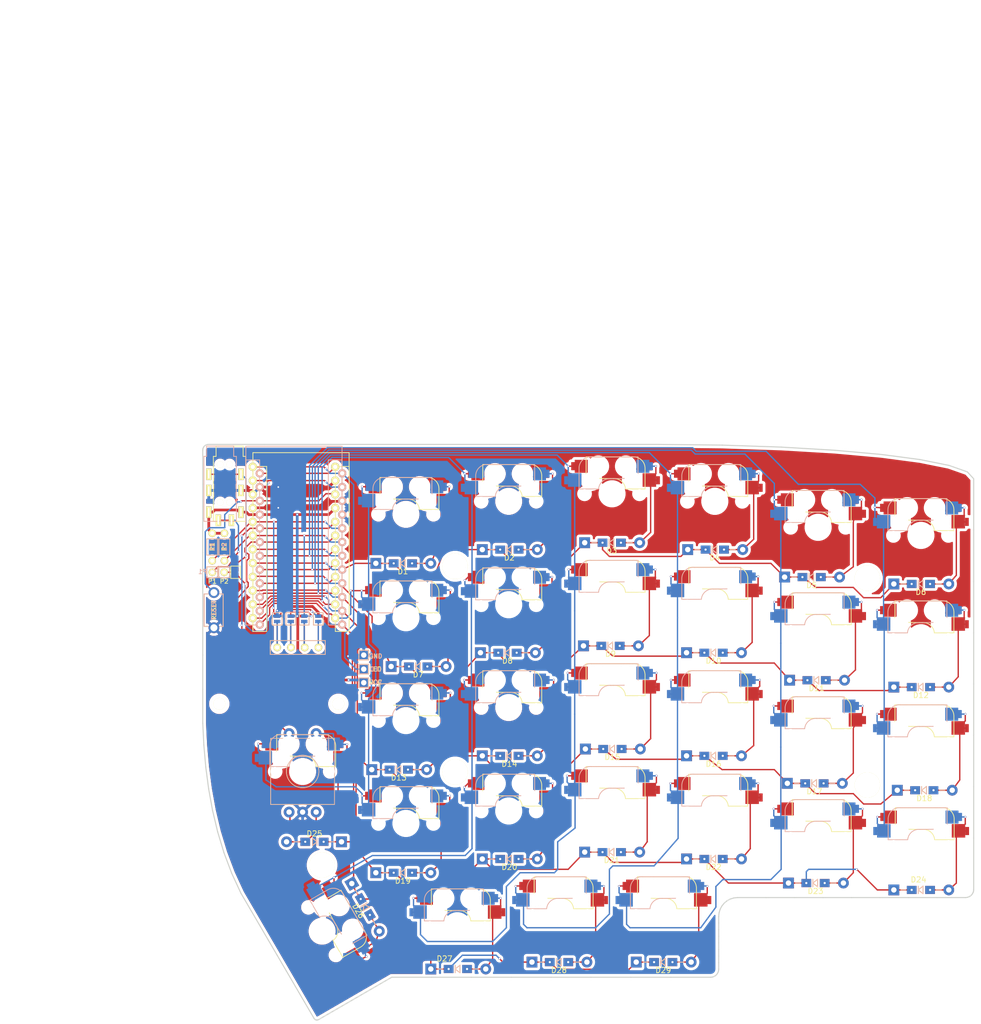
<source format=kicad_pcb>
(kicad_pcb (version 20171130) (host pcbnew 5.1.9)
  (layers (0 F.Cu signal) (31 B.Cu signal) (34 B.Paste user) (35 F.Paste user) (36 B.SilkS user) (37 F.SilkS user) (38 B.Mask user) (39 F.Mask user) (44 Edge.Cuts user))
  (net 0 "")
  (net 1 "Net-(D1-Pad2)")
  (net 2 row4)
  (net 3 "Net-(D2-Pad2)")
  (net 4 "Net-(D3-Pad2)")
  (net 5 row0)
  (net 6 "Net-(D4-Pad2)")
  (net 7 row1)
  (net 8 "Net-(D5-Pad2)")
  (net 9 row2)
  (net 10 "Net-(D6-Pad2)")
  (net 11 row3)
  (net 12 "Net-(D7-Pad2)")
  (net 13 "Net-(D8-Pad2)")
  (net 14 "Net-(D9-Pad2)")
  (net 15 "Net-(D10-Pad2)")
  (net 16 "Net-(D11-Pad2)")
  (net 17 "Net-(D12-Pad2)")
  (net 18 "Net-(D13-Pad2)")
  (net 19 "Net-(D14-Pad2)")
  (net 20 "Net-(D15-Pad2)")
  (net 21 "Net-(D16-Pad2)")
  (net 22 "Net-(D17-Pad2)")
  (net 23 "Net-(D18-Pad2)")
  (net 24 "Net-(D19-Pad2)")
  (net 25 "Net-(D20-Pad2)")
  (net 26 "Net-(D21-Pad2)")
  (net 27 "Net-(D22-Pad2)")
  (net 28 "Net-(D23-Pad2)")
  (net 29 "Net-(D24-Pad2)")
  (net 30 "Net-(D26-Pad2)")
  (net 31 "Net-(D27-Pad2)")
  (net 32 "Net-(D28-Pad2)")
  (net 33 VCC)
  (net 34 GND)
  (net 35 col0)
  (net 36 col1)
  (net 37 col2)
  (net 38 col3)
  (net 39 col4)
  (net 40 SDA)
  (net 41 LED)
  (net 42 SCL)
  (net 43 RESET)
  (net 44 "Net-(D29-Pad2)")
  (net 45 "Net-(U1-Pad24)")
  (net 46 "Net-(U1-Pad7)")
  (net 47 DATA)
  (net 48 "Net-(J2-Pad4)")
  (net 49 "Net-(J2-Pad3)")
  (net 50 "Net-(J3-Pad1)")
  (net 51 "Net-(J3-Pad2)")
  (net 52 "Net-(J3-Pad3)")
  (net 53 "Net-(J3-Pad4)")
  (net 54 R_SW1)
  (net 55 R_SW2)
  (net 56 R_A)
  (net 57 R_B)
  (module Lily58_prot_MX-footprint:MX_Hotswap (layer F.Cu) (at 105 127 300)
    (fp_text reference SW26 hide)
    (fp_text value SW_PUSH hide)
    (pad 1 smd rect (at -7.2 -5.1 300) (size 0.7 1.5) (layers F.Cu F.Paste F.Mask) (net 39 col4))
    (pad 1 smd rect (at -8.5 -2.5 300) (size 0.7 1.5) (layers B.Cu B.Paste B.Mask) (net 39 col4))
    (pad 2 smd rect (at 8.5 -2.5 300) (size 0.7 1.5) (layers F.Cu F.Paste F.Mask) (net 30 "Net-(D26-Pad2)"))
    (pad 2 smd rect (at 7.2 -5.1 300) (size 0.7 1.5) (layers B.Cu B.Paste B.Mask) (net 30 "Net-(D26-Pad2)"))
    (pad "" np_thru_hole circle (at 3.81 -2.54 120) (size 3 3) (drill 3) (layers *.Cu *.Mask))
    (pad 1 smd rect (at -5.7 -5.08 120) (size 2.4 2.4) (layers F.Cu F.Paste F.Mask) (net 39 col4))
    (pad "" np_thru_hole circle (at 3.81 -2.54 120) (size 3 3) (drill 3) (layers *.Cu *.Mask))
    (pad "" np_thru_hole circle (at -2.54 -5.08 120) (size 3 3) (drill 3) (layers *.Cu *.Mask))
    (pad 2 smd rect (at 6.9 -2.540001 120) (size 2.5 2.5) (layers F.Cu F.Paste F.Mask) (net 30 "Net-(D26-Pad2)"))
    (pad "" np_thru_hole circle (at 3.825 -2.58 120) (size 0.1 0.1) (drill 0.1) (layers *.Cu *.Mask))
    (pad "" np_thru_hole circle (at -3.825 -2.58 120) (size 0.1 0.1) (drill 0.1) (layers *.Cu *.Mask))
    (pad 1 smd rect (at -6.9 -2.54 120) (size 2.5 2.5) (layers B.Cu B.Paste B.Mask) (net 39 col4))
    (pad "" np_thru_hole circle (at 2.54 -5.08 120) (size 3 3) (drill 3) (layers *.Cu *.Mask))
    (pad "" np_thru_hole circle (at 0 0 30) (size 4 4) (drill 4) (layers *.Cu *.Mask))
    (pad "" np_thru_hole circle (at 5.08 0 300) (size 1.7 1.7) (drill 1.7) (layers *.Cu *.Mask))
    (pad "" np_thru_hole circle (at -5.08 0 300) (size 1.7 1.7) (drill 1.7) (layers *.Cu *.Mask))
    (pad "" np_thru_hole circle (at -3.81 -2.540001 120) (size 3 3) (drill 3) (layers *.Cu *.Mask))
    (pad 2 smd rect (at 5.7 -5.08 120) (size 2.4 2.4) (layers B.Cu B.Paste B.Mask) (net 30 "Net-(D26-Pad2)"))
  )
  (module Lily58_prot_MX-footprint:MX_Hotswap (layer F.Cu) (at 130 126)
    (fp_text reference SW27 hide)
    (fp_text value SW_PUSH hide)
    (pad 2 smd rect (at 5.7 -5.08 180) (size 2.4 2.4) (layers B.Cu B.Paste B.Mask) (net 31 "Net-(D27-Pad2)"))
    (pad "" np_thru_hole circle (at -3.81 -2.540001 180) (size 3 3) (drill 3) (layers *.Cu *.Mask))
    (pad "" np_thru_hole circle (at -5.08 0) (size 1.7 1.7) (drill 1.7) (layers *.Cu *.Mask))
    (pad "" np_thru_hole circle (at 5.08 0) (size 1.7 1.7) (drill 1.7) (layers *.Cu *.Mask))
    (pad "" np_thru_hole circle (at 0 0 90) (size 4 4) (drill 4) (layers *.Cu *.Mask))
    (pad "" np_thru_hole circle (at 2.54 -5.08 180) (size 3 3) (drill 3) (layers *.Cu *.Mask))
    (pad 1 smd rect (at -6.9 -2.54 180) (size 2.5 2.5) (layers B.Cu B.Paste B.Mask) (net 38 col3))
    (pad "" np_thru_hole circle (at -3.825 -2.58 180) (size 0.1 0.1) (drill 0.1) (layers *.Cu *.Mask))
    (pad "" np_thru_hole circle (at 3.825 -2.58 180) (size 0.1 0.1) (drill 0.1) (layers *.Cu *.Mask))
    (pad 2 smd rect (at 6.9 -2.540001 180) (size 2.5 2.5) (layers F.Cu F.Paste F.Mask) (net 31 "Net-(D27-Pad2)"))
    (pad "" np_thru_hole circle (at -2.54 -5.08 180) (size 3 3) (drill 3) (layers *.Cu *.Mask))
    (pad "" np_thru_hole circle (at 3.81 -2.54 180) (size 3 3) (drill 3) (layers *.Cu *.Mask))
    (pad 1 smd rect (at -5.7 -5.08 180) (size 2.4 2.4) (layers F.Cu F.Paste F.Mask) (net 38 col3))
    (pad "" np_thru_hole circle (at 3.81 -2.54 180) (size 3 3) (drill 3) (layers *.Cu *.Mask))
    (pad 2 smd rect (at 7.2 -5.1) (size 0.7 1.5) (layers B.Cu B.Paste B.Mask) (net 31 "Net-(D27-Pad2)"))
    (pad 2 smd rect (at 8.5 -2.5) (size 0.7 1.5) (layers F.Cu F.Paste F.Mask) (net 31 "Net-(D27-Pad2)"))
    (pad 1 smd rect (at -8.5 -2.5) (size 0.7 1.5) (layers B.Cu B.Paste B.Mask) (net 38 col3))
    (pad 1 smd rect (at -7.2 -5.1) (size 0.7 1.5) (layers F.Cu F.Paste F.Mask) (net 38 col3))
  )
  (module Lily58_prot_MX-footprint:MX_Hotswap (layer F.Cu) (at 177.6 85.7)
    (fp_text reference SW16 hide)
    (fp_text value SW_PUSH hide)
    (pad 2 smd rect (at 5.7 -5.08 180) (size 2.4 2.4) (layers B.Cu B.Paste B.Mask) (net 21 "Net-(D16-Pad2)"))
    (pad "" np_thru_hole circle (at -3.81 -2.540001 180) (size 3 3) (drill 3) (layers *.Cu *.Mask))
    (pad "" np_thru_hole circle (at -5.08 0) (size 1.7 1.7) (drill 1.7) (layers *.Cu *.Mask))
    (pad "" np_thru_hole circle (at 5.08 0) (size 1.7 1.7) (drill 1.7) (layers *.Cu *.Mask))
    (pad "" np_thru_hole circle (at 0 0 90) (size 4 4) (drill 4) (layers *.Cu *.Mask))
    (pad "" np_thru_hole circle (at 2.54 -5.08 180) (size 3 3) (drill 3) (layers *.Cu *.Mask))
    (pad 1 smd rect (at -6.9 -2.54 180) (size 2.5 2.5) (layers B.Cu B.Paste B.Mask) (net 37 col2))
    (pad "" np_thru_hole circle (at -3.825 -2.58 180) (size 0.1 0.1) (drill 0.1) (layers *.Cu *.Mask))
    (pad "" np_thru_hole circle (at 3.825 -2.58 180) (size 0.1 0.1) (drill 0.1) (layers *.Cu *.Mask))
    (pad 2 smd rect (at 6.9 -2.540001 180) (size 2.5 2.5) (layers F.Cu F.Paste F.Mask) (net 21 "Net-(D16-Pad2)"))
    (pad "" np_thru_hole circle (at -2.54 -5.08 180) (size 3 3) (drill 3) (layers *.Cu *.Mask))
    (pad "" np_thru_hole circle (at 3.81 -2.54 180) (size 3 3) (drill 3) (layers *.Cu *.Mask))
    (pad 1 smd rect (at -5.7 -5.08 180) (size 2.4 2.4) (layers F.Cu F.Paste F.Mask) (net 37 col2))
    (pad "" np_thru_hole circle (at 3.81 -2.54 180) (size 3 3) (drill 3) (layers *.Cu *.Mask))
    (pad 2 smd rect (at 7.2 -5.1) (size 0.7 1.5) (layers B.Cu B.Paste B.Mask) (net 21 "Net-(D16-Pad2)"))
    (pad 2 smd rect (at 8.5 -2.5) (size 0.7 1.5) (layers F.Cu F.Paste F.Mask) (net 21 "Net-(D16-Pad2)"))
    (pad 1 smd rect (at -8.5 -2.5) (size 0.7 1.5) (layers B.Cu B.Paste B.Mask) (net 37 col2))
    (pad 1 smd rect (at -7.2 -5.1) (size 0.7 1.5) (layers F.Cu F.Paste F.Mask) (net 37 col2))
  )
  (module Lily58_prot_MX-footprint:MX_Hotswap (layer F.Cu) (at 120.5 107.1)
    (fp_text reference SW19 hide)
    (fp_text value SW_PUSH hide)
    (pad 1 smd rect (at -7.2 -5.1) (size 0.7 1.5) (layers F.Cu F.Paste F.Mask) (net 55 R_SW2))
    (pad 1 smd rect (at -8.5 -2.5) (size 0.7 1.5) (layers B.Cu B.Paste B.Mask) (net 55 R_SW2))
    (pad 2 smd rect (at 8.5 -2.5) (size 0.7 1.5) (layers F.Cu F.Paste F.Mask) (net 24 "Net-(D19-Pad2)"))
    (pad 2 smd rect (at 7.2 -5.1) (size 0.7 1.5) (layers B.Cu B.Paste B.Mask) (net 24 "Net-(D19-Pad2)"))
    (pad "" np_thru_hole circle (at 3.81 -2.54 180) (size 3 3) (drill 3) (layers *.Cu *.Mask))
    (pad 1 smd rect (at -5.7 -5.08 180) (size 2.4 2.4) (layers F.Cu F.Paste F.Mask) (net 55 R_SW2))
    (pad "" np_thru_hole circle (at 3.81 -2.54 180) (size 3 3) (drill 3) (layers *.Cu *.Mask))
    (pad "" np_thru_hole circle (at -2.54 -5.08 180) (size 3 3) (drill 3) (layers *.Cu *.Mask))
    (pad 2 smd rect (at 6.9 -2.540001 180) (size 2.5 2.5) (layers F.Cu F.Paste F.Mask) (net 24 "Net-(D19-Pad2)"))
    (pad "" np_thru_hole circle (at 3.825 -2.58 180) (size 0.1 0.1) (drill 0.1) (layers *.Cu *.Mask))
    (pad "" np_thru_hole circle (at -3.825 -2.58 180) (size 0.1 0.1) (drill 0.1) (layers *.Cu *.Mask))
    (pad 1 smd rect (at -6.9 -2.54 180) (size 2.5 2.5) (layers B.Cu B.Paste B.Mask) (net 55 R_SW2))
    (pad "" np_thru_hole circle (at 2.54 -5.08 180) (size 3 3) (drill 3) (layers *.Cu *.Mask))
    (pad "" np_thru_hole circle (at 0 0 90) (size 4 4) (drill 4) (layers *.Cu *.Mask))
    (pad "" np_thru_hole circle (at 5.08 0) (size 1.7 1.7) (drill 1.7) (layers *.Cu *.Mask))
    (pad "" np_thru_hole circle (at -5.08 0) (size 1.7 1.7) (drill 1.7) (layers *.Cu *.Mask))
    (pad "" np_thru_hole circle (at -3.81 -2.540001 180) (size 3 3) (drill 3) (layers *.Cu *.Mask))
    (pad 2 smd rect (at 5.7 -5.08 180) (size 2.4 2.4) (layers B.Cu B.Paste B.Mask) (net 24 "Net-(D19-Pad2)"))
  )
  (module Lily58_prot_MX-footprint:MX_Hotswap (layer F.Cu) (at 215.7 72.8)
    (fp_text reference SW12 hide)
    (fp_text value SW_PUSH hide)
    (pad 1 smd rect (at -7.2 -5.1) (size 0.7 1.5) (layers F.Cu F.Paste F.Mask) (net 35 col0))
    (pad 1 smd rect (at -8.5 -2.5) (size 0.7 1.5) (layers B.Cu B.Paste B.Mask) (net 35 col0))
    (pad 2 smd rect (at 8.5 -2.5) (size 0.7 1.5) (layers F.Cu F.Paste F.Mask) (net 17 "Net-(D12-Pad2)"))
    (pad 2 smd rect (at 7.2 -5.1) (size 0.7 1.5) (layers B.Cu B.Paste B.Mask) (net 17 "Net-(D12-Pad2)"))
    (pad "" np_thru_hole circle (at 3.81 -2.54 180) (size 3 3) (drill 3) (layers *.Cu *.Mask))
    (pad 1 smd rect (at -5.7 -5.08 180) (size 2.4 2.4) (layers F.Cu F.Paste F.Mask) (net 35 col0))
    (pad "" np_thru_hole circle (at 3.81 -2.54 180) (size 3 3) (drill 3) (layers *.Cu *.Mask))
    (pad "" np_thru_hole circle (at -2.54 -5.08 180) (size 3 3) (drill 3) (layers *.Cu *.Mask))
    (pad 2 smd rect (at 6.9 -2.540001 180) (size 2.5 2.5) (layers F.Cu F.Paste F.Mask) (net 17 "Net-(D12-Pad2)"))
    (pad "" np_thru_hole circle (at 3.825 -2.58 180) (size 0.1 0.1) (drill 0.1) (layers *.Cu *.Mask))
    (pad "" np_thru_hole circle (at -3.825 -2.58 180) (size 0.1 0.1) (drill 0.1) (layers *.Cu *.Mask))
    (pad 1 smd rect (at -6.9 -2.54 180) (size 2.5 2.5) (layers B.Cu B.Paste B.Mask) (net 35 col0))
    (pad "" np_thru_hole circle (at 2.54 -5.08 180) (size 3 3) (drill 3) (layers *.Cu *.Mask))
    (pad "" np_thru_hole circle (at 0 0 90) (size 4 4) (drill 4) (layers *.Cu *.Mask))
    (pad "" np_thru_hole circle (at 5.08 0) (size 1.7 1.7) (drill 1.7) (layers *.Cu *.Mask))
    (pad "" np_thru_hole circle (at -5.08 0) (size 1.7 1.7) (drill 1.7) (layers *.Cu *.Mask))
    (pad "" np_thru_hole circle (at -3.81 -2.540001 180) (size 3 3) (drill 3) (layers *.Cu *.Mask))
    (pad 2 smd rect (at 5.7 -5.08 180) (size 2.4 2.4) (layers B.Cu B.Paste B.Mask) (net 17 "Net-(D12-Pad2)"))
  )
  (module Lily58_prot_MX-footprint:MX_Hotswap (layer F.Cu) (at 139.5 104.8)
    (fp_text reference SW20 hide)
    (fp_text value SW_PUSH hide)
    (pad 2 smd rect (at 5.7 -5.08 180) (size 2.4 2.4) (layers B.Cu B.Paste B.Mask) (net 25 "Net-(D20-Pad2)"))
    (pad "" np_thru_hole circle (at -3.81 -2.540001 180) (size 3 3) (drill 3) (layers *.Cu *.Mask))
    (pad "" np_thru_hole circle (at -5.08 0) (size 1.7 1.7) (drill 1.7) (layers *.Cu *.Mask))
    (pad "" np_thru_hole circle (at 5.08 0) (size 1.7 1.7) (drill 1.7) (layers *.Cu *.Mask))
    (pad "" np_thru_hole circle (at 0 0 90) (size 4 4) (drill 4) (layers *.Cu *.Mask))
    (pad "" np_thru_hole circle (at 2.54 -5.08 180) (size 3 3) (drill 3) (layers *.Cu *.Mask))
    (pad 1 smd rect (at -6.9 -2.54 180) (size 2.5 2.5) (layers B.Cu B.Paste B.Mask) (net 39 col4))
    (pad "" np_thru_hole circle (at -3.825 -2.58 180) (size 0.1 0.1) (drill 0.1) (layers *.Cu *.Mask))
    (pad "" np_thru_hole circle (at 3.825 -2.58 180) (size 0.1 0.1) (drill 0.1) (layers *.Cu *.Mask))
    (pad 2 smd rect (at 6.9 -2.540001 180) (size 2.5 2.5) (layers F.Cu F.Paste F.Mask) (net 25 "Net-(D20-Pad2)"))
    (pad "" np_thru_hole circle (at -2.54 -5.08 180) (size 3 3) (drill 3) (layers *.Cu *.Mask))
    (pad "" np_thru_hole circle (at 3.81 -2.54 180) (size 3 3) (drill 3) (layers *.Cu *.Mask))
    (pad 1 smd rect (at -5.7 -5.08 180) (size 2.4 2.4) (layers F.Cu F.Paste F.Mask) (net 39 col4))
    (pad "" np_thru_hole circle (at 3.81 -2.54 180) (size 3 3) (drill 3) (layers *.Cu *.Mask))
    (pad 2 smd rect (at 7.2 -5.1) (size 0.7 1.5) (layers B.Cu B.Paste B.Mask) (net 25 "Net-(D20-Pad2)"))
    (pad 2 smd rect (at 8.5 -2.5) (size 0.7 1.5) (layers F.Cu F.Paste F.Mask) (net 25 "Net-(D20-Pad2)"))
    (pad 1 smd rect (at -8.5 -2.5) (size 0.7 1.5) (layers B.Cu B.Paste B.Mask) (net 39 col4))
    (pad 1 smd rect (at -7.2 -5.1) (size 0.7 1.5) (layers F.Cu F.Paste F.Mask) (net 39 col4))
  )
  (module Lily58_prot_MX-footprint:MX_Hotswap (layer F.Cu) (at 120.5 88.1)
    (fp_text reference SW13 hide)
    (fp_text value SW_PUSH hide)
    (pad 2 smd rect (at 5.7 -5.08 180) (size 2.4 2.4) (layers B.Cu B.Paste B.Mask) (net 18 "Net-(D13-Pad2)"))
    (pad "" np_thru_hole circle (at -3.81 -2.540001 180) (size 3 3) (drill 3) (layers *.Cu *.Mask))
    (pad "" np_thru_hole circle (at -5.08 0) (size 1.7 1.7) (drill 1.7) (layers *.Cu *.Mask))
    (pad "" np_thru_hole circle (at 5.08 0) (size 1.7 1.7) (drill 1.7) (layers *.Cu *.Mask))
    (pad "" np_thru_hole circle (at 0 0 90) (size 4 4) (drill 4) (layers *.Cu *.Mask))
    (pad "" np_thru_hole circle (at 2.54 -5.08 180) (size 3 3) (drill 3) (layers *.Cu *.Mask))
    (pad 1 smd rect (at -6.9 -2.54 180) (size 2.5 2.5) (layers B.Cu B.Paste B.Mask) (net 55 R_SW2))
    (pad "" np_thru_hole circle (at -3.825 -2.58 180) (size 0.1 0.1) (drill 0.1) (layers *.Cu *.Mask))
    (pad "" np_thru_hole circle (at 3.825 -2.58 180) (size 0.1 0.1) (drill 0.1) (layers *.Cu *.Mask))
    (pad 2 smd rect (at 6.9 -2.540001 180) (size 2.5 2.5) (layers F.Cu F.Paste F.Mask) (net 18 "Net-(D13-Pad2)"))
    (pad "" np_thru_hole circle (at -2.54 -5.08 180) (size 3 3) (drill 3) (layers *.Cu *.Mask))
    (pad "" np_thru_hole circle (at 3.81 -2.54 180) (size 3 3) (drill 3) (layers *.Cu *.Mask))
    (pad 1 smd rect (at -5.7 -5.08 180) (size 2.4 2.4) (layers F.Cu F.Paste F.Mask) (net 55 R_SW2))
    (pad "" np_thru_hole circle (at 3.81 -2.54 180) (size 3 3) (drill 3) (layers *.Cu *.Mask))
    (pad 2 smd rect (at 7.2 -5.1) (size 0.7 1.5) (layers B.Cu B.Paste B.Mask) (net 18 "Net-(D13-Pad2)"))
    (pad 2 smd rect (at 8.5 -2.5) (size 0.7 1.5) (layers F.Cu F.Paste F.Mask) (net 18 "Net-(D13-Pad2)"))
    (pad 1 smd rect (at -8.5 -2.5) (size 0.7 1.5) (layers B.Cu B.Paste B.Mask) (net 55 R_SW2))
    (pad 1 smd rect (at -7.2 -5.1) (size 0.7 1.5) (layers F.Cu F.Paste F.Mask) (net 55 R_SW2))
  )
  (module Lily58_prot_MX-footprint:MX_Hotswap (layer F.Cu) (at 139.5 66.7)
    (fp_text reference SW8 hide)
    (fp_text value SW_PUSH hide)
    (pad 1 smd rect (at -7.2 -5.1) (size 0.7 1.5) (layers F.Cu F.Paste F.Mask) (net 39 col4))
    (pad 1 smd rect (at -8.5 -2.5) (size 0.7 1.5) (layers B.Cu B.Paste B.Mask) (net 39 col4))
    (pad 2 smd rect (at 8.5 -2.5) (size 0.7 1.5) (layers F.Cu F.Paste F.Mask) (net 13 "Net-(D8-Pad2)"))
    (pad 2 smd rect (at 7.2 -5.1) (size 0.7 1.5) (layers B.Cu B.Paste B.Mask) (net 13 "Net-(D8-Pad2)"))
    (pad "" np_thru_hole circle (at 3.81 -2.54 180) (size 3 3) (drill 3) (layers *.Cu *.Mask))
    (pad 1 smd rect (at -5.7 -5.08 180) (size 2.4 2.4) (layers F.Cu F.Paste F.Mask) (net 39 col4))
    (pad "" np_thru_hole circle (at 3.81 -2.54 180) (size 3 3) (drill 3) (layers *.Cu *.Mask))
    (pad "" np_thru_hole circle (at -2.54 -5.08 180) (size 3 3) (drill 3) (layers *.Cu *.Mask))
    (pad 2 smd rect (at 6.9 -2.540001 180) (size 2.5 2.5) (layers F.Cu F.Paste F.Mask) (net 13 "Net-(D8-Pad2)"))
    (pad "" np_thru_hole circle (at 3.825 -2.58 180) (size 0.1 0.1) (drill 0.1) (layers *.Cu *.Mask))
    (pad "" np_thru_hole circle (at -3.825 -2.58 180) (size 0.1 0.1) (drill 0.1) (layers *.Cu *.Mask))
    (pad 1 smd rect (at -6.9 -2.54 180) (size 2.5 2.5) (layers B.Cu B.Paste B.Mask) (net 39 col4))
    (pad "" np_thru_hole circle (at 2.54 -5.08 180) (size 3 3) (drill 3) (layers *.Cu *.Mask))
    (pad "" np_thru_hole circle (at 0 0 90) (size 4 4) (drill 4) (layers *.Cu *.Mask))
    (pad "" np_thru_hole circle (at 5.08 0) (size 1.7 1.7) (drill 1.7) (layers *.Cu *.Mask))
    (pad "" np_thru_hole circle (at -5.08 0) (size 1.7 1.7) (drill 1.7) (layers *.Cu *.Mask))
    (pad "" np_thru_hole circle (at -3.81 -2.540001 180) (size 3 3) (drill 3) (layers *.Cu *.Mask))
    (pad 2 smd rect (at 5.7 -5.08 180) (size 2.4 2.4) (layers B.Cu B.Paste B.Mask) (net 13 "Net-(D8-Pad2)"))
  )
  (module Lily58_prot_MX-footprint:MX_Hotswap (layer F.Cu) (at 158.6 84.4)
    (fp_text reference SW15 hide)
    (fp_text value SW_PUSH hide)
    (pad 1 smd rect (at -7.2 -5.1) (size 0.7 1.5) (layers F.Cu F.Paste F.Mask) (net 38 col3))
    (pad 1 smd rect (at -8.5 -2.5) (size 0.7 1.5) (layers B.Cu B.Paste B.Mask) (net 38 col3))
    (pad 2 smd rect (at 8.5 -2.5) (size 0.7 1.5) (layers F.Cu F.Paste F.Mask) (net 20 "Net-(D15-Pad2)"))
    (pad 2 smd rect (at 7.2 -5.1) (size 0.7 1.5) (layers B.Cu B.Paste B.Mask) (net 20 "Net-(D15-Pad2)"))
    (pad "" np_thru_hole circle (at 3.81 -2.54 180) (size 3 3) (drill 3) (layers *.Cu *.Mask))
    (pad 1 smd rect (at -5.7 -5.08 180) (size 2.4 2.4) (layers F.Cu F.Paste F.Mask) (net 38 col3))
    (pad "" np_thru_hole circle (at 3.81 -2.54 180) (size 3 3) (drill 3) (layers *.Cu *.Mask))
    (pad "" np_thru_hole circle (at -2.54 -5.08 180) (size 3 3) (drill 3) (layers *.Cu *.Mask))
    (pad 2 smd rect (at 6.9 -2.540001 180) (size 2.5 2.5) (layers F.Cu F.Paste F.Mask) (net 20 "Net-(D15-Pad2)"))
    (pad "" np_thru_hole circle (at 3.825 -2.58 180) (size 0.1 0.1) (drill 0.1) (layers *.Cu *.Mask))
    (pad "" np_thru_hole circle (at -3.825 -2.58 180) (size 0.1 0.1) (drill 0.1) (layers *.Cu *.Mask))
    (pad 1 smd rect (at -6.9 -2.54 180) (size 2.5 2.5) (layers B.Cu B.Paste B.Mask) (net 38 col3))
    (pad "" np_thru_hole circle (at 2.54 -5.08 180) (size 3 3) (drill 3) (layers *.Cu *.Mask))
    (pad "" np_thru_hole circle (at 0 0 90) (size 4 4) (drill 4) (layers *.Cu *.Mask))
    (pad "" np_thru_hole circle (at 5.08 0) (size 1.7 1.7) (drill 1.7) (layers *.Cu *.Mask))
    (pad "" np_thru_hole circle (at -5.08 0) (size 1.7 1.7) (drill 1.7) (layers *.Cu *.Mask))
    (pad "" np_thru_hole circle (at -3.81 -2.540001 180) (size 3 3) (drill 3) (layers *.Cu *.Mask))
    (pad 2 smd rect (at 5.7 -5.08 180) (size 2.4 2.4) (layers B.Cu B.Paste B.Mask) (net 20 "Net-(D15-Pad2)"))
  )
  (module Lily58_prot_MX-footprint:MX_Hotswap (layer F.Cu) (at 196.7 90.5)
    (fp_text reference SW17 hide)
    (fp_text value SW_PUSH hide)
    (pad 1 smd rect (at -7.2 -5.1) (size 0.7 1.5) (layers F.Cu F.Paste F.Mask) (net 36 col1))
    (pad 1 smd rect (at -8.5 -2.5) (size 0.7 1.5) (layers B.Cu B.Paste B.Mask) (net 36 col1))
    (pad 2 smd rect (at 8.5 -2.5) (size 0.7 1.5) (layers F.Cu F.Paste F.Mask) (net 22 "Net-(D17-Pad2)"))
    (pad 2 smd rect (at 7.2 -5.1) (size 0.7 1.5) (layers B.Cu B.Paste B.Mask) (net 22 "Net-(D17-Pad2)"))
    (pad "" np_thru_hole circle (at 3.81 -2.54 180) (size 3 3) (drill 3) (layers *.Cu *.Mask))
    (pad 1 smd rect (at -5.7 -5.08 180) (size 2.4 2.4) (layers F.Cu F.Paste F.Mask) (net 36 col1))
    (pad "" np_thru_hole circle (at 3.81 -2.54 180) (size 3 3) (drill 3) (layers *.Cu *.Mask))
    (pad "" np_thru_hole circle (at -2.54 -5.08 180) (size 3 3) (drill 3) (layers *.Cu *.Mask))
    (pad 2 smd rect (at 6.9 -2.540001 180) (size 2.5 2.5) (layers F.Cu F.Paste F.Mask) (net 22 "Net-(D17-Pad2)"))
    (pad "" np_thru_hole circle (at 3.825 -2.58 180) (size 0.1 0.1) (drill 0.1) (layers *.Cu *.Mask))
    (pad "" np_thru_hole circle (at -3.825 -2.58 180) (size 0.1 0.1) (drill 0.1) (layers *.Cu *.Mask))
    (pad 1 smd rect (at -6.9 -2.54 180) (size 2.5 2.5) (layers B.Cu B.Paste B.Mask) (net 36 col1))
    (pad "" np_thru_hole circle (at 2.54 -5.08 180) (size 3 3) (drill 3) (layers *.Cu *.Mask))
    (pad "" np_thru_hole circle (at 0 0 90) (size 4 4) (drill 4) (layers *.Cu *.Mask))
    (pad "" np_thru_hole circle (at 5.08 0) (size 1.7 1.7) (drill 1.7) (layers *.Cu *.Mask))
    (pad "" np_thru_hole circle (at -5.08 0) (size 1.7 1.7) (drill 1.7) (layers *.Cu *.Mask))
    (pad "" np_thru_hole circle (at -3.81 -2.540001 180) (size 3 3) (drill 3) (layers *.Cu *.Mask))
    (pad 2 smd rect (at 5.7 -5.08 180) (size 2.4 2.4) (layers B.Cu B.Paste B.Mask) (net 22 "Net-(D17-Pad2)"))
  )
  (module Lily58_prot_MX-footprint:MX_Hotswap (layer F.Cu) (at 215.7 92)
    (fp_text reference SW18 hide)
    (fp_text value SW_PUSH hide)
    (pad 2 smd rect (at 5.7 -5.08 180) (size 2.4 2.4) (layers B.Cu B.Paste B.Mask) (net 23 "Net-(D18-Pad2)"))
    (pad "" np_thru_hole circle (at -3.81 -2.540001 180) (size 3 3) (drill 3) (layers *.Cu *.Mask))
    (pad "" np_thru_hole circle (at -5.08 0) (size 1.7 1.7) (drill 1.7) (layers *.Cu *.Mask))
    (pad "" np_thru_hole circle (at 5.08 0) (size 1.7 1.7) (drill 1.7) (layers *.Cu *.Mask))
    (pad "" np_thru_hole circle (at 0 0 90) (size 4 4) (drill 4) (layers *.Cu *.Mask))
    (pad "" np_thru_hole circle (at 2.54 -5.08 180) (size 3 3) (drill 3) (layers *.Cu *.Mask))
    (pad 1 smd rect (at -6.9 -2.54 180) (size 2.5 2.5) (layers B.Cu B.Paste B.Mask) (net 35 col0))
    (pad "" np_thru_hole circle (at -3.825 -2.58 180) (size 0.1 0.1) (drill 0.1) (layers *.Cu *.Mask))
    (pad "" np_thru_hole circle (at 3.825 -2.58 180) (size 0.1 0.1) (drill 0.1) (layers *.Cu *.Mask))
    (pad 2 smd rect (at 6.9 -2.540001 180) (size 2.5 2.5) (layers F.Cu F.Paste F.Mask) (net 23 "Net-(D18-Pad2)"))
    (pad "" np_thru_hole circle (at -2.54 -5.08 180) (size 3 3) (drill 3) (layers *.Cu *.Mask))
    (pad "" np_thru_hole circle (at 3.81 -2.54 180) (size 3 3) (drill 3) (layers *.Cu *.Mask))
    (pad 1 smd rect (at -5.7 -5.08 180) (size 2.4 2.4) (layers F.Cu F.Paste F.Mask) (net 35 col0))
    (pad "" np_thru_hole circle (at 3.81 -2.54 180) (size 3 3) (drill 3) (layers *.Cu *.Mask))
    (pad 2 smd rect (at 7.2 -5.1) (size 0.7 1.5) (layers B.Cu B.Paste B.Mask) (net 23 "Net-(D18-Pad2)"))
    (pad 2 smd rect (at 8.5 -2.5) (size 0.7 1.5) (layers F.Cu F.Paste F.Mask) (net 23 "Net-(D18-Pad2)"))
    (pad 1 smd rect (at -8.5 -2.5) (size 0.7 1.5) (layers B.Cu B.Paste B.Mask) (net 35 col0))
    (pad 1 smd rect (at -7.2 -5.1) (size 0.7 1.5) (layers F.Cu F.Paste F.Mask) (net 35 col0))
  )
  (module Lily58_prot_MX-footprint:MX_Hotswap (layer F.Cu) (at 120.5 69.1)
    (fp_text reference SW7 hide)
    (fp_text value SW_PUSH hide)
    (pad 2 smd rect (at 5.7 -5.08 180) (size 2.4 2.4) (layers B.Cu B.Paste B.Mask) (net 12 "Net-(D7-Pad2)"))
    (pad "" np_thru_hole circle (at -3.81 -2.540001 180) (size 3 3) (drill 3) (layers *.Cu *.Mask))
    (pad "" np_thru_hole circle (at -5.08 0) (size 1.7 1.7) (drill 1.7) (layers *.Cu *.Mask))
    (pad "" np_thru_hole circle (at 5.08 0) (size 1.7 1.7) (drill 1.7) (layers *.Cu *.Mask))
    (pad "" np_thru_hole circle (at 0 0 90) (size 4 4) (drill 4) (layers *.Cu *.Mask))
    (pad "" np_thru_hole circle (at 2.54 -5.08 180) (size 3 3) (drill 3) (layers *.Cu *.Mask))
    (pad 1 smd rect (at -6.9 -2.54 180) (size 2.5 2.5) (layers B.Cu B.Paste B.Mask) (net 55 R_SW2))
    (pad "" np_thru_hole circle (at -3.825 -2.58 180) (size 0.1 0.1) (drill 0.1) (layers *.Cu *.Mask))
    (pad "" np_thru_hole circle (at 3.825 -2.58 180) (size 0.1 0.1) (drill 0.1) (layers *.Cu *.Mask))
    (pad 2 smd rect (at 6.9 -2.540001 180) (size 2.5 2.5) (layers F.Cu F.Paste F.Mask) (net 12 "Net-(D7-Pad2)"))
    (pad "" np_thru_hole circle (at -2.54 -5.08 180) (size 3 3) (drill 3) (layers *.Cu *.Mask))
    (pad "" np_thru_hole circle (at 3.81 -2.54 180) (size 3 3) (drill 3) (layers *.Cu *.Mask))
    (pad 1 smd rect (at -5.7 -5.08 180) (size 2.4 2.4) (layers F.Cu F.Paste F.Mask) (net 55 R_SW2))
    (pad "" np_thru_hole circle (at 3.81 -2.54 180) (size 3 3) (drill 3) (layers *.Cu *.Mask))
    (pad 2 smd rect (at 7.2 -5.1) (size 0.7 1.5) (layers B.Cu B.Paste B.Mask) (net 12 "Net-(D7-Pad2)"))
    (pad 2 smd rect (at 8.5 -2.5) (size 0.7 1.5) (layers F.Cu F.Paste F.Mask) (net 12 "Net-(D7-Pad2)"))
    (pad 1 smd rect (at -8.5 -2.5) (size 0.7 1.5) (layers B.Cu B.Paste B.Mask) (net 55 R_SW2))
    (pad 1 smd rect (at -7.2 -5.1) (size 0.7 1.5) (layers F.Cu F.Paste F.Mask) (net 55 R_SW2))
  )
  (module Lily58_prot_MX-footprint:MX_Hotswap (layer F.Cu) (at 158.6 65.3)
    (fp_text reference SW9 hide)
    (fp_text value SW_PUSH hide)
    (pad 2 smd rect (at 5.7 -5.08 180) (size 2.4 2.4) (layers B.Cu B.Paste B.Mask) (net 14 "Net-(D9-Pad2)"))
    (pad "" np_thru_hole circle (at -3.81 -2.540001 180) (size 3 3) (drill 3) (layers *.Cu *.Mask))
    (pad "" np_thru_hole circle (at -5.08 0) (size 1.7 1.7) (drill 1.7) (layers *.Cu *.Mask))
    (pad "" np_thru_hole circle (at 5.08 0) (size 1.7 1.7) (drill 1.7) (layers *.Cu *.Mask))
    (pad "" np_thru_hole circle (at 0 0 90) (size 4 4) (drill 4) (layers *.Cu *.Mask))
    (pad "" np_thru_hole circle (at 2.54 -5.08 180) (size 3 3) (drill 3) (layers *.Cu *.Mask))
    (pad 1 smd rect (at -6.9 -2.54 180) (size 2.5 2.5) (layers B.Cu B.Paste B.Mask) (net 38 col3))
    (pad "" np_thru_hole circle (at -3.825 -2.58 180) (size 0.1 0.1) (drill 0.1) (layers *.Cu *.Mask))
    (pad "" np_thru_hole circle (at 3.825 -2.58 180) (size 0.1 0.1) (drill 0.1) (layers *.Cu *.Mask))
    (pad 2 smd rect (at 6.9 -2.540001 180) (size 2.5 2.5) (layers F.Cu F.Paste F.Mask) (net 14 "Net-(D9-Pad2)"))
    (pad "" np_thru_hole circle (at -2.54 -5.08 180) (size 3 3) (drill 3) (layers *.Cu *.Mask))
    (pad "" np_thru_hole circle (at 3.81 -2.54 180) (size 3 3) (drill 3) (layers *.Cu *.Mask))
    (pad 1 smd rect (at -5.7 -5.08 180) (size 2.4 2.4) (layers F.Cu F.Paste F.Mask) (net 38 col3))
    (pad "" np_thru_hole circle (at 3.81 -2.54 180) (size 3 3) (drill 3) (layers *.Cu *.Mask))
    (pad 2 smd rect (at 7.2 -5.1) (size 0.7 1.5) (layers B.Cu B.Paste B.Mask) (net 14 "Net-(D9-Pad2)"))
    (pad 2 smd rect (at 8.5 -2.5) (size 0.7 1.5) (layers F.Cu F.Paste F.Mask) (net 14 "Net-(D9-Pad2)"))
    (pad 1 smd rect (at -8.5 -2.5) (size 0.7 1.5) (layers B.Cu B.Paste B.Mask) (net 38 col3))
    (pad 1 smd rect (at -7.2 -5.1) (size 0.7 1.5) (layers F.Cu F.Paste F.Mask) (net 38 col3))
  )
  (module Lily58_prot_MX-footprint:MX_Hotswap (layer F.Cu) (at 120.5 50)
    (fp_text reference SW1 hide)
    (fp_text value SW_PUSH hide)
    (pad 2 smd rect (at 5.7 -5.08 180) (size 2.4 2.4) (layers B.Cu B.Paste B.Mask) (net 1 "Net-(D1-Pad2)"))
    (pad "" np_thru_hole circle (at -3.81 -2.540001 180) (size 3 3) (drill 3) (layers *.Cu *.Mask))
    (pad "" np_thru_hole circle (at -5.08 0) (size 1.7 1.7) (drill 1.7) (layers *.Cu *.Mask))
    (pad "" np_thru_hole circle (at 5.08 0) (size 1.7 1.7) (drill 1.7) (layers *.Cu *.Mask))
    (pad "" np_thru_hole circle (at 0 0 90) (size 4 4) (drill 4) (layers *.Cu *.Mask))
    (pad "" np_thru_hole circle (at 2.54 -5.08 180) (size 3 3) (drill 3) (layers *.Cu *.Mask))
    (pad 1 smd rect (at -6.9 -2.54 180) (size 2.5 2.5) (layers B.Cu B.Paste B.Mask) (net 55 R_SW2))
    (pad "" np_thru_hole circle (at -3.825 -2.58 180) (size 0.1 0.1) (drill 0.1) (layers *.Cu *.Mask))
    (pad "" np_thru_hole circle (at 3.825 -2.58 180) (size 0.1 0.1) (drill 0.1) (layers *.Cu *.Mask))
    (pad 2 smd rect (at 6.9 -2.540001 180) (size 2.5 2.5) (layers F.Cu F.Paste F.Mask) (net 1 "Net-(D1-Pad2)"))
    (pad "" np_thru_hole circle (at -2.54 -5.08 180) (size 3 3) (drill 3) (layers *.Cu *.Mask))
    (pad "" np_thru_hole circle (at 3.81 -2.54 180) (size 3 3) (drill 3) (layers *.Cu *.Mask))
    (pad 1 smd rect (at -5.7 -5.08 180) (size 2.4 2.4) (layers F.Cu F.Paste F.Mask) (net 55 R_SW2))
    (pad "" np_thru_hole circle (at 3.81 -2.54 180) (size 3 3) (drill 3) (layers *.Cu *.Mask))
    (pad 2 smd rect (at 7.2 -5.1) (size 0.7 1.5) (layers B.Cu B.Paste B.Mask) (net 1 "Net-(D1-Pad2)"))
    (pad 2 smd rect (at 8.5 -2.5) (size 0.7 1.5) (layers F.Cu F.Paste F.Mask) (net 1 "Net-(D1-Pad2)"))
    (pad 1 smd rect (at -8.5 -2.5) (size 0.7 1.5) (layers B.Cu B.Paste B.Mask) (net 55 R_SW2))
    (pad 1 smd rect (at -7.2 -5.1) (size 0.7 1.5) (layers F.Cu F.Paste F.Mask) (net 55 R_SW2))
  )
  (module Lily58_prot_MX-footprint:MX_Hotswap (layer F.Cu) (at 139.5 47.6)
    (fp_text reference SW2 hide)
    (fp_text value SW_PUSH hide)
    (pad 1 smd rect (at -7.2 -5.1) (size 0.7 1.5) (layers F.Cu F.Paste F.Mask) (net 39 col4))
    (pad 1 smd rect (at -8.5 -2.5) (size 0.7 1.5) (layers B.Cu B.Paste B.Mask) (net 39 col4))
    (pad 2 smd rect (at 8.5 -2.5) (size 0.7 1.5) (layers F.Cu F.Paste F.Mask) (net 3 "Net-(D2-Pad2)"))
    (pad 2 smd rect (at 7.2 -5.1) (size 0.7 1.5) (layers B.Cu B.Paste B.Mask) (net 3 "Net-(D2-Pad2)"))
    (pad "" np_thru_hole circle (at 3.81 -2.54 180) (size 3 3) (drill 3) (layers *.Cu *.Mask))
    (pad 1 smd rect (at -5.7 -5.08 180) (size 2.4 2.4) (layers F.Cu F.Paste F.Mask) (net 39 col4))
    (pad "" np_thru_hole circle (at 3.81 -2.54 180) (size 3 3) (drill 3) (layers *.Cu *.Mask))
    (pad "" np_thru_hole circle (at -2.54 -5.08 180) (size 3 3) (drill 3) (layers *.Cu *.Mask))
    (pad 2 smd rect (at 6.9 -2.540001 180) (size 2.5 2.5) (layers F.Cu F.Paste F.Mask) (net 3 "Net-(D2-Pad2)"))
    (pad "" np_thru_hole circle (at 3.825 -2.58 180) (size 0.1 0.1) (drill 0.1) (layers *.Cu *.Mask))
    (pad "" np_thru_hole circle (at -3.825 -2.58 180) (size 0.1 0.1) (drill 0.1) (layers *.Cu *.Mask))
    (pad 1 smd rect (at -6.9 -2.54 180) (size 2.5 2.5) (layers B.Cu B.Paste B.Mask) (net 39 col4))
    (pad "" np_thru_hole circle (at 2.54 -5.08 180) (size 3 3) (drill 3) (layers *.Cu *.Mask))
    (pad "" np_thru_hole circle (at 0 0 90) (size 4 4) (drill 4) (layers *.Cu *.Mask))
    (pad "" np_thru_hole circle (at 5.08 0) (size 1.7 1.7) (drill 1.7) (layers *.Cu *.Mask))
    (pad "" np_thru_hole circle (at -5.08 0) (size 1.7 1.7) (drill 1.7) (layers *.Cu *.Mask))
    (pad "" np_thru_hole circle (at -3.81 -2.540001 180) (size 3 3) (drill 3) (layers *.Cu *.Mask))
    (pad 2 smd rect (at 5.7 -5.08 180) (size 2.4 2.4) (layers B.Cu B.Paste B.Mask) (net 3 "Net-(D2-Pad2)"))
  )
  (module Lily58_prot_MX-footprint:MX_Hotswap (layer F.Cu) (at 215.7 53.9)
    (fp_text reference SW6 hide)
    (fp_text value SW_PUSH hide)
    (pad 2 smd rect (at 5.7 -5.08 180) (size 2.4 2.4) (layers B.Cu B.Paste B.Mask) (net 10 "Net-(D6-Pad2)"))
    (pad "" np_thru_hole circle (at -3.81 -2.540001 180) (size 3 3) (drill 3) (layers *.Cu *.Mask))
    (pad "" np_thru_hole circle (at -5.08 0) (size 1.7 1.7) (drill 1.7) (layers *.Cu *.Mask))
    (pad "" np_thru_hole circle (at 5.08 0) (size 1.7 1.7) (drill 1.7) (layers *.Cu *.Mask))
    (pad "" np_thru_hole circle (at 0 0 90) (size 4 4) (drill 4) (layers *.Cu *.Mask))
    (pad "" np_thru_hole circle (at 2.54 -5.08 180) (size 3 3) (drill 3) (layers *.Cu *.Mask))
    (pad 1 smd rect (at -6.9 -2.54 180) (size 2.5 2.5) (layers B.Cu B.Paste B.Mask) (net 35 col0))
    (pad "" np_thru_hole circle (at -3.825 -2.58 180) (size 0.1 0.1) (drill 0.1) (layers *.Cu *.Mask))
    (pad "" np_thru_hole circle (at 3.825 -2.58 180) (size 0.1 0.1) (drill 0.1) (layers *.Cu *.Mask))
    (pad 2 smd rect (at 6.9 -2.540001 180) (size 2.5 2.5) (layers F.Cu F.Paste F.Mask) (net 10 "Net-(D6-Pad2)"))
    (pad "" np_thru_hole circle (at -2.54 -5.08 180) (size 3 3) (drill 3) (layers *.Cu *.Mask))
    (pad "" np_thru_hole circle (at 3.81 -2.54 180) (size 3 3) (drill 3) (layers *.Cu *.Mask))
    (pad 1 smd rect (at -5.7 -5.08 180) (size 2.4 2.4) (layers F.Cu F.Paste F.Mask) (net 35 col0))
    (pad "" np_thru_hole circle (at 3.81 -2.54 180) (size 3 3) (drill 3) (layers *.Cu *.Mask))
    (pad 2 smd rect (at 7.2 -5.1) (size 0.7 1.5) (layers B.Cu B.Paste B.Mask) (net 10 "Net-(D6-Pad2)"))
    (pad 2 smd rect (at 8.5 -2.5) (size 0.7 1.5) (layers F.Cu F.Paste F.Mask) (net 10 "Net-(D6-Pad2)"))
    (pad 1 smd rect (at -8.5 -2.5) (size 0.7 1.5) (layers B.Cu B.Paste B.Mask) (net 35 col0))
    (pad 1 smd rect (at -7.2 -5.1) (size 0.7 1.5) (layers F.Cu F.Paste F.Mask) (net 35 col0))
  )
  (module Lily58_prot_MX-footprint:LED (layer F.Cu) (at 112.7 81.1 180)
    (fp_text reference J1 hide)
    (fp_text value LED hide)
    (fp_text user VCC (at -2.2 0.074) (layer B.SilkS) (effects (font (size 0.8 0.8)) (justify mirror)))
    (fp_text user VCC (at -2.2 0.074) (layer F.SilkS) (effects (font (size 0.8 0.8))))
    (fp_text user GND (at -2.2 4.9) (layer F.SilkS) (effects (font (size 0.8 0.8))))
    (fp_text user LED (at -2.2 2.5) (layer B.SilkS) (effects (font (size 0.8 0.8)) (justify mirror)))
    (fp_text user LED (at -2.2 2.5 180) (layer F.SilkS) (effects (font (size 0.8 0.8))))
    (fp_text user GND (at -2.2 4.9) (layer B.SilkS) (effects (font (size 0.8 0.8)) (justify mirror)))
    (pad 3 thru_hole rect (at 0 5.1 180) (size 1.524 1.524) (drill 1) (layers *.Cu *.Mask) (net 34 GND))
    (pad 2 thru_hole rect (at 0 2.5 180) (size 1.524 1.524) (drill 1) (layers *.Cu *.Mask) (net 41 LED))
    (pad 1 thru_hole rect (at 0 0 270) (size 1.524 1.524) (drill 1) (layers *.Cu *.Mask) (net 33 VCC))
  )
  (module Lily58_prot_MX-footprint:MJ-4PP-9 (layer F.Cu) (at 87.9 39.3)
    (fp_text reference J2 hide)
    (fp_text value 4PIN hide)
    (pad "" np_thru_hole circle (at -1.75 8.5) (size 1.2 1.2) (drill 1.2) (layers *.Cu *.Mask F.SilkS))
    (pad "" np_thru_hole circle (at -1.75 1.5) (size 1.2 1.2) (drill 1.2) (layers *.Cu *.Mask F.SilkS))
    (pad 1 thru_hole rect (at -3.85 10.3) (size 1 2.1) (drill oval 0.3 1.6) (layers *.Cu *.Mask F.SilkS) (net 33 VCC) (clearance 0.15))
    (pad 4 thru_hole rect (at 0.35 11.8) (size 1 2.1) (drill oval 0.3 1.6) (layers *.Cu *.Mask F.SilkS) (net 48 "Net-(J2-Pad4)") (clearance 0.15))
    (pad 3 thru_hole rect (at -3.85 3.3) (size 1 2.1) (drill oval 0.3 1.6) (layers *.Cu *.Mask F.SilkS) (net 49 "Net-(J2-Pad3)") (clearance 0.15))
    (pad 2 thru_hole rect (at -3.85 6.3) (size 1 2.1) (drill oval 0.3 1.6) (layers *.Cu *.Mask F.SilkS) (net 34 GND) (clearance 0.15))
    (pad "" np_thru_hole circle (at 0 1.5) (size 1.2 1.2) (drill 1.2) (layers *.Cu *.Mask F.SilkS))
    (pad "" np_thru_hole circle (at 0 8.5) (size 1.2 1.2) (drill 1.2) (layers *.Cu *.Mask F.SilkS))
    (pad 3 thru_hole rect (at 2.1 3.3) (size 1 2.1) (drill oval 0.3 1.6) (layers *.Cu *.Mask F.SilkS) (net 49 "Net-(J2-Pad3)") (clearance 0.15))
    (pad 2 thru_hole rect (at 2.1 6.3) (size 1 2.1) (drill oval 0.3 1.6) (layers *.Cu *.Mask F.SilkS) (net 34 GND) (clearance 0.15))
    (pad 1 thru_hole rect (at 2.1 10.3) (size 1 2.1) (drill oval 0.3 1.6) (layers *.Cu *.Mask F.SilkS) (net 33 VCC) (clearance 0.15))
    (pad 4 thru_hole rect (at -2.1 11.8) (size 1 2.1) (drill oval 0.3 1.6) (layers *.Cu *.Mask F.SilkS) (net 48 "Net-(J2-Pad4)") (clearance 0.15))
  )
  (module Lily58_prot_MX-footprint:OLED_4Pin (layer F.Cu) (at 96.7 74.6)
    (fp_text reference J3 hide)
    (fp_text value OLED hide)
    (pad 1 thru_hole circle (at 0 0) (size 1.397 1.397) (drill 0.8128) (layers *.Cu *.Mask F.SilkS) (net 50 "Net-(J3-Pad1)"))
    (pad 2 thru_hole circle (at 2.54 0) (size 1.397 1.397) (drill 0.8128) (layers *.Cu *.Mask F.SilkS) (net 51 "Net-(J3-Pad2)"))
    (pad 3 thru_hole circle (at 5.08 0) (size 1.397 1.397) (drill 0.8128) (layers *.Cu *.Mask F.SilkS) (net 52 "Net-(J3-Pad3)"))
    (pad 4 thru_hole circle (at 7.62 0) (size 1.397 1.397) (drill 0.8128) (layers *.Cu *.Mask F.SilkS) (net 53 "Net-(J3-Pad4)"))
  )
  (module Lily58_prot_MX-footprint:Jumper (layer F.Cu) (at 104.3 69.3 90)
    (fp_text reference JP1 hide)
    (fp_text value Jumper_NO_Small hide)
    (pad 2 smd rect (at 0.50038 0 90) (size 0.635 1.143) (layers F.Cu F.Paste F.Mask) (net 34 GND) (clearance 0.1905))
    (pad 1 smd rect (at -0.50038 0 90) (size 0.635 1.143) (layers F.Cu F.Paste F.Mask) (net 53 "Net-(J3-Pad4)") (clearance 0.1905))
  )
  (module Lily58_prot_MX-footprint:Jumper (layer F.Cu) (at 101.7 69.3 90)
    (fp_text reference JP2 hide)
    (fp_text value Jumper_NO_Small hide)
    (pad 2 smd rect (at 0.50038 0 90) (size 0.635 1.143) (layers F.Cu F.Paste F.Mask) (net 33 VCC) (clearance 0.1905))
    (pad 1 smd rect (at -0.50038 0 90) (size 0.635 1.143) (layers F.Cu F.Paste F.Mask) (net 52 "Net-(J3-Pad3)") (clearance 0.1905))
  )
  (module Lily58_prot_MX-footprint:Jumper (layer F.Cu) (at 99.2 69.3 90)
    (fp_text reference JP3 hide)
    (fp_text value Jumper_NO_Small hide)
    (pad 2 smd rect (at 0.50038 0 90) (size 0.635 1.143) (layers F.Cu F.Paste F.Mask) (net 42 SCL) (clearance 0.1905))
    (pad 1 smd rect (at -0.50038 0 90) (size 0.635 1.143) (layers F.Cu F.Paste F.Mask) (net 51 "Net-(J3-Pad2)") (clearance 0.1905))
  )
  (module Lily58_prot_MX-footprint:Jumper (layer F.Cu) (at 96.7 69.3 90)
    (fp_text reference JP4 hide)
    (fp_text value Jumper_NO_Small hide)
    (pad 2 smd rect (at 0.50038 0 90) (size 0.635 1.143) (layers F.Cu F.Paste F.Mask) (net 40 SDA) (clearance 0.1905))
    (pad 1 smd rect (at -0.50038 0 90) (size 0.635 1.143) (layers F.Cu F.Paste F.Mask) (net 50 "Net-(J3-Pad1)") (clearance 0.1905))
  )
  (module Lily58_prot_MX-footprint:Jumper (layer B.Cu) (at 104.3 69.3 90)
    (fp_text reference JP5 hide)
    (fp_text value Jumper_NO_Small hide)
    (pad 1 smd rect (at -0.50038 0 90) (size 0.635 1.143) (layers B.Cu B.Paste B.Mask) (net 53 "Net-(J3-Pad4)") (clearance 0.1905))
    (pad 2 smd rect (at 0.50038 0 90) (size 0.635 1.143) (layers B.Cu B.Paste B.Mask) (net 40 SDA) (clearance 0.1905))
  )
  (module Lily58_prot_MX-footprint:Jumper (layer B.Cu) (at 101.7 69.3 90)
    (fp_text reference JP6 hide)
    (fp_text value Jumper_NO_Small hide)
    (pad 1 smd rect (at -0.50038 0 90) (size 0.635 1.143) (layers B.Cu B.Paste B.Mask) (net 52 "Net-(J3-Pad3)") (clearance 0.1905))
    (pad 2 smd rect (at 0.50038 0 90) (size 0.635 1.143) (layers B.Cu B.Paste B.Mask) (net 42 SCL) (clearance 0.1905))
  )
  (module Lily58_prot_MX-footprint:Jumper (layer B.Cu) (at 99.2 69.3 90)
    (fp_text reference JP7 hide)
    (fp_text value Jumper_NO_Small hide)
    (pad 1 smd rect (at -0.50038 0 90) (size 0.635 1.143) (layers B.Cu B.Paste B.Mask) (net 51 "Net-(J3-Pad2)") (clearance 0.1905))
    (pad 2 smd rect (at 0.50038 0 90) (size 0.635 1.143) (layers B.Cu B.Paste B.Mask) (net 33 VCC) (clearance 0.1905))
  )
  (module Lily58_prot_MX-footprint:Jumper (layer B.Cu) (at 96.7 69.3 90)
    (fp_text reference JP8 hide)
    (fp_text value Jumper_NO_Small hide)
    (pad 1 smd rect (at -0.50038 0 90) (size 0.635 1.143) (layers B.Cu B.Paste B.Mask) (net 50 "Net-(J3-Pad1)") (clearance 0.1905))
    (pad 2 smd rect (at 0.50038 0 90) (size 0.635 1.143) (layers B.Cu B.Paste B.Mask) (net 34 GND) (clearance 0.1905))
  )
  (module Lily58_prot_MX-footprint:1pin_conn (layer F.Cu) (at 84.7 60.7 180)
    (fp_text reference P1 (at 0 -1.671944 180) (layer F.SilkS) (effects (font (size 0.8128 0.8128))))
    (fp_text value i2c_pin hide)
    (fp_text user P1 (at 1.8 0.1) (layer B.SilkS) (effects (font (size 0.8128 0.8128)) (justify mirror)))
    (pad 1 thru_hole circle (at 0 0 180) (size 1.397 1.397) (drill 0.8128) (layers *.Cu *.Mask F.SilkS) (net 48 "Net-(J2-Pad4)"))
  )
  (module Lily58_prot_MX-footprint:1pin_conn (layer F.Cu) (at 86.9 60.7 180)
    (fp_text reference P2 (at 0 -1.671944 180) (layer F.SilkS) (effects (font (size 0.8128 0.8128))))
    (fp_text value i2c_pin hide)
    (fp_text user P1 (at 1.8 0.1) (layer B.SilkS) (effects (font (size 0.8128 0.8128)) (justify mirror)))
    (pad 1 thru_hole circle (at 0 0 180) (size 1.397 1.397) (drill 0.8128) (layers *.Cu *.Mask F.SilkS) (net 49 "Net-(J2-Pad3)"))
  )
  (module Lily58_prot_MX-footprint:RESISTOR_mini (layer F.Cu) (at 84.688035 56.039272 270)
    (fp_text reference R1 (at -0.039272 -0.011965 270) (layer F.SilkS) (effects (font (size 0.8128 0.8128))))
    (fp_text value R hide)
    (fp_text user R1 (at 0 0 90) (layer B.SilkS) (effects (font (size 0.8 0.8)) (justify mirror)))
    (pad 2 thru_hole circle (at 2.54 0 270) (size 1.397 1.397) (drill 0.8128) (layers *.Cu *.Mask F.SilkS) (net 40 SDA))
    (pad 1 thru_hole circle (at -2.54 0 270) (size 1.397 1.397) (drill 0.8128) (layers *.Cu *.Mask F.SilkS) (net 33 VCC))
  )
  (module Lily58_prot_MX-footprint:RESISTOR_mini (layer F.Cu) (at 86.938035 56.039272 270)
    (fp_text reference R2 (at -0.039272 0.038035 270) (layer F.SilkS) (effects (font (size 0.8128 0.8128))))
    (fp_text value R hide)
    (fp_text user R1 (at 0 0 90) (layer B.SilkS) (effects (font (size 0.8 0.8)) (justify mirror)))
    (pad 1 thru_hole circle (at -2.54 0 270) (size 1.397 1.397) (drill 0.8128) (layers *.Cu *.Mask F.SilkS) (net 33 VCC))
    (pad 2 thru_hole circle (at 2.54 0 270) (size 1.397 1.397) (drill 0.8128) (layers *.Cu *.Mask F.SilkS) (net 42 SCL))
  )
  (module Lily58_prot_MX-footprint:TACT_SWITCH_TVBP06 (layer F.Cu) (at 85 67.7 90)
    (fp_text reference RSW1 hide)
    (fp_text value SW_RST hide)
    (fp_text user RESET (at 0 0 -90) (layer F.SilkS) (effects (font (size 0.8 0.8))))
    (fp_text user RESET (at 0 0 90) (layer B.SilkS) (effects (font (size 0.8 0.8)) (justify mirror)))
    (pad 1 thru_hole circle (at -3.25 0 90) (size 2 2) (drill 1.3) (layers *.Cu *.Mask) (net 34 GND))
    (pad 2 thru_hole circle (at 3.25 0 90) (size 2 2) (drill 1.3) (layers *.Cu *.Mask) (net 43 RESET))
  )
  (module Lily58_prot_MX-footprint:MX_Hotswap (layer F.Cu) (at 158.6 46.21)
    (fp_text reference SW3 hide)
    (fp_text value SW_PUSH hide)
    (pad 1 smd rect (at -7.2 -5.1) (size 0.7 1.5) (layers F.Cu F.Paste F.Mask) (net 38 col3))
    (pad 1 smd rect (at -8.5 -2.5) (size 0.7 1.5) (layers B.Cu B.Paste B.Mask) (net 38 col3))
    (pad 2 smd rect (at 8.5 -2.5) (size 0.7 1.5) (layers F.Cu F.Paste F.Mask) (net 4 "Net-(D3-Pad2)"))
    (pad 2 smd rect (at 7.2 -5.1) (size 0.7 1.5) (layers B.Cu B.Paste B.Mask) (net 4 "Net-(D3-Pad2)"))
    (pad "" np_thru_hole circle (at 3.81 -2.54 180) (size 3 3) (drill 3) (layers *.Cu *.Mask))
    (pad 1 smd rect (at -5.7 -5.08 180) (size 2.4 2.4) (layers F.Cu F.Paste F.Mask) (net 38 col3))
    (pad "" np_thru_hole circle (at 3.81 -2.54 180) (size 3 3) (drill 3) (layers *.Cu *.Mask))
    (pad "" np_thru_hole circle (at -2.54 -5.08 180) (size 3 3) (drill 3) (layers *.Cu *.Mask))
    (pad 2 smd rect (at 6.9 -2.540001 180) (size 2.5 2.5) (layers F.Cu F.Paste F.Mask) (net 4 "Net-(D3-Pad2)"))
    (pad "" np_thru_hole circle (at 3.825 -2.58 180) (size 0.1 0.1) (drill 0.1) (layers *.Cu *.Mask))
    (pad "" np_thru_hole circle (at -3.825 -2.58 180) (size 0.1 0.1) (drill 0.1) (layers *.Cu *.Mask))
    (pad 1 smd rect (at -6.9 -2.54 180) (size 2.5 2.5) (layers B.Cu B.Paste B.Mask) (net 38 col3))
    (pad "" np_thru_hole circle (at 2.54 -5.08 180) (size 3 3) (drill 3) (layers *.Cu *.Mask))
    (pad "" np_thru_hole circle (at 0 0 90) (size 4 4) (drill 4) (layers *.Cu *.Mask))
    (pad "" np_thru_hole circle (at 5.08 0) (size 1.7 1.7) (drill 1.7) (layers *.Cu *.Mask))
    (pad "" np_thru_hole circle (at -5.08 0) (size 1.7 1.7) (drill 1.7) (layers *.Cu *.Mask))
    (pad "" np_thru_hole circle (at -3.81 -2.540001 180) (size 3 3) (drill 3) (layers *.Cu *.Mask))
    (pad 2 smd rect (at 5.7 -5.08 180) (size 2.4 2.4) (layers B.Cu B.Paste B.Mask) (net 4 "Net-(D3-Pad2)"))
  )
  (module Lily58_prot_MX-footprint:MX_Hotswap (layer F.Cu) (at 177.6 47.6)
    (fp_text reference SW4 hide)
    (fp_text value SW_PUSH hide)
    (pad 2 smd rect (at 5.7 -5.08 180) (size 2.4 2.4) (layers B.Cu B.Paste B.Mask) (net 6 "Net-(D4-Pad2)"))
    (pad "" np_thru_hole circle (at -3.81 -2.540001 180) (size 3 3) (drill 3) (layers *.Cu *.Mask))
    (pad "" np_thru_hole circle (at -5.08 0) (size 1.7 1.7) (drill 1.7) (layers *.Cu *.Mask))
    (pad "" np_thru_hole circle (at 5.08 0) (size 1.7 1.7) (drill 1.7) (layers *.Cu *.Mask))
    (pad "" np_thru_hole circle (at 0 0 90) (size 4 4) (drill 4) (layers *.Cu *.Mask))
    (pad "" np_thru_hole circle (at 2.54 -5.08 180) (size 3 3) (drill 3) (layers *.Cu *.Mask))
    (pad 1 smd rect (at -6.9 -2.54 180) (size 2.5 2.5) (layers B.Cu B.Paste B.Mask) (net 37 col2))
    (pad "" np_thru_hole circle (at -3.825 -2.58 180) (size 0.1 0.1) (drill 0.1) (layers *.Cu *.Mask))
    (pad "" np_thru_hole circle (at 3.825 -2.58 180) (size 0.1 0.1) (drill 0.1) (layers *.Cu *.Mask))
    (pad 2 smd rect (at 6.9 -2.540001 180) (size 2.5 2.5) (layers F.Cu F.Paste F.Mask) (net 6 "Net-(D4-Pad2)"))
    (pad "" np_thru_hole circle (at -2.54 -5.08 180) (size 3 3) (drill 3) (layers *.Cu *.Mask))
    (pad "" np_thru_hole circle (at 3.81 -2.54 180) (size 3 3) (drill 3) (layers *.Cu *.Mask))
    (pad 1 smd rect (at -5.7 -5.08 180) (size 2.4 2.4) (layers F.Cu F.Paste F.Mask) (net 37 col2))
    (pad "" np_thru_hole circle (at 3.81 -2.54 180) (size 3 3) (drill 3) (layers *.Cu *.Mask))
    (pad 2 smd rect (at 7.2 -5.1) (size 0.7 1.5) (layers B.Cu B.Paste B.Mask) (net 6 "Net-(D4-Pad2)"))
    (pad 2 smd rect (at 8.5 -2.5) (size 0.7 1.5) (layers F.Cu F.Paste F.Mask) (net 6 "Net-(D4-Pad2)"))
    (pad 1 smd rect (at -8.5 -2.5) (size 0.7 1.5) (layers B.Cu B.Paste B.Mask) (net 37 col2))
    (pad 1 smd rect (at -7.2 -5.1) (size 0.7 1.5) (layers F.Cu F.Paste F.Mask) (net 37 col2))
  )
  (module Lily58_prot_MX-footprint:MX_Hotswap (layer F.Cu) (at 196.7 52.4)
    (fp_text reference SW5 hide)
    (fp_text value SW_PUSH hide)
    (pad 1 smd rect (at -7.2 -5.1) (size 0.7 1.5) (layers F.Cu F.Paste F.Mask) (net 36 col1))
    (pad 1 smd rect (at -8.5 -2.5) (size 0.7 1.5) (layers B.Cu B.Paste B.Mask) (net 36 col1))
    (pad 2 smd rect (at 8.5 -2.5) (size 0.7 1.5) (layers F.Cu F.Paste F.Mask) (net 8 "Net-(D5-Pad2)"))
    (pad 2 smd rect (at 7.2 -5.1) (size 0.7 1.5) (layers B.Cu B.Paste B.Mask) (net 8 "Net-(D5-Pad2)"))
    (pad "" np_thru_hole circle (at 3.81 -2.54 180) (size 3 3) (drill 3) (layers *.Cu *.Mask))
    (pad 1 smd rect (at -5.7 -5.08 180) (size 2.4 2.4) (layers F.Cu F.Paste F.Mask) (net 36 col1))
    (pad "" np_thru_hole circle (at 3.81 -2.54 180) (size 3 3) (drill 3) (layers *.Cu *.Mask))
    (pad "" np_thru_hole circle (at -2.54 -5.08 180) (size 3 3) (drill 3) (layers *.Cu *.Mask))
    (pad 2 smd rect (at 6.9 -2.540001 180) (size 2.5 2.5) (layers F.Cu F.Paste F.Mask) (net 8 "Net-(D5-Pad2)"))
    (pad "" np_thru_hole circle (at 3.825 -2.58 180) (size 0.1 0.1) (drill 0.1) (layers *.Cu *.Mask))
    (pad "" np_thru_hole circle (at -3.825 -2.58 180) (size 0.1 0.1) (drill 0.1) (layers *.Cu *.Mask))
    (pad 1 smd rect (at -6.9 -2.54 180) (size 2.5 2.5) (layers B.Cu B.Paste B.Mask) (net 36 col1))
    (pad "" np_thru_hole circle (at 2.54 -5.08 180) (size 3 3) (drill 3) (layers *.Cu *.Mask))
    (pad "" np_thru_hole circle (at 0 0 90) (size 4 4) (drill 4) (layers *.Cu *.Mask))
    (pad "" np_thru_hole circle (at 5.08 0) (size 1.7 1.7) (drill 1.7) (layers *.Cu *.Mask))
    (pad "" np_thru_hole circle (at -5.08 0) (size 1.7 1.7) (drill 1.7) (layers *.Cu *.Mask))
    (pad "" np_thru_hole circle (at -3.81 -2.540001 180) (size 3 3) (drill 3) (layers *.Cu *.Mask))
    (pad 2 smd rect (at 5.7 -5.08 180) (size 2.4 2.4) (layers B.Cu B.Paste B.Mask) (net 8 "Net-(D5-Pad2)"))
  )
  (module Lily58_prot_MX-footprint:MX_Hotswap (layer F.Cu) (at 177.6 66.6)
    (fp_text reference SW10 hide)
    (fp_text value SW_PUSH hide)
    (pad 1 smd rect (at -7.2 -5.1) (size 0.7 1.5) (layers F.Cu F.Paste F.Mask) (net 37 col2))
    (pad 1 smd rect (at -8.5 -2.5) (size 0.7 1.5) (layers B.Cu B.Paste B.Mask) (net 37 col2))
    (pad 2 smd rect (at 8.5 -2.5) (size 0.7 1.5) (layers F.Cu F.Paste F.Mask) (net 15 "Net-(D10-Pad2)"))
    (pad 2 smd rect (at 7.2 -5.1) (size 0.7 1.5) (layers B.Cu B.Paste B.Mask) (net 15 "Net-(D10-Pad2)"))
    (pad "" np_thru_hole circle (at 3.81 -2.54 180) (size 3 3) (drill 3) (layers *.Cu *.Mask))
    (pad 1 smd rect (at -5.7 -5.08 180) (size 2.4 2.4) (layers F.Cu F.Paste F.Mask) (net 37 col2))
    (pad "" np_thru_hole circle (at 3.81 -2.54 180) (size 3 3) (drill 3) (layers *.Cu *.Mask))
    (pad "" np_thru_hole circle (at -2.54 -5.08 180) (size 3 3) (drill 3) (layers *.Cu *.Mask))
    (pad 2 smd rect (at 6.9 -2.540001 180) (size 2.5 2.5) (layers F.Cu F.Paste F.Mask) (net 15 "Net-(D10-Pad2)"))
    (pad "" np_thru_hole circle (at 3.825 -2.58 180) (size 0.1 0.1) (drill 0.1) (layers *.Cu *.Mask))
    (pad "" np_thru_hole circle (at -3.825 -2.58 180) (size 0.1 0.1) (drill 0.1) (layers *.Cu *.Mask))
    (pad 1 smd rect (at -6.9 -2.54 180) (size 2.5 2.5) (layers B.Cu B.Paste B.Mask) (net 37 col2))
    (pad "" np_thru_hole circle (at 2.54 -5.08 180) (size 3 3) (drill 3) (layers *.Cu *.Mask))
    (pad "" np_thru_hole circle (at 0 0 90) (size 4 4) (drill 4) (layers *.Cu *.Mask))
    (pad "" np_thru_hole circle (at 5.08 0) (size 1.7 1.7) (drill 1.7) (layers *.Cu *.Mask))
    (pad "" np_thru_hole circle (at -5.08 0) (size 1.7 1.7) (drill 1.7) (layers *.Cu *.Mask))
    (pad "" np_thru_hole circle (at -3.81 -2.540001 180) (size 3 3) (drill 3) (layers *.Cu *.Mask))
    (pad 2 smd rect (at 5.7 -5.08 180) (size 2.4 2.4) (layers B.Cu B.Paste B.Mask) (net 15 "Net-(D10-Pad2)"))
  )
  (module Lily58_prot_MX-footprint:MX_Hotswap (layer F.Cu) (at 196.7 71.3)
    (fp_text reference SW11 hide)
    (fp_text value SW_PUSH hide)
    (pad 2 smd rect (at 5.7 -5.08 180) (size 2.4 2.4) (layers B.Cu B.Paste B.Mask) (net 16 "Net-(D11-Pad2)"))
    (pad "" np_thru_hole circle (at -3.81 -2.540001 180) (size 3 3) (drill 3) (layers *.Cu *.Mask))
    (pad "" np_thru_hole circle (at -5.08 0) (size 1.7 1.7) (drill 1.7) (layers *.Cu *.Mask))
    (pad "" np_thru_hole circle (at 5.08 0) (size 1.7 1.7) (drill 1.7) (layers *.Cu *.Mask))
    (pad "" np_thru_hole circle (at 0 0 90) (size 4 4) (drill 4) (layers *.Cu *.Mask))
    (pad "" np_thru_hole circle (at 2.54 -5.08 180) (size 3 3) (drill 3) (layers *.Cu *.Mask))
    (pad 1 smd rect (at -6.9 -2.54 180) (size 2.5 2.5) (layers B.Cu B.Paste B.Mask) (net 36 col1))
    (pad "" np_thru_hole circle (at -3.825 -2.58 180) (size 0.1 0.1) (drill 0.1) (layers *.Cu *.Mask))
    (pad "" np_thru_hole circle (at 3.825 -2.58 180) (size 0.1 0.1) (drill 0.1) (layers *.Cu *.Mask))
    (pad 2 smd rect (at 6.9 -2.540001 180) (size 2.5 2.5) (layers F.Cu F.Paste F.Mask) (net 16 "Net-(D11-Pad2)"))
    (pad "" np_thru_hole circle (at -2.54 -5.08 180) (size 3 3) (drill 3) (layers *.Cu *.Mask))
    (pad "" np_thru_hole circle (at 3.81 -2.54 180) (size 3 3) (drill 3) (layers *.Cu *.Mask))
    (pad 1 smd rect (at -5.7 -5.08 180) (size 2.4 2.4) (layers F.Cu F.Paste F.Mask) (net 36 col1))
    (pad "" np_thru_hole circle (at 3.81 -2.54 180) (size 3 3) (drill 3) (layers *.Cu *.Mask))
    (pad 2 smd rect (at 7.2 -5.1) (size 0.7 1.5) (layers B.Cu B.Paste B.Mask) (net 16 "Net-(D11-Pad2)"))
    (pad 2 smd rect (at 8.5 -2.5) (size 0.7 1.5) (layers F.Cu F.Paste F.Mask) (net 16 "Net-(D11-Pad2)"))
    (pad 1 smd rect (at -8.5 -2.5) (size 0.7 1.5) (layers B.Cu B.Paste B.Mask) (net 36 col1))
    (pad 1 smd rect (at -7.2 -5.1) (size 0.7 1.5) (layers F.Cu F.Paste F.Mask) (net 36 col1))
  )
  (module Lily58_prot_MX-footprint:MX_Hotswap (layer F.Cu) (at 139.5 85.7)
    (fp_text reference SW14 hide)
    (fp_text value SW_PUSH hide)
    (pad 2 smd rect (at 5.7 -5.08 180) (size 2.4 2.4) (layers B.Cu B.Paste B.Mask) (net 19 "Net-(D14-Pad2)"))
    (pad "" np_thru_hole circle (at -3.81 -2.540001 180) (size 3 3) (drill 3) (layers *.Cu *.Mask))
    (pad "" np_thru_hole circle (at -5.08 0) (size 1.7 1.7) (drill 1.7) (layers *.Cu *.Mask))
    (pad "" np_thru_hole circle (at 5.08 0) (size 1.7 1.7) (drill 1.7) (layers *.Cu *.Mask))
    (pad "" np_thru_hole circle (at 0 0 90) (size 4 4) (drill 4) (layers *.Cu *.Mask))
    (pad "" np_thru_hole circle (at 2.54 -5.08 180) (size 3 3) (drill 3) (layers *.Cu *.Mask))
    (pad 1 smd rect (at -6.9 -2.54 180) (size 2.5 2.5) (layers B.Cu B.Paste B.Mask) (net 39 col4))
    (pad "" np_thru_hole circle (at -3.825 -2.58 180) (size 0.1 0.1) (drill 0.1) (layers *.Cu *.Mask))
    (pad "" np_thru_hole circle (at 3.825 -2.58 180) (size 0.1 0.1) (drill 0.1) (layers *.Cu *.Mask))
    (pad 2 smd rect (at 6.9 -2.540001 180) (size 2.5 2.5) (layers F.Cu F.Paste F.Mask) (net 19 "Net-(D14-Pad2)"))
    (pad "" np_thru_hole circle (at -2.54 -5.08 180) (size 3 3) (drill 3) (layers *.Cu *.Mask))
    (pad "" np_thru_hole circle (at 3.81 -2.54 180) (size 3 3) (drill 3) (layers *.Cu *.Mask))
    (pad 1 smd rect (at -5.7 -5.08 180) (size 2.4 2.4) (layers F.Cu F.Paste F.Mask) (net 39 col4))
    (pad "" np_thru_hole circle (at 3.81 -2.54 180) (size 3 3) (drill 3) (layers *.Cu *.Mask))
    (pad 2 smd rect (at 7.2 -5.1) (size 0.7 1.5) (layers B.Cu B.Paste B.Mask) (net 19 "Net-(D14-Pad2)"))
    (pad 2 smd rect (at 8.5 -2.5) (size 0.7 1.5) (layers F.Cu F.Paste F.Mask) (net 19 "Net-(D14-Pad2)"))
    (pad 1 smd rect (at -8.5 -2.5) (size 0.7 1.5) (layers B.Cu B.Paste B.Mask) (net 39 col4))
    (pad 1 smd rect (at -7.2 -5.1) (size 0.7 1.5) (layers F.Cu F.Paste F.Mask) (net 39 col4))
  )
  (module Lily58_prot_MX-footprint:MX_Hotswap (layer F.Cu) (at 158.6 103.4)
    (fp_text reference SW21 hide)
    (fp_text value SW_PUSH hide)
    (pad 1 smd rect (at -7.2 -5.1) (size 0.7 1.5) (layers F.Cu F.Paste F.Mask) (net 38 col3))
    (pad 1 smd rect (at -8.5 -2.5) (size 0.7 1.5) (layers B.Cu B.Paste B.Mask) (net 38 col3))
    (pad 2 smd rect (at 8.5 -2.5) (size 0.7 1.5) (layers F.Cu F.Paste F.Mask) (net 26 "Net-(D21-Pad2)"))
    (pad 2 smd rect (at 7.2 -5.1) (size 0.7 1.5) (layers B.Cu B.Paste B.Mask) (net 26 "Net-(D21-Pad2)"))
    (pad "" np_thru_hole circle (at 3.81 -2.54 180) (size 3 3) (drill 3) (layers *.Cu *.Mask))
    (pad 1 smd rect (at -5.7 -5.08 180) (size 2.4 2.4) (layers F.Cu F.Paste F.Mask) (net 38 col3))
    (pad "" np_thru_hole circle (at 3.81 -2.54 180) (size 3 3) (drill 3) (layers *.Cu *.Mask))
    (pad "" np_thru_hole circle (at -2.54 -5.08 180) (size 3 3) (drill 3) (layers *.Cu *.Mask))
    (pad 2 smd rect (at 6.9 -2.540001 180) (size 2.5 2.5) (layers F.Cu F.Paste F.Mask) (net 26 "Net-(D21-Pad2)"))
    (pad "" np_thru_hole circle (at 3.825 -2.58 180) (size 0.1 0.1) (drill 0.1) (layers *.Cu *.Mask))
    (pad "" np_thru_hole circle (at -3.825 -2.58 180) (size 0.1 0.1) (drill 0.1) (layers *.Cu *.Mask))
    (pad 1 smd rect (at -6.9 -2.54 180) (size 2.5 2.5) (layers B.Cu B.Paste B.Mask) (net 38 col3))
    (pad "" np_thru_hole circle (at 2.54 -5.08 180) (size 3 3) (drill 3) (layers *.Cu *.Mask))
    (pad "" np_thru_hole circle (at 0 0 90) (size 4 4) (drill 4) (layers *.Cu *.Mask))
    (pad "" np_thru_hole circle (at 5.08 0) (size 1.7 1.7) (drill 1.7) (layers *.Cu *.Mask))
    (pad "" np_thru_hole circle (at -5.08 0) (size 1.7 1.7) (drill 1.7) (layers *.Cu *.Mask))
    (pad "" np_thru_hole circle (at -3.81 -2.540001 180) (size 3 3) (drill 3) (layers *.Cu *.Mask))
    (pad 2 smd rect (at 5.7 -5.08 180) (size 2.4 2.4) (layers B.Cu B.Paste B.Mask) (net 26 "Net-(D21-Pad2)"))
  )
  (module Lily58_prot_MX-footprint:MX_Hotswap (layer F.Cu) (at 177.6 104.8)
    (fp_text reference SW22 hide)
    (fp_text value SW_PUSH hide)
    (pad 2 smd rect (at 5.7 -5.08 180) (size 2.4 2.4) (layers B.Cu B.Paste B.Mask) (net 27 "Net-(D22-Pad2)"))
    (pad "" np_thru_hole circle (at -3.81 -2.540001 180) (size 3 3) (drill 3) (layers *.Cu *.Mask))
    (pad "" np_thru_hole circle (at -5.08 0) (size 1.7 1.7) (drill 1.7) (layers *.Cu *.Mask))
    (pad "" np_thru_hole circle (at 5.08 0) (size 1.7 1.7) (drill 1.7) (layers *.Cu *.Mask))
    (pad "" np_thru_hole circle (at 0 0 90) (size 4 4) (drill 4) (layers *.Cu *.Mask))
    (pad "" np_thru_hole circle (at 2.54 -5.08 180) (size 3 3) (drill 3) (layers *.Cu *.Mask))
    (pad 1 smd rect (at -6.9 -2.54 180) (size 2.5 2.5) (layers B.Cu B.Paste B.Mask) (net 37 col2))
    (pad "" np_thru_hole circle (at -3.825 -2.58 180) (size 0.1 0.1) (drill 0.1) (layers *.Cu *.Mask))
    (pad "" np_thru_hole circle (at 3.825 -2.58 180) (size 0.1 0.1) (drill 0.1) (layers *.Cu *.Mask))
    (pad 2 smd rect (at 6.9 -2.540001 180) (size 2.5 2.5) (layers F.Cu F.Paste F.Mask) (net 27 "Net-(D22-Pad2)"))
    (pad "" np_thru_hole circle (at -2.54 -5.08 180) (size 3 3) (drill 3) (layers *.Cu *.Mask))
    (pad "" np_thru_hole circle (at 3.81 -2.54 180) (size 3 3) (drill 3) (layers *.Cu *.Mask))
    (pad 1 smd rect (at -5.7 -5.08 180) (size 2.4 2.4) (layers F.Cu F.Paste F.Mask) (net 37 col2))
    (pad "" np_thru_hole circle (at 3.81 -2.54 180) (size 3 3) (drill 3) (layers *.Cu *.Mask))
    (pad 2 smd rect (at 7.2 -5.1) (size 0.7 1.5) (layers B.Cu B.Paste B.Mask) (net 27 "Net-(D22-Pad2)"))
    (pad 2 smd rect (at 8.5 -2.5) (size 0.7 1.5) (layers F.Cu F.Paste F.Mask) (net 27 "Net-(D22-Pad2)"))
    (pad 1 smd rect (at -8.5 -2.5) (size 0.7 1.5) (layers B.Cu B.Paste B.Mask) (net 37 col2))
    (pad 1 smd rect (at -7.2 -5.1) (size 0.7 1.5) (layers F.Cu F.Paste F.Mask) (net 37 col2))
  )
  (module Lily58_prot_MX-footprint:MX_Hotswap (layer F.Cu) (at 196.7 109.5)
    (fp_text reference SW23 hide)
    (fp_text value SW_PUSH hide)
    (pad 1 smd rect (at -7.2 -5.1) (size 0.7 1.5) (layers F.Cu F.Paste F.Mask) (net 36 col1))
    (pad 1 smd rect (at -8.5 -2.5) (size 0.7 1.5) (layers B.Cu B.Paste B.Mask) (net 36 col1))
    (pad 2 smd rect (at 8.5 -2.5) (size 0.7 1.5) (layers F.Cu F.Paste F.Mask) (net 28 "Net-(D23-Pad2)"))
    (pad 2 smd rect (at 7.2 -5.1) (size 0.7 1.5) (layers B.Cu B.Paste B.Mask) (net 28 "Net-(D23-Pad2)"))
    (pad "" np_thru_hole circle (at 3.81 -2.54 180) (size 3 3) (drill 3) (layers *.Cu *.Mask))
    (pad 1 smd rect (at -5.7 -5.08 180) (size 2.4 2.4) (layers F.Cu F.Paste F.Mask) (net 36 col1))
    (pad "" np_thru_hole circle (at 3.81 -2.54 180) (size 3 3) (drill 3) (layers *.Cu *.Mask))
    (pad "" np_thru_hole circle (at -2.54 -5.08 180) (size 3 3) (drill 3) (layers *.Cu *.Mask))
    (pad 2 smd rect (at 6.9 -2.540001 180) (size 2.5 2.5) (layers F.Cu F.Paste F.Mask) (net 28 "Net-(D23-Pad2)"))
    (pad "" np_thru_hole circle (at 3.825 -2.58 180) (size 0.1 0.1) (drill 0.1) (layers *.Cu *.Mask))
    (pad "" np_thru_hole circle (at -3.825 -2.58 180) (size 0.1 0.1) (drill 0.1) (layers *.Cu *.Mask))
    (pad 1 smd rect (at -6.9 -2.54 180) (size 2.5 2.5) (layers B.Cu B.Paste B.Mask) (net 36 col1))
    (pad "" np_thru_hole circle (at 2.54 -5.08 180) (size 3 3) (drill 3) (layers *.Cu *.Mask))
    (pad "" np_thru_hole circle (at 0 0 90) (size 4 4) (drill 4) (layers *.Cu *.Mask))
    (pad "" np_thru_hole circle (at 5.08 0) (size 1.7 1.7) (drill 1.7) (layers *.Cu *.Mask))
    (pad "" np_thru_hole circle (at -5.08 0) (size 1.7 1.7) (drill 1.7) (layers *.Cu *.Mask))
    (pad "" np_thru_hole circle (at -3.81 -2.540001 180) (size 3 3) (drill 3) (layers *.Cu *.Mask))
    (pad 2 smd rect (at 5.7 -5.08 180) (size 2.4 2.4) (layers B.Cu B.Paste B.Mask) (net 28 "Net-(D23-Pad2)"))
  )
  (module Lily58_prot_MX-footprint:MX_Hotswap (layer F.Cu) (at 215.75 111)
    (fp_text reference SW24 hide)
    (fp_text value SW_PUSH hide)
    (pad 1 smd rect (at -7.2 -5.1) (size 0.7 1.5) (layers F.Cu F.Paste F.Mask) (net 35 col0))
    (pad 1 smd rect (at -8.5 -2.5) (size 0.7 1.5) (layers B.Cu B.Paste B.Mask) (net 35 col0))
    (pad 2 smd rect (at 8.5 -2.5) (size 0.7 1.5) (layers F.Cu F.Paste F.Mask) (net 29 "Net-(D24-Pad2)"))
    (pad 2 smd rect (at 7.2 -5.1) (size 0.7 1.5) (layers B.Cu B.Paste B.Mask) (net 29 "Net-(D24-Pad2)"))
    (pad "" np_thru_hole circle (at 3.81 -2.54 180) (size 3 3) (drill 3) (layers *.Cu *.Mask))
    (pad 1 smd rect (at -5.7 -5.08 180) (size 2.4 2.4) (layers F.Cu F.Paste F.Mask) (net 35 col0))
    (pad "" np_thru_hole circle (at 3.81 -2.54 180) (size 3 3) (drill 3) (layers *.Cu *.Mask))
    (pad "" np_thru_hole circle (at -2.54 -5.08 180) (size 3 3) (drill 3) (layers *.Cu *.Mask))
    (pad 2 smd rect (at 6.9 -2.540001 180) (size 2.5 2.5) (layers F.Cu F.Paste F.Mask) (net 29 "Net-(D24-Pad2)"))
    (pad "" np_thru_hole circle (at 3.825 -2.58 180) (size 0.1 0.1) (drill 0.1) (layers *.Cu *.Mask))
    (pad "" np_thru_hole circle (at -3.825 -2.58 180) (size 0.1 0.1) (drill 0.1) (layers *.Cu *.Mask))
    (pad 1 smd rect (at -6.9 -2.54 180) (size 2.5 2.5) (layers B.Cu B.Paste B.Mask) (net 35 col0))
    (pad "" np_thru_hole circle (at 2.54 -5.08 180) (size 3 3) (drill 3) (layers *.Cu *.Mask))
    (pad "" np_thru_hole circle (at 0 0 90) (size 4 4) (drill 4) (layers *.Cu *.Mask))
    (pad "" np_thru_hole circle (at 5.08 0) (size 1.7 1.7) (drill 1.7) (layers *.Cu *.Mask))
    (pad "" np_thru_hole circle (at -5.08 0) (size 1.7 1.7) (drill 1.7) (layers *.Cu *.Mask))
    (pad "" np_thru_hole circle (at -3.81 -2.540001 180) (size 3 3) (drill 3) (layers *.Cu *.Mask))
    (pad 2 smd rect (at 5.7 -5.08 180) (size 2.4 2.4) (layers B.Cu B.Paste B.Mask) (net 29 "Net-(D24-Pad2)"))
  )
  (module Lily58_prot_MX-footprint:MX_Hotswap (layer F.Cu) (at 101.4 97.5)
    (fp_text reference SW25 hide)
    (fp_text value SW_PUSH hide)
    (pad 2 smd rect (at 5.7 -5.08 180) (size 2.4 2.4) (layers B.Cu B.Paste B.Mask) (net 54 R_SW1))
    (pad "" np_thru_hole circle (at -3.81 -2.540001 180) (size 3 3) (drill 3) (layers *.Cu *.Mask))
    (pad "" np_thru_hole circle (at -5.08 0) (size 1.7 1.7) (drill 1.7) (layers *.Cu *.Mask))
    (pad "" np_thru_hole circle (at 5.08 0) (size 1.7 1.7) (drill 1.7) (layers *.Cu *.Mask))
    (pad "" np_thru_hole circle (at 0 0 90) (size 4 4) (drill 4) (layers *.Cu *.Mask))
    (pad "" np_thru_hole circle (at 2.54 -5.08 180) (size 3 3) (drill 3) (layers *.Cu *.Mask))
    (pad 1 smd rect (at -6.9 -2.54 180) (size 2.5 2.5) (layers B.Cu B.Paste B.Mask) (net 55 R_SW2))
    (pad "" np_thru_hole circle (at -3.825 -2.58 180) (size 0.1 0.1) (drill 0.1) (layers *.Cu *.Mask))
    (pad "" np_thru_hole circle (at 3.825 -2.58 180) (size 0.1 0.1) (drill 0.1) (layers *.Cu *.Mask))
    (pad 2 smd rect (at 6.9 -2.540001 180) (size 2.5 2.5) (layers F.Cu F.Paste F.Mask) (net 54 R_SW1))
    (pad "" np_thru_hole circle (at -2.54 -5.08 180) (size 3 3) (drill 3) (layers *.Cu *.Mask))
    (pad "" np_thru_hole circle (at 3.81 -2.54 180) (size 3 3) (drill 3) (layers *.Cu *.Mask))
    (pad 1 smd rect (at -5.7 -5.08 180) (size 2.4 2.4) (layers F.Cu F.Paste F.Mask) (net 55 R_SW2))
    (pad "" np_thru_hole circle (at 3.81 -2.54 180) (size 3 3) (drill 3) (layers *.Cu *.Mask))
    (pad 2 smd rect (at 7.2 -5.1) (size 0.7 1.5) (layers B.Cu B.Paste B.Mask) (net 54 R_SW1))
    (pad 2 smd rect (at 8.5 -2.5) (size 0.7 1.5) (layers F.Cu F.Paste F.Mask) (net 54 R_SW1))
    (pad 1 smd rect (at -8.5 -2.5) (size 0.7 1.5) (layers B.Cu B.Paste B.Mask) (net 55 R_SW2))
    (pad 1 smd rect (at -7.2 -5.1) (size 0.7 1.5) (layers F.Cu F.Paste F.Mask) (net 55 R_SW2))
  )
  (module Lily58_prot_MX-footprint:MX_Hotswap (layer F.Cu) (at 149 123.75)
    (fp_text reference SW28 hide)
    (fp_text value SW_PUSH hide)
    (pad 1 smd rect (at -7.2 -5.1) (size 0.7 1.5) (layers F.Cu F.Paste F.Mask) (net 37 col2))
    (pad 1 smd rect (at -8.5 -2.5) (size 0.7 1.5) (layers B.Cu B.Paste B.Mask) (net 37 col2))
    (pad 2 smd rect (at 8.5 -2.5) (size 0.7 1.5) (layers F.Cu F.Paste F.Mask) (net 32 "Net-(D28-Pad2)"))
    (pad 2 smd rect (at 7.2 -5.1) (size 0.7 1.5) (layers B.Cu B.Paste B.Mask) (net 32 "Net-(D28-Pad2)"))
    (pad "" np_thru_hole circle (at 3.81 -2.54 180) (size 3 3) (drill 3) (layers *.Cu *.Mask))
    (pad 1 smd rect (at -5.7 -5.08 180) (size 2.4 2.4) (layers F.Cu F.Paste F.Mask) (net 37 col2))
    (pad "" np_thru_hole circle (at 3.81 -2.54 180) (size 3 3) (drill 3) (layers *.Cu *.Mask))
    (pad "" np_thru_hole circle (at -2.54 -5.08 180) (size 3 3) (drill 3) (layers *.Cu *.Mask))
    (pad 2 smd rect (at 6.9 -2.540001 180) (size 2.5 2.5) (layers F.Cu F.Paste F.Mask) (net 32 "Net-(D28-Pad2)"))
    (pad "" np_thru_hole circle (at 3.825 -2.58 180) (size 0.1 0.1) (drill 0.1) (layers *.Cu *.Mask))
    (pad "" np_thru_hole circle (at -3.825 -2.58 180) (size 0.1 0.1) (drill 0.1) (layers *.Cu *.Mask))
    (pad 1 smd rect (at -6.9 -2.54 180) (size 2.5 2.5) (layers B.Cu B.Paste B.Mask) (net 37 col2))
    (pad "" np_thru_hole circle (at 2.54 -5.08 180) (size 3 3) (drill 3) (layers *.Cu *.Mask))
    (pad "" np_thru_hole circle (at 0 0 90) (size 4 4) (drill 4) (layers *.Cu *.Mask))
    (pad "" np_thru_hole circle (at 5.08 0) (size 1.7 1.7) (drill 1.7) (layers *.Cu *.Mask))
    (pad "" np_thru_hole circle (at -5.08 0) (size 1.7 1.7) (drill 1.7) (layers *.Cu *.Mask))
    (pad "" np_thru_hole circle (at -3.81 -2.540001 180) (size 3 3) (drill 3) (layers *.Cu *.Mask))
    (pad 2 smd rect (at 5.7 -5.08 180) (size 2.4 2.4) (layers B.Cu B.Paste B.Mask) (net 32 "Net-(D28-Pad2)"))
  )
  (module Lily58_prot_MX-footprint:MX_Hotswap (layer F.Cu) (at 168.1 123.75)
    (fp_text reference SW29 hide)
    (fp_text value SW_PUSH hide)
    (pad 2 smd rect (at 5.7 -5.08 180) (size 2.4 2.4) (layers B.Cu B.Paste B.Mask) (net 44 "Net-(D29-Pad2)"))
    (pad "" np_thru_hole circle (at -3.81 -2.540001 180) (size 3 3) (drill 3) (layers *.Cu *.Mask))
    (pad "" np_thru_hole circle (at -5.08 0) (size 1.7 1.7) (drill 1.7) (layers *.Cu *.Mask))
    (pad "" np_thru_hole circle (at 5.08 0) (size 1.7 1.7) (drill 1.7) (layers *.Cu *.Mask))
    (pad "" np_thru_hole circle (at 0 0 90) (size 4 4) (drill 4) (layers *.Cu *.Mask))
    (pad "" np_thru_hole circle (at 2.54 -5.08 180) (size 3 3) (drill 3) (layers *.Cu *.Mask))
    (pad 1 smd rect (at -6.9 -2.54 180) (size 2.5 2.5) (layers B.Cu B.Paste B.Mask) (net 36 col1))
    (pad "" np_thru_hole circle (at -3.825 -2.58 180) (size 0.1 0.1) (drill 0.1) (layers *.Cu *.Mask))
    (pad "" np_thru_hole circle (at 3.825 -2.58 180) (size 0.1 0.1) (drill 0.1) (layers *.Cu *.Mask))
    (pad 2 smd rect (at 6.9 -2.540001 180) (size 2.5 2.5) (layers F.Cu F.Paste F.Mask) (net 44 "Net-(D29-Pad2)"))
    (pad "" np_thru_hole circle (at -2.54 -5.08 180) (size 3 3) (drill 3) (layers *.Cu *.Mask))
    (pad "" np_thru_hole circle (at 3.81 -2.54 180) (size 3 3) (drill 3) (layers *.Cu *.Mask))
    (pad 1 smd rect (at -5.7 -5.08 180) (size 2.4 2.4) (layers F.Cu F.Paste F.Mask) (net 36 col1))
    (pad "" np_thru_hole circle (at 3.81 -2.54 180) (size 3 3) (drill 3) (layers *.Cu *.Mask))
    (pad 2 smd rect (at 7.2 -5.1) (size 0.7 1.5) (layers B.Cu B.Paste B.Mask) (net 44 "Net-(D29-Pad2)"))
    (pad 2 smd rect (at 8.5 -2.5) (size 0.7 1.5) (layers F.Cu F.Paste F.Mask) (net 44 "Net-(D29-Pad2)"))
    (pad 1 smd rect (at -8.5 -2.5) (size 0.7 1.5) (layers B.Cu B.Paste B.Mask) (net 36 col1))
    (pad 1 smd rect (at -7.2 -5.1) (size 0.7 1.5) (layers F.Cu F.Paste F.Mask) (net 36 col1))
  )
  (module Lily58_prot_MX-footprint:HOLE_M2 (layer F.Cu) (at 86 85)
    (fp_text reference TH1 hide)
    (fp_text value HOLE hide)
    (pad "" np_thru_hole circle (at 0 0) (size 2.2 2.2) (drill 2.2) (layers *.Cu *.Mask F.SilkS) (clearance 0.8))
  )
  (module Lily58_prot_MX-footprint:HOLE_M2 (layer F.Cu) (at 108 85)
    (fp_text reference TH2 hide)
    (fp_text value HOLE hide)
    (pad "" np_thru_hole circle (at 0 0) (size 2.2 2.2) (drill 2.2) (layers *.Cu *.Mask F.SilkS) (clearance 0.8))
  )
  (module Lily58_prot_MX-footprint:HOLE_M2_TH (layer F.Cu) (at 129.6 59.6)
    (fp_text reference TH3 hide)
    (fp_text value HOLE hide)
    (pad "" np_thru_hole circle (at 0 0 90) (size 4.7004 4.7004) (drill 4.7004) (layers *.Cu *.Mask F.SilkS) (clearance 0.3))
  )
  (module Lily58_prot_MX-footprint:HOLE_M2_TH (layer F.Cu) (at 205.8 61.8)
    (fp_text reference TH4 hide)
    (fp_text value HOLE hide)
    (pad "" np_thru_hole circle (at 0 0 90) (size 4.7004 4.7004) (drill 4.7004) (layers *.Cu *.Mask F.SilkS) (clearance 0.3))
  )
  (module Lily58_prot_MX-footprint:HOLE_M2_TH (layer F.Cu) (at 129.6 97.6)
    (fp_text reference TH5 hide)
    (fp_text value HOLE hide)
    (pad "" np_thru_hole circle (at 0 0 90) (size 4.7004 4.7004) (drill 4.7004) (layers *.Cu *.Mask F.SilkS) (clearance 0.3))
  )
  (module Lily58_prot_MX-footprint:HOLE_M2_TH (layer F.Cu) (at 205.8 100)
    (fp_text reference TH6 hide)
    (fp_text value HOLE hide)
    (pad "" np_thru_hole circle (at 0 0 90) (size 4.7004 4.7004) (drill 4.7004) (layers *.Cu *.Mask F.SilkS) (clearance 0.3))
  )
  (module Lily58_prot_MX-footprint:HOLE_M2_TH (layer F.Cu) (at 105 114.8 90)
    (fp_text reference TH7 hide)
    (fp_text value HOLE hide)
    (pad "" np_thru_hole circle (at 0 0 180) (size 4.7004 4.7004) (drill 4.7004) (layers *.Cu *.Mask F.SilkS) (clearance 0.3))
  )
  (module Lily58_prot_MX-footprint:ProMicro_rev2 (layer F.Cu) (at 101 56)
    (fp_text reference U1 hide)
    (fp_text value ProMicro hide)
    (pad 24 thru_hole circle (at 6.42 -14.77) (size 1.524 1.524) (drill 0.8128) (layers *.Cu *.Mask F.SilkS) (net 45 "Net-(U1-Pad24)"))
    (pad 23 thru_hole circle (at 6.42 -12.23) (size 1.524 1.524) (drill 0.8128) (layers *.Cu *.Mask F.SilkS) (net 34 GND))
    (pad 22 thru_hole circle (at 6.42 -9.69) (size 1.524 1.524) (drill 0.8128) (layers *.Cu *.Mask F.SilkS) (net 43 RESET))
    (pad 21 thru_hole circle (at 6.42 -7.15) (size 1.524 1.524) (drill 0.8128) (layers *.Cu *.Mask F.SilkS) (net 33 VCC))
    (pad 20 thru_hole circle (at 6.42 -4.61) (size 1.524 1.524) (drill 0.8128) (layers *.Cu *.Mask F.SilkS) (net 56 R_A))
    (pad 19 thru_hole circle (at 6.42 -2.07) (size 1.524 1.524) (drill 0.8128) (layers *.Cu *.Mask F.SilkS) (net 57 R_B))
    (pad 18 thru_hole circle (at 6.42 0.47) (size 1.524 1.524) (drill 0.8128) (layers *.Cu *.Mask F.SilkS) (net 35 col0))
    (pad 17 thru_hole circle (at 6.42 3.01) (size 1.524 1.524) (drill 0.8128) (layers *.Cu *.Mask F.SilkS) (net 36 col1))
    (pad 16 thru_hole circle (at 6.42 5.55) (size 1.524 1.524) (drill 0.8128) (layers *.Cu *.Mask F.SilkS) (net 37 col2))
    (pad 15 thru_hole circle (at 6.42 8.09) (size 1.524 1.524) (drill 0.8128) (layers *.Cu *.Mask F.SilkS) (net 38 col3))
    (pad 14 thru_hole circle (at 6.42 10.63) (size 1.524 1.524) (drill 0.8128) (layers *.Cu *.Mask F.SilkS) (net 39 col4))
    (pad 13 thru_hole circle (at 6.42 13.17) (size 1.524 1.524) (drill 0.8128) (layers *.Cu *.Mask F.SilkS) (net 55 R_SW2))
    (pad 12 thru_hole circle (at -8.82 13.17) (size 1.524 1.524) (drill 0.8128) (layers *.Cu *.Mask F.SilkS) (net 2 row4))
    (pad 11 thru_hole circle (at -8.82 10.63) (size 1.524 1.524) (drill 0.8128) (layers *.Cu *.Mask F.SilkS) (net 11 row3))
    (pad 10 thru_hole circle (at -8.82 8.09) (size 1.524 1.524) (drill 0.8128) (layers *.Cu *.Mask F.SilkS) (net 9 row2))
    (pad 9 thru_hole circle (at -8.82 5.55) (size 1.524 1.524) (drill 0.8128) (layers *.Cu *.Mask F.SilkS) (net 7 row1))
    (pad 8 thru_hole circle (at -8.82 3.01) (size 1.524 1.524) (drill 0.8128) (layers *.Cu *.Mask F.SilkS) (net 5 row0))
    (pad 7 thru_hole circle (at -8.82 0.47) (size 1.524 1.524) (drill 0.8128) (layers *.Cu *.Mask F.SilkS) (net 46 "Net-(U1-Pad7)"))
    (pad 6 thru_hole circle (at -8.82 -2.07) (size 1.524 1.524) (drill 0.8128) (layers *.Cu *.Mask F.SilkS) (net 42 SCL))
    (pad 5 thru_hole circle (at -8.82 -4.61) (size 1.524 1.524) (drill 0.8128) (layers *.Cu *.Mask F.SilkS) (net 40 SDA))
    (pad 4 thru_hole circle (at -8.82 -7.15) (size 1.524 1.524) (drill 0.8128) (layers *.Cu *.Mask F.SilkS) (net 34 GND))
    (pad 3 thru_hole circle (at -8.82 -9.69) (size 1.524 1.524) (drill 0.8128) (layers *.Cu *.Mask F.SilkS) (net 34 GND))
    (pad 2 thru_hole circle (at -8.82 -12.23) (size 1.524 1.524) (drill 0.8128) (layers *.Cu *.Mask F.SilkS) (net 47 DATA))
    (pad 1 thru_hole circle (at -8.82 -14.77) (size 1.524 1.524) (drill 0.8128) (layers *.Cu *.Mask F.SilkS) (net 41 LED))
    (pad 5 thru_hole circle (at 7.718815 -3.414255 180) (size 1.524 1.524) (drill 0.8128) (layers *.Cu *.Mask B.SilkS) (net 40 SDA))
    (pad 7 thru_hole circle (at 7.718815 1.665745 180) (size 1.524 1.524) (drill 0.8128) (layers *.Cu *.Mask B.SilkS) (net 46 "Net-(U1-Pad7)"))
    (pad 24 thru_hole circle (at -7.521185 -13.574255 180) (size 1.524 1.524) (drill 0.8128) (layers *.Cu *.Mask B.SilkS) (net 45 "Net-(U1-Pad24)"))
    (pad 2 thru_hole circle (at 7.718815 -11.034255 180) (size 1.524 1.524) (drill 0.8128) (layers *.Cu *.Mask B.SilkS) (net 47 DATA))
    (pad 11 thru_hole circle (at 7.718815 11.825745 180) (size 1.524 1.524) (drill 0.8128) (layers *.Cu *.Mask B.SilkS) (net 11 row3))
    (pad 13 thru_hole circle (at -7.521185 14.365745 180) (size 1.524 1.524) (drill 0.8128) (layers *.Cu *.Mask B.SilkS) (net 55 R_SW2))
    (pad 8 thru_hole circle (at 7.718815 4.205745 180) (size 1.524 1.524) (drill 0.8128) (layers *.Cu *.Mask B.SilkS) (net 5 row0))
    (pad 9 thru_hole circle (at 7.718815 6.745745 180) (size 1.524 1.524) (drill 0.8128) (layers *.Cu *.Mask B.SilkS) (net 7 row1))
    (pad 17 thru_hole circle (at -7.521185 4.205745 180) (size 1.524 1.524) (drill 0.8128) (layers *.Cu *.Mask B.SilkS) (net 36 col1))
    (pad 15 thru_hole circle (at -7.521185 9.285745 180) (size 1.524 1.524) (drill 0.8128) (layers *.Cu *.Mask B.SilkS) (net 38 col3))
    (pad 20 thru_hole circle (at -7.521185 -3.414255 180) (size 1.524 1.524) (drill 0.8128) (layers *.Cu *.Mask B.SilkS) (net 56 R_A))
    (pad 21 thru_hole circle (at -7.521185 -5.954255 180) (size 1.524 1.524) (drill 0.8128) (layers *.Cu *.Mask B.SilkS) (net 33 VCC))
    (pad 23 thru_hole circle (at -7.521185 -11.034255 180) (size 1.524 1.524) (drill 0.8128) (layers *.Cu *.Mask B.SilkS) (net 34 GND))
    (pad 19 thru_hole circle (at -7.521185 -0.874255 180) (size 1.524 1.524) (drill 0.8128) (layers *.Cu *.Mask B.SilkS) (net 57 R_B))
    (pad 12 thru_hole circle (at 7.718815 14.365745 180) (size 1.524 1.524) (drill 0.8128) (layers *.Cu *.Mask B.SilkS) (net 2 row4))
    (pad 16 thru_hole circle (at -7.521185 6.745745 180) (size 1.524 1.524) (drill 0.8128) (layers *.Cu *.Mask B.SilkS) (net 37 col2))
    (pad 1 thru_hole circle (at 7.718815 -13.574255 180) (size 1.524 1.524) (drill 0.8128) (layers *.Cu *.Mask B.SilkS) (net 41 LED))
    (pad 3 thru_hole circle (at 7.718815 -8.494255 180) (size 1.524 1.524) (drill 0.8128) (layers *.Cu *.Mask B.SilkS) (net 34 GND))
    (pad 14 thru_hole circle (at -7.521185 11.825745 180) (size 1.524 1.524) (drill 0.8128) (layers *.Cu *.Mask B.SilkS) (net 39 col4))
    (pad 4 thru_hole circle (at 7.718815 -5.954255 180) (size 1.524 1.524) (drill 0.8128) (layers *.Cu *.Mask B.SilkS) (net 34 GND))
    (pad 6 thru_hole circle (at 7.718815 -0.874255 180) (size 1.524 1.524) (drill 0.8128) (layers *.Cu *.Mask B.SilkS) (net 42 SCL))
    (pad 18 thru_hole circle (at -7.521185 1.665745 180) (size 1.524 1.524) (drill 0.8128) (layers *.Cu *.Mask B.SilkS) (net 35 col0))
    (pad 10 thru_hole circle (at 7.718815 9.285745 180) (size 1.524 1.524) (drill 0.8128) (layers *.Cu *.Mask B.SilkS) (net 9 row2))
    (pad 22 thru_hole circle (at -7.521185 -8.494255 180) (size 1.524 1.524) (drill 0.8128) (layers *.Cu *.Mask B.SilkS) (net 43 RESET))
  )
  (module Lily58_prot_MX-footprint:jumper_data (layer F.Cu) (at 89 60.7 90)
    (fp_text reference W1 hide)
    (fp_text value jumper hide)
    (pad "" smd rect (at 0 0 180) (size 0.381 0.381) (layers F.Cu F.Paste F.Mask) (clearance 0.00254))
    (pad 2 smd rect (at 0.50038 0 90) (size 0.635 1.143) (layers F.Cu F.Paste F.Mask) (net 49 "Net-(J2-Pad3)") (clearance 0.1905))
    (pad 1 smd rect (at -0.50038 0 90) (size 0.635 1.143) (layers F.Cu F.Paste F.Mask) (net 47 DATA) (clearance 0.1905))
  )
  (module Lily58_prot_MX-footprint:RotaryEncoder_Alps_EC11E-Switch_Vertical_H20mm-keebio_modified-no_MP (layer F.Cu) (at 101.4 97.5 90)
    (fp_text reference SW30 hide)
    (fp_text value ROT_ENC_SW)
    (pad A thru_hole circle (at -7.5 -2.5 90) (size 2 2) (drill 1) (layers *.Cu *.Mask) (net 56 R_A))
    (pad C thru_hole circle (at -7.5 0 90) (size 2 2) (drill 1) (layers *.Cu *.Mask) (net 34 GND))
    (pad B thru_hole circle (at -7.5 2.5 90) (size 2 2) (drill 1) (layers *.Cu *.Mask) (net 57 R_B))
    (pad S2 thru_hole circle (at 7 -2.5 90) (size 2 2) (drill 1) (layers *.Cu *.Mask) (net 55 R_SW2))
    (pad S1 thru_hole circle (at 7 2.5 90) (size 2 2) (drill 1) (layers *.Cu *.Mask) (net 54 R_SW1))
  )
  (module Lily58_prot_MX-footprint:Diode_TH_SOD123 (layer F.Cu) (at 119.935 59.05754)
    (fp_text reference D1 (at 0 1.5) (layer F.SilkS))
    (fp_text value D hide)
    (pad 2 thru_hole rect (at 1.7 0) (size 1.8 1.5) (drill 0.4) (layers *.Cu *.Mask) (net 1 "Net-(D1-Pad2)"))
    (pad 1 thru_hole rect (at -1.7 0) (size 1.8 1.5) (drill 0.4) (layers *.Cu *.Mask) (net 5 row0))
    (pad 2 thru_hole circle (at 5.16 -0.00254 180) (size 1.99898 1.99898) (drill 1) (layers *.Cu *.Mask) (net 1 "Net-(D1-Pad2)"))
    (pad 1 thru_hole rect (at -5 -0.00254 180) (size 1.99898 1.99898) (drill 1) (layers *.Cu *.Mask) (net 5 row0))
  )
  (module Lily58_prot_MX-footprint:Diode_TH_SOD123 (layer F.Cu) (at 139.62 56.51754)
    (fp_text reference D2 (at 0 1.5) (layer F.SilkS))
    (fp_text value D hide)
    (pad 1 thru_hole rect (at -5 -0.00254 180) (size 1.99898 1.99898) (drill 1) (layers *.Cu *.Mask) (net 5 row0))
    (pad 2 thru_hole circle (at 5.16 -0.00254 180) (size 1.99898 1.99898) (drill 1) (layers *.Cu *.Mask) (net 3 "Net-(D2-Pad2)"))
    (pad 1 thru_hole rect (at -1.7 0) (size 1.8 1.5) (drill 0.4) (layers *.Cu *.Mask) (net 5 row0))
    (pad 2 thru_hole rect (at 1.7 0) (size 1.8 1.5) (drill 0.4) (layers *.Cu *.Mask) (net 3 "Net-(D2-Pad2)"))
  )
  (module Lily58_prot_MX-footprint:Diode_TH_SOD123 (layer F.Cu) (at 158.545 55.245)
    (fp_text reference D3 (at 0 1.5) (layer F.SilkS))
    (fp_text value D hide)
    (pad 2 thru_hole rect (at 1.7 0) (size 1.8 1.5) (drill 0.4) (layers *.Cu *.Mask) (net 4 "Net-(D3-Pad2)"))
    (pad 1 thru_hole rect (at -1.7 0) (size 1.8 1.5) (drill 0.4) (layers *.Cu *.Mask) (net 5 row0))
    (pad 2 thru_hole circle (at 5.16 -0.00254 180) (size 1.99898 1.99898) (drill 1) (layers *.Cu *.Mask) (net 4 "Net-(D3-Pad2)"))
    (pad 1 thru_hole rect (at -5 -0.00254 180) (size 1.99898 1.99898) (drill 1) (layers *.Cu *.Mask) (net 5 row0))
  )
  (module Lily58_prot_MX-footprint:Diode_TH_SOD123 (layer F.Cu) (at 177.595 56.515)
    (fp_text reference D4 (at 0 1.5) (layer F.SilkS))
    (fp_text value D hide)
    (pad 2 thru_hole rect (at 1.7 0) (size 1.8 1.5) (drill 0.4) (layers *.Cu *.Mask) (net 6 "Net-(D4-Pad2)"))
    (pad 1 thru_hole rect (at -1.7 0) (size 1.8 1.5) (drill 0.4) (layers *.Cu *.Mask) (net 5 row0))
    (pad 2 thru_hole circle (at 5.16 -0.00254 180) (size 1.99898 1.99898) (drill 1) (layers *.Cu *.Mask) (net 6 "Net-(D4-Pad2)"))
    (pad 1 thru_hole rect (at -5 -0.00254 180) (size 1.99898 1.99898) (drill 1) (layers *.Cu *.Mask) (net 5 row0))
  )
  (module Lily58_prot_MX-footprint:Diode_TH_SOD123 (layer F.Cu) (at 195.5 61.595)
    (fp_text reference D5 (at 0 1.5) (layer F.SilkS))
    (fp_text value D hide)
    (pad 1 thru_hole rect (at -5 -0.00254 180) (size 1.99898 1.99898) (drill 1) (layers *.Cu *.Mask) (net 5 row0))
    (pad 2 thru_hole circle (at 5.16 -0.00254 180) (size 1.99898 1.99898) (drill 1) (layers *.Cu *.Mask) (net 8 "Net-(D5-Pad2)"))
    (pad 1 thru_hole rect (at -1.7 0) (size 1.8 1.5) (drill 0.4) (layers *.Cu *.Mask) (net 5 row0))
    (pad 2 thru_hole rect (at 1.7 0) (size 1.8 1.5) (drill 0.4) (layers *.Cu *.Mask) (net 8 "Net-(D5-Pad2)"))
  )
  (module Lily58_prot_MX-footprint:Diode_TH_SOD123 (layer F.Cu) (at 215.695 62.865)
    (fp_text reference D6 (at 0 1.5) (layer F.SilkS))
    (fp_text value D hide)
    (pad 2 thru_hole rect (at 1.7 0) (size 1.8 1.5) (drill 0.4) (layers *.Cu *.Mask) (net 10 "Net-(D6-Pad2)"))
    (pad 1 thru_hole rect (at -1.7 0) (size 1.8 1.5) (drill 0.4) (layers *.Cu *.Mask) (net 5 row0))
    (pad 2 thru_hole circle (at 5.16 -0.00254 180) (size 1.99898 1.99898) (drill 1) (layers *.Cu *.Mask) (net 10 "Net-(D6-Pad2)"))
    (pad 1 thru_hole rect (at -5 -0.00254 180) (size 1.99898 1.99898) (drill 1) (layers *.Cu *.Mask) (net 5 row0))
  )
  (module Lily58_prot_MX-footprint:Diode_TH_SOD123 (layer F.Cu) (at 122.76 78.10754)
    (fp_text reference D7 (at 0 1.5) (layer F.SilkS))
    (fp_text value D hide)
    (pad 1 thru_hole rect (at -5 -0.00254 180) (size 1.99898 1.99898) (drill 1) (layers *.Cu *.Mask) (net 7 row1))
    (pad 2 thru_hole circle (at 5.16 -0.00254 180) (size 1.99898 1.99898) (drill 1) (layers *.Cu *.Mask) (net 12 "Net-(D7-Pad2)"))
    (pad 1 thru_hole rect (at -1.7 0) (size 1.8 1.5) (drill 0.4) (layers *.Cu *.Mask) (net 7 row1))
    (pad 2 thru_hole rect (at 1.7 0) (size 1.8 1.5) (drill 0.4) (layers *.Cu *.Mask) (net 12 "Net-(D7-Pad2)"))
  )
  (module Lily58_prot_MX-footprint:Diode_TH_SOD123 (layer F.Cu) (at 139.27 75.565)
    (fp_text reference D8 (at 0 1.5) (layer F.SilkS))
    (fp_text value D hide)
    (pad 1 thru_hole rect (at -5 -0.00254 180) (size 1.99898 1.99898) (drill 1) (layers *.Cu *.Mask) (net 7 row1))
    (pad 2 thru_hole circle (at 5.16 -0.00254 180) (size 1.99898 1.99898) (drill 1) (layers *.Cu *.Mask) (net 13 "Net-(D8-Pad2)"))
    (pad 1 thru_hole rect (at -1.7 0) (size 1.8 1.5) (drill 0.4) (layers *.Cu *.Mask) (net 7 row1))
    (pad 2 thru_hole rect (at 1.7 0) (size 1.8 1.5) (drill 0.4) (layers *.Cu *.Mask) (net 13 "Net-(D8-Pad2)"))
  )
  (module Lily58_prot_MX-footprint:Diode_TH_SOD123 (layer F.Cu) (at 158.32 74.295)
    (fp_text reference D9 (at 0 1.5) (layer F.SilkS))
    (fp_text value D hide)
    (pad 2 thru_hole rect (at 1.7 0) (size 1.8 1.5) (drill 0.4) (layers *.Cu *.Mask) (net 14 "Net-(D9-Pad2)"))
    (pad 1 thru_hole rect (at -1.7 0) (size 1.8 1.5) (drill 0.4) (layers *.Cu *.Mask) (net 7 row1))
    (pad 2 thru_hole circle (at 5.16 -0.00254 180) (size 1.99898 1.99898) (drill 1) (layers *.Cu *.Mask) (net 14 "Net-(D9-Pad2)"))
    (pad 1 thru_hole rect (at -5 -0.00254 180) (size 1.99898 1.99898) (drill 1) (layers *.Cu *.Mask) (net 7 row1))
  )
  (module Lily58_prot_MX-footprint:Diode_TH_SOD123 (layer F.Cu) (at 177.37 75.565)
    (fp_text reference D10 (at 0 1.5) (layer F.SilkS))
    (fp_text value D hide)
    (pad 1 thru_hole rect (at -5 -0.00254 180) (size 1.99898 1.99898) (drill 1) (layers *.Cu *.Mask) (net 7 row1))
    (pad 2 thru_hole circle (at 5.16 -0.00254 180) (size 1.99898 1.99898) (drill 1) (layers *.Cu *.Mask) (net 15 "Net-(D10-Pad2)"))
    (pad 1 thru_hole rect (at -1.7 0) (size 1.8 1.5) (drill 0.4) (layers *.Cu *.Mask) (net 7 row1))
    (pad 2 thru_hole rect (at 1.7 0) (size 1.8 1.5) (drill 0.4) (layers *.Cu *.Mask) (net 15 "Net-(D10-Pad2)"))
  )
  (module Lily58_prot_MX-footprint:Diode_TH_SOD123 (layer F.Cu) (at 196.42 80.645)
    (fp_text reference D11 (at 0 1.5) (layer F.SilkS))
    (fp_text value D hide)
    (pad 2 thru_hole rect (at 1.7 0) (size 1.8 1.5) (drill 0.4) (layers *.Cu *.Mask) (net 16 "Net-(D11-Pad2)"))
    (pad 1 thru_hole rect (at -1.7 0) (size 1.8 1.5) (drill 0.4) (layers *.Cu *.Mask) (net 7 row1))
    (pad 2 thru_hole circle (at 5.16 -0.00254 180) (size 1.99898 1.99898) (drill 1) (layers *.Cu *.Mask) (net 16 "Net-(D11-Pad2)"))
    (pad 1 thru_hole rect (at -5 -0.00254 180) (size 1.99898 1.99898) (drill 1) (layers *.Cu *.Mask) (net 7 row1))
  )
  (module Lily58_prot_MX-footprint:Diode_TH_SOD123 (layer F.Cu) (at 215.695 81.915)
    (fp_text reference D12 (at 0 1.5) (layer F.SilkS))
    (fp_text value D hide)
    (pad 2 thru_hole rect (at 1.7 0) (size 1.8 1.5) (drill 0.4) (layers *.Cu *.Mask) (net 17 "Net-(D12-Pad2)"))
    (pad 1 thru_hole rect (at -1.7 0) (size 1.8 1.5) (drill 0.4) (layers *.Cu *.Mask) (net 7 row1))
    (pad 2 thru_hole circle (at 5.16 -0.00254 180) (size 1.99898 1.99898) (drill 1) (layers *.Cu *.Mask) (net 17 "Net-(D12-Pad2)"))
    (pad 1 thru_hole rect (at -5 -0.00254 180) (size 1.99898 1.99898) (drill 1) (layers *.Cu *.Mask) (net 7 row1))
  )
  (module Lily58_prot_MX-footprint:Diode_TH_SOD123 (layer F.Cu) (at 119.175 97.15754)
    (fp_text reference D13 (at 0 1.5) (layer F.SilkS))
    (fp_text value D hide)
    (pad 2 thru_hole rect (at 1.7 0) (size 1.8 1.5) (drill 0.4) (layers *.Cu *.Mask) (net 18 "Net-(D13-Pad2)"))
    (pad 1 thru_hole rect (at -1.7 0) (size 1.8 1.5) (drill 0.4) (layers *.Cu *.Mask) (net 9 row2))
    (pad 2 thru_hole circle (at 5.16 -0.00254 180) (size 1.99898 1.99898) (drill 1) (layers *.Cu *.Mask) (net 18 "Net-(D13-Pad2)"))
    (pad 1 thru_hole rect (at -5 -0.00254 180) (size 1.99898 1.99898) (drill 1) (layers *.Cu *.Mask) (net 9 row2))
  )
  (module Lily58_prot_MX-footprint:Diode_TH_SOD123 (layer F.Cu) (at 139.62 94.61754)
    (fp_text reference D14 (at 0 1.5) (layer F.SilkS))
    (fp_text value D hide)
    (pad 1 thru_hole rect (at -5 -0.00254 180) (size 1.99898 1.99898) (drill 1) (layers *.Cu *.Mask) (net 9 row2))
    (pad 2 thru_hole circle (at 5.16 -0.00254 180) (size 1.99898 1.99898) (drill 1) (layers *.Cu *.Mask) (net 19 "Net-(D14-Pad2)"))
    (pad 1 thru_hole rect (at -1.7 0) (size 1.8 1.5) (drill 0.4) (layers *.Cu *.Mask) (net 9 row2))
    (pad 2 thru_hole rect (at 1.7 0) (size 1.8 1.5) (drill 0.4) (layers *.Cu *.Mask) (net 19 "Net-(D14-Pad2)"))
  )
  (module Lily58_prot_MX-footprint:Diode_TH_SOD123 (layer F.Cu) (at 158.67 93.34754)
    (fp_text reference D15 (at 0 1.5) (layer F.SilkS))
    (fp_text value D hide)
    (pad 2 thru_hole rect (at 1.7 0) (size 1.8 1.5) (drill 0.4) (layers *.Cu *.Mask) (net 20 "Net-(D15-Pad2)"))
    (pad 1 thru_hole rect (at -1.7 0) (size 1.8 1.5) (drill 0.4) (layers *.Cu *.Mask) (net 9 row2))
    (pad 2 thru_hole circle (at 5.16 -0.00254 180) (size 1.99898 1.99898) (drill 1) (layers *.Cu *.Mask) (net 20 "Net-(D15-Pad2)"))
    (pad 1 thru_hole rect (at -5 -0.00254 180) (size 1.99898 1.99898) (drill 1) (layers *.Cu *.Mask) (net 9 row2))
  )
  (module Lily58_prot_MX-footprint:Diode_TH_SOD123 (layer F.Cu) (at 177.37 94.615)
    (fp_text reference D16 (at 0 1.5) (layer F.SilkS))
    (fp_text value D hide)
    (pad 1 thru_hole rect (at -5 -0.00254 180) (size 1.99898 1.99898) (drill 1) (layers *.Cu *.Mask) (net 9 row2))
    (pad 2 thru_hole circle (at 5.16 -0.00254 180) (size 1.99898 1.99898) (drill 1) (layers *.Cu *.Mask) (net 21 "Net-(D16-Pad2)"))
    (pad 1 thru_hole rect (at -1.7 0) (size 1.8 1.5) (drill 0.4) (layers *.Cu *.Mask) (net 9 row2))
    (pad 2 thru_hole rect (at 1.7 0) (size 1.8 1.5) (drill 0.4) (layers *.Cu *.Mask) (net 21 "Net-(D16-Pad2)"))
  )
  (module Lily58_prot_MX-footprint:Diode_TH_SOD123 (layer F.Cu) (at 196.01 99.695)
    (fp_text reference D17 (at 0 1.5) (layer F.SilkS))
    (fp_text value D hide)
    (pad 2 thru_hole rect (at 1.7 0) (size 1.8 1.5) (drill 0.4) (layers *.Cu *.Mask) (net 22 "Net-(D17-Pad2)"))
    (pad 1 thru_hole rect (at -1.7 0) (size 1.8 1.5) (drill 0.4) (layers *.Cu *.Mask) (net 9 row2))
    (pad 2 thru_hole circle (at 5.16 -0.00254 180) (size 1.99898 1.99898) (drill 1) (layers *.Cu *.Mask) (net 22 "Net-(D17-Pad2)"))
    (pad 1 thru_hole rect (at -5 -0.00254 180) (size 1.99898 1.99898) (drill 1) (layers *.Cu *.Mask) (net 9 row2))
  )
  (module Lily58_prot_MX-footprint:Diode_TH_SOD123 (layer F.Cu) (at 216.33 100.965)
    (fp_text reference D18 (at 0 1.5) (layer F.SilkS))
    (fp_text value D hide)
    (pad 1 thru_hole rect (at -5 -0.00254 180) (size 1.99898 1.99898) (drill 1) (layers *.Cu *.Mask) (net 9 row2))
    (pad 2 thru_hole circle (at 5.16 -0.00254 180) (size 1.99898 1.99898) (drill 1) (layers *.Cu *.Mask) (net 23 "Net-(D18-Pad2)"))
    (pad 1 thru_hole rect (at -1.7 0) (size 1.8 1.5) (drill 0.4) (layers *.Cu *.Mask) (net 9 row2))
    (pad 2 thru_hole rect (at 1.7 0) (size 1.8 1.5) (drill 0.4) (layers *.Cu *.Mask) (net 23 "Net-(D18-Pad2)"))
  )
  (module Lily58_prot_MX-footprint:Diode_TH_SOD123 (layer F.Cu) (at 119.935 116.20754)
    (fp_text reference D19 (at 0 1.5) (layer F.SilkS))
    (fp_text value D hide)
    (pad 1 thru_hole rect (at -5 -0.00254 180) (size 1.99898 1.99898) (drill 1) (layers *.Cu *.Mask) (net 11 row3))
    (pad 2 thru_hole circle (at 5.16 -0.00254 180) (size 1.99898 1.99898) (drill 1) (layers *.Cu *.Mask) (net 24 "Net-(D19-Pad2)"))
    (pad 1 thru_hole rect (at -1.7 0) (size 1.8 1.5) (drill 0.4) (layers *.Cu *.Mask) (net 11 row3))
    (pad 2 thru_hole rect (at 1.7 0) (size 1.8 1.5) (drill 0.4) (layers *.Cu *.Mask) (net 24 "Net-(D19-Pad2)"))
  )
  (module Lily58_prot_MX-footprint:Diode_TH_SOD123 (layer F.Cu) (at 139.62 113.66754)
    (fp_text reference D20 (at 0 1.5) (layer F.SilkS))
    (fp_text value D hide)
    (pad 2 thru_hole rect (at 1.7 0) (size 1.8 1.5) (drill 0.4) (layers *.Cu *.Mask) (net 25 "Net-(D20-Pad2)"))
    (pad 1 thru_hole rect (at -1.7 0) (size 1.8 1.5) (drill 0.4) (layers *.Cu *.Mask) (net 11 row3))
    (pad 2 thru_hole circle (at 5.16 -0.00254 180) (size 1.99898 1.99898) (drill 1) (layers *.Cu *.Mask) (net 25 "Net-(D20-Pad2)"))
    (pad 1 thru_hole rect (at -5 -0.00254 180) (size 1.99898 1.99898) (drill 1) (layers *.Cu *.Mask) (net 11 row3))
  )
  (module Lily58_prot_MX-footprint:Diode_TH_SOD123 (layer F.Cu) (at 158.545 112.395)
    (fp_text reference D21 (at 0 1.5) (layer F.SilkS))
    (fp_text value D hide)
    (pad 1 thru_hole rect (at -5 -0.00254 180) (size 1.99898 1.99898) (drill 1) (layers *.Cu *.Mask) (net 11 row3))
    (pad 2 thru_hole circle (at 5.16 -0.00254 180) (size 1.99898 1.99898) (drill 1) (layers *.Cu *.Mask) (net 26 "Net-(D21-Pad2)"))
    (pad 1 thru_hole rect (at -1.7 0) (size 1.8 1.5) (drill 0.4) (layers *.Cu *.Mask) (net 11 row3))
    (pad 2 thru_hole rect (at 1.7 0) (size 1.8 1.5) (drill 0.4) (layers *.Cu *.Mask) (net 26 "Net-(D21-Pad2)"))
  )
  (module Lily58_prot_MX-footprint:Diode_TH_SOD123 (layer F.Cu) (at 177.37 113.665)
    (fp_text reference D22 (at 0 1.5) (layer F.SilkS))
    (fp_text value D hide)
    (pad 2 thru_hole rect (at 1.7 0) (size 1.8 1.5) (drill 0.4) (layers *.Cu *.Mask) (net 27 "Net-(D22-Pad2)"))
    (pad 1 thru_hole rect (at -1.7 0) (size 1.8 1.5) (drill 0.4) (layers *.Cu *.Mask) (net 11 row3))
    (pad 2 thru_hole circle (at 5.16 -0.00254 180) (size 1.99898 1.99898) (drill 1) (layers *.Cu *.Mask) (net 27 "Net-(D22-Pad2)"))
    (pad 1 thru_hole rect (at -5 -0.00254 180) (size 1.99898 1.99898) (drill 1) (layers *.Cu *.Mask) (net 11 row3))
  )
  (module Lily58_prot_MX-footprint:Diode_TH_SOD123 (layer F.Cu) (at 196.215 118.11)
    (fp_text reference D23 (at 0 1.5) (layer F.SilkS))
    (fp_text value D hide)
    (pad 1 thru_hole rect (at -5 -0.00254 180) (size 1.99898 1.99898) (drill 1) (layers *.Cu *.Mask) (net 11 row3))
    (pad 2 thru_hole circle (at 5.16 -0.00254 180) (size 1.99898 1.99898) (drill 1) (layers *.Cu *.Mask) (net 28 "Net-(D23-Pad2)"))
    (pad 1 thru_hole rect (at -1.7 0) (size 1.8 1.5) (drill 0.4) (layers *.Cu *.Mask) (net 11 row3))
    (pad 2 thru_hole rect (at 1.7 0) (size 1.8 1.5) (drill 0.4) (layers *.Cu *.Mask) (net 28 "Net-(D23-Pad2)"))
  )
  (module Lily58_prot_MX-footprint:Diode_TH_SOD123 (layer F.Cu) (at 215.695 119.38)
    (fp_text reference D24 (at -0.43 -1.905) (layer F.SilkS))
    (fp_text value D hide)
    (pad 2 thru_hole rect (at 1.7 0) (size 1.8 1.5) (drill 0.4) (layers *.Cu *.Mask) (net 29 "Net-(D24-Pad2)"))
    (pad 1 thru_hole rect (at -1.7 0) (size 1.8 1.5) (drill 0.4) (layers *.Cu *.Mask) (net 11 row3))
    (pad 2 thru_hole circle (at 5.16 -0.00254 180) (size 1.99898 1.99898) (drill 1) (layers *.Cu *.Mask) (net 29 "Net-(D24-Pad2)"))
    (pad 1 thru_hole rect (at -5 -0.00254 180) (size 1.99898 1.99898) (drill 1) (layers *.Cu *.Mask) (net 11 row3))
  )
  (module Lily58_prot_MX-footprint:Diode_TH_SOD123 (layer F.Cu) (at 103.585 110.49 180)
    (fp_text reference D25 (at 0 1.5) (layer F.SilkS))
    (fp_text value D hide)
    (pad 2 thru_hole rect (at 1.7 0 180) (size 1.8 1.5) (drill 0.4) (layers *.Cu *.Mask) (net 54 R_SW1))
    (pad 1 thru_hole rect (at -1.7 0 180) (size 1.8 1.5) (drill 0.4) (layers *.Cu *.Mask) (net 2 row4))
    (pad 2 thru_hole circle (at 5.16 -0.00254) (size 1.99898 1.99898) (drill 1) (layers *.Cu *.Mask) (net 54 R_SW1))
    (pad 1 thru_hole rect (at -5 -0.00254) (size 1.99898 1.99898) (drill 1) (layers *.Cu *.Mask) (net 2 row4))
  )
  (module Lily58_prot_MX-footprint:Diode_TH_SOD123 (layer F.Cu) (at 112.9878 122.532579 300)
    (fp_text reference D26 (at 0 1.5 120) (layer F.SilkS))
    (fp_text value D hide)
    (pad 1 thru_hole rect (at -5 -0.00254 120) (size 1.99898 1.99898) (drill 1) (layers *.Cu *.Mask) (net 2 row4))
    (pad 2 thru_hole circle (at 5.16 -0.00254 120) (size 1.99898 1.99898) (drill 1) (layers *.Cu *.Mask) (net 30 "Net-(D26-Pad2)"))
    (pad 1 thru_hole rect (at -1.7 0 300) (size 1.8 1.5) (drill 0.4) (layers *.Cu *.Mask) (net 2 row4))
    (pad 2 thru_hole rect (at 1.7 0 300) (size 1.8 1.5) (drill 0.4) (layers *.Cu *.Mask) (net 30 "Net-(D26-Pad2)"))
  )
  (module Lily58_prot_MX-footprint:Diode_TH_SOD123 (layer F.Cu) (at 130.095 133.98754)
    (fp_text reference D27 (at -2.46 -1.90754) (layer F.SilkS))
    (fp_text value D hide)
    (pad 2 thru_hole rect (at 1.7 0) (size 1.8 1.5) (drill 0.4) (layers *.Cu *.Mask) (net 31 "Net-(D27-Pad2)"))
    (pad 1 thru_hole rect (at -1.7 0) (size 1.8 1.5) (drill 0.4) (layers *.Cu *.Mask) (net 2 row4))
    (pad 2 thru_hole circle (at 5.16 -0.00254 180) (size 1.99898 1.99898) (drill 1) (layers *.Cu *.Mask) (net 31 "Net-(D27-Pad2)"))
    (pad 1 thru_hole rect (at -5 -0.00254 180) (size 1.99898 1.99898) (drill 1) (layers *.Cu *.Mask) (net 2 row4))
  )
  (module Lily58_prot_MX-footprint:Diode_TH_SOD123 (layer F.Cu) (at 148.795 132.715)
    (fp_text reference D28 (at 0 1.5) (layer F.SilkS))
    (fp_text value D hide)
    (pad 1 thru_hole rect (at -5 -0.00254 180) (size 1.99898 1.99898) (drill 1) (layers *.Cu *.Mask) (net 2 row4))
    (pad 2 thru_hole circle (at 5.16 -0.00254 180) (size 1.99898 1.99898) (drill 1) (layers *.Cu *.Mask) (net 32 "Net-(D28-Pad2)"))
    (pad 1 thru_hole rect (at -1.7 0) (size 1.8 1.5) (drill 0.4) (layers *.Cu *.Mask) (net 2 row4))
    (pad 2 thru_hole rect (at 1.7 0) (size 1.8 1.5) (drill 0.4) (layers *.Cu *.Mask) (net 32 "Net-(D28-Pad2)"))
  )
  (module Lily58_prot_MX-footprint:Diode_TH_SOD123 (layer F.Cu) (at 168.07 132.715)
    (fp_text reference D29 (at 0 1.5) (layer F.SilkS))
    (fp_text value D hide)
    (pad 1 thru_hole rect (at -5 -0.00254 180) (size 1.99898 1.99898) (drill 1) (layers *.Cu *.Mask) (net 2 row4))
    (pad 2 thru_hole circle (at 5.16 -0.00254 180) (size 1.99898 1.99898) (drill 1) (layers *.Cu *.Mask) (net 44 "Net-(D29-Pad2)"))
    (pad 1 thru_hole rect (at -1.7 0) (size 1.8 1.5) (drill 0.4) (layers *.Cu *.Mask) (net 2 row4))
    (pad 2 thru_hole rect (at 1.7 0) (size 1.8 1.5) (drill 0.4) (layers *.Cu *.Mask) (net 44 "Net-(D29-Pad2)"))
  )
  (gr_line (start 116.186619 136.480784) (end 117.862313 135.510645) (layer Edge.Cuts) (width 0.2))
  (gr_line (start 114.510925 137.450923) (end 116.186619 136.480784) (layer Edge.Cuts) (width 0.2))
  (gr_line (start 82.937528 50.750629) (end 82.937528 44.443695) (layer Edge.Cuts) (width 0.2))
  (gr_line (start 82.937528 57.057562) (end 82.937528 50.750629) (layer Edge.Cuts) (width 0.2))
  (gr_line (start 115.211711 37.086762) (end 104.803877 37.086762) (layer Edge.Cuts) (width 0.2))
  (gr_line (start 218.692418 120.789735) (end 223.959999 120.789735) (layer Edge.Cuts) (width 0.2))
  (gr_line (start 213.424836 120.789735) (end 218.692418 120.789735) (layer Edge.Cuts) (width 0.2))
  (gr_line (start 208.157255 120.789735) (end 213.424836 120.789735) (layer Edge.Cuts) (width 0.2))
  (gr_line (start 202.889673 120.789735) (end 208.157255 120.789735) (layer Edge.Cuts) (width 0.2))
  (gr_line (start 197.622092 120.789735) (end 202.889673 120.789735) (layer Edge.Cuts) (width 0.2))
  (gr_line (start 192.354511 120.789735) (end 197.622092 120.789735) (layer Edge.Cuts) (width 0.2))
  (gr_line (start 187.086929 120.789735) (end 192.354511 120.789735) (layer Edge.Cuts) (width 0.2))
  (gr_line (start 181.819348 120.789735) (end 187.086929 120.789735) (layer Edge.Cuts) (width 0.2))
  (gr_line (start 181.113524 120.860778) (end 181.819348 120.789735) (layer Edge.Cuts) (width 0.2))
  (gr_line (start 180.456326 121.064561) (end 181.113524 120.860778) (layer Edge.Cuts) (width 0.2))
  (gr_line (start 179.861773 121.387065) (end 180.456326 121.064561) (layer Edge.Cuts) (width 0.2))
  (gr_line (start 179.343884 121.814271) (end 179.861773 121.387065) (layer Edge.Cuts) (width 0.2))
  (gr_line (start 178.916678 122.33216) (end 179.343884 121.814271) (layer Edge.Cuts) (width 0.2))
  (gr_line (start 178.594174 122.926713) (end 178.916678 122.33216) (layer Edge.Cuts) (width 0.2))
  (gr_line (start 178.390391 123.583911) (end 178.594174 122.926713) (layer Edge.Cuts) (width 0.2))
  (gr_line (start 178.319348 124.289735) (end 178.390391 123.583911) (layer Edge.Cuts) (width 0.2))
  (gr_line (start 199.807654 38.170488) (end 189.919538 37.585374) (layer Edge.Cuts) (width 0.2))
  (gr_line (start 208.420758 38.945561) (end 199.807654 38.170488) (layer Edge.Cuts) (width 0.2))
  (gr_line (start 215.525697 39.885159) (end 208.420758 38.945561) (layer Edge.Cuts) (width 0.2))
  (gr_line (start 220.889319 40.963847) (end 215.525697 39.885159) (layer Edge.Cuts) (width 0.2))
  (gr_line (start 178.989563 37.215654) (end 167.250881 37.086762) (layer Edge.Cuts) (width 0.2))
  (gr_line (start 189.919538 37.585374) (end 178.989563 37.215654) (layer Edge.Cuts) (width 0.2))
  (gr_line (start 177.658308 135.25566) (end 177.4035 135.393876) (layer Edge.Cuts) (width 0.2))
  (gr_line (start 177.880261 135.072571) (end 177.658308 135.25566) (layer Edge.Cuts) (width 0.2))
  (gr_line (start 178.063349 134.850619) (end 177.880261 135.072571) (layer Edge.Cuts) (width 0.2))
  (gr_line (start 178.201565 134.59581) (end 178.063349 134.850619) (layer Edge.Cuts) (width 0.2))
  (gr_line (start 178.288901 134.314154) (end 178.201565 134.59581) (layer Edge.Cuts) (width 0.2))
  (gr_line (start 178.319348 134.011658) (end 178.288901 134.314154) (layer Edge.Cuts) (width 0.2))
  (gr_line (start 225.46 52.918378) (end 225.46 62.4) (layer Edge.Cuts) (width 0.2))
  (gr_line (start 225.46 43.436755) (end 225.46 52.918378) (layer Edge.Cuts) (width 0.2))
  (gr_line (start 82.937528 69.671429) (end 82.937528 63.364495) (layer Edge.Cuts) (width 0.2))
  (gr_line (start 82.937528 75.978362) (end 82.937528 69.671429) (layer Edge.Cuts) (width 0.2))
  (gr_line (start 82.937528 82.285296) (end 82.937528 75.978362) (layer Edge.Cuts) (width 0.2))
  (gr_line (start 82.937528 88.592229) (end 82.937528 82.285296) (layer Edge.Cuts) (width 0.2))
  (gr_line (start 104.803877 37.086762) (end 94.396044 37.086762) (layer Edge.Cuts) (width 0.2))
  (gr_line (start 125.619545 37.086762) (end 115.211711 37.086762) (layer Edge.Cuts) (width 0.2))
  (gr_line (start 136.027379 37.086762) (end 125.619545 37.086762) (layer Edge.Cuts) (width 0.2))
  (gr_line (start 146.435213 37.086762) (end 136.027379 37.086762) (layer Edge.Cuts) (width 0.2))
  (gr_line (start 156.843047 37.086762) (end 146.435213 37.086762) (layer Edge.Cuts) (width 0.2))
  (gr_line (start 167.250881 37.086762) (end 156.843047 37.086762) (layer Edge.Cuts) (width 0.2))
  (gr_line (start 83.400937 37.265961) (end 83.579303 37.16921) (layer Edge.Cuts) (width 0.2))
  (gr_line (start 83.24557 37.394123) (end 83.400937 37.265961) (layer Edge.Cuts) (width 0.2))
  (gr_line (start 83.117409 37.549489) (end 83.24557 37.394123) (layer Edge.Cuts) (width 0.2))
  (gr_line (start 83.020657 37.727855) (end 83.117409 37.549489) (layer Edge.Cuts) (width 0.2))
  (gr_line (start 82.959523 37.925015) (end 83.020657 37.727855) (layer Edge.Cuts) (width 0.2))
  (gr_line (start 82.93821 38.136762) (end 82.959523 37.925015) (layer Edge.Cuts) (width 0.2))
  (gr_line (start 83.776462 37.108075) (end 83.98821 37.086762) (layer Edge.Cuts) (width 0.2))
  (gr_line (start 83.579303 37.16921) (end 83.776462 37.108075) (layer Edge.Cuts) (width 0.2))
  (gr_line (start 94.396044 37.086762) (end 83.98821 37.086762) (layer Edge.Cuts) (width 0.2))
  (gr_line (start 82.937528 63.364495) (end 82.937528 57.057562) (layer Edge.Cuts) (width 0.2))
  (gr_line (start 82.937528 44.443695) (end 82.937528 38.136762) (layer Edge.Cuts) (width 0.2))
  (gr_line (start 88.291758 116.318073) (end 89.993333 119.98954) (layer Edge.Cuts) (width 0.2))
  (gr_line (start 86.863105 112.53067) (end 88.291758 116.318073) (layer Edge.Cuts) (width 0.2))
  (gr_line (start 85.688004 108.649127) (end 86.863105 112.53067) (layer Edge.Cuts) (width 0.2))
  (gr_line (start 84.747083 104.695246) (end 85.688004 108.649127) (layer Edge.Cuts) (width 0.2))
  (gr_line (start 84.020972 100.690825) (end 84.747083 104.695246) (layer Edge.Cuts) (width 0.2))
  (gr_line (start 83.490297 96.657663) (end 84.020972 100.690825) (layer Edge.Cuts) (width 0.2))
  (gr_line (start 83.13569 92.617561) (end 83.490297 96.657663) (layer Edge.Cuts) (width 0.2))
  (gr_line (start 82.937777 88.592317) (end 83.13569 92.617561) (layer Edge.Cuts) (width 0.2))
  (gr_line (start 104.288864 143.357278) (end 104.456758 143.271756) (layer Edge.Cuts) (width 0.2))
  (gr_line (start 104.130206 143.404468) (end 104.288864 143.357278) (layer Edge.Cuts) (width 0.2))
  (gr_line (start 103.981252 143.413974) (end 104.130206 143.404468) (layer Edge.Cuts) (width 0.2))
  (gr_line (start 103.84247 143.386445) (end 103.981252 143.413974) (layer Edge.Cuts) (width 0.2))
  (gr_line (start 103.714328 143.322532) (end 103.84247 143.386445) (layer Edge.Cuts) (width 0.2))
  (gr_line (start 103.597295 143.222884) (end 103.714328 143.322532) (layer Edge.Cuts) (width 0.2))
  (gr_line (start 103.491837 143.08815) (end 103.597295 143.222884) (layer Edge.Cuts) (width 0.2))
  (gr_line (start 103.398425 142.918979) (end 103.491837 143.08815) (layer Edge.Cuts) (width 0.2))
  (gr_line (start 112.83523 138.421062) (end 114.510925 137.450923) (layer Edge.Cuts) (width 0.2))
  (gr_line (start 111.159536 139.391201) (end 112.83523 138.421062) (layer Edge.Cuts) (width 0.2))
  (gr_line (start 109.483841 140.36134) (end 111.159536 139.391201) (layer Edge.Cuts) (width 0.2))
  (gr_line (start 107.808147 141.331479) (end 109.483841 140.36134) (layer Edge.Cuts) (width 0.2))
  (gr_line (start 106.132452 142.301617) (end 107.808147 141.331479) (layer Edge.Cuts) (width 0.2))
  (gr_line (start 104.456758 143.271756) (end 106.132452 142.301617) (layer Edge.Cuts) (width 0.2))
  (gr_line (start 101.72273 140.052659) (end 103.398425 142.918979) (layer Edge.Cuts) (width 0.2))
  (gr_line (start 100.047036 137.18634) (end 101.72273 140.052659) (layer Edge.Cuts) (width 0.2))
  (gr_line (start 98.371341 134.32002) (end 100.047036 137.18634) (layer Edge.Cuts) (width 0.2))
  (gr_line (start 96.695647 131.453701) (end 98.371341 134.32002) (layer Edge.Cuts) (width 0.2))
  (gr_line (start 95.019952 128.587381) (end 96.695647 131.453701) (layer Edge.Cuts) (width 0.2))
  (gr_line (start 93.344258 125.721062) (end 95.019952 128.587381) (layer Edge.Cuts) (width 0.2))
  (gr_line (start 91.668563 122.854742) (end 93.344258 125.721062) (layer Edge.Cuts) (width 0.2))
  (gr_line (start 89.992869 119.988423) (end 91.668563 122.854742) (layer Edge.Cuts) (width 0.2))
  (gr_line (start 169.449826 135.511658) (end 176.819348 135.511658) (layer Edge.Cuts) (width 0.2))
  (gr_line (start 162.080304 135.511658) (end 169.449826 135.511658) (layer Edge.Cuts) (width 0.2))
  (gr_line (start 154.710782 135.511658) (end 162.080304 135.511658) (layer Edge.Cuts) (width 0.2))
  (gr_line (start 147.34126 135.511658) (end 154.710782 135.511658) (layer Edge.Cuts) (width 0.2))
  (gr_line (start 139.971738 135.511658) (end 147.34126 135.511658) (layer Edge.Cuts) (width 0.2))
  (gr_line (start 132.602217 135.511658) (end 139.971738 135.511658) (layer Edge.Cuts) (width 0.2))
  (gr_line (start 125.232695 135.511658) (end 132.602217 135.511658) (layer Edge.Cuts) (width 0.2))
  (gr_line (start 117.863173 135.511658) (end 125.232695 135.511658) (layer Edge.Cuts) (width 0.2))
  (gr_line (start 178.319348 132.816013) (end 178.319348 134.011658) (layer Edge.Cuts) (width 0.2))
  (gr_line (start 178.319348 131.597973) (end 178.319348 132.816013) (layer Edge.Cuts) (width 0.2))
  (gr_line (start 178.319348 130.379933) (end 178.319348 131.597973) (layer Edge.Cuts) (width 0.2))
  (gr_line (start 178.319348 129.161894) (end 178.319348 130.379933) (layer Edge.Cuts) (width 0.2))
  (gr_line (start 178.319348 127.943854) (end 178.319348 129.161894) (layer Edge.Cuts) (width 0.2))
  (gr_line (start 178.319348 126.725814) (end 178.319348 127.943854) (layer Edge.Cuts) (width 0.2))
  (gr_line (start 178.319348 125.507775) (end 178.319348 126.725814) (layer Edge.Cuts) (width 0.2))
  (gr_line (start 178.319348 124.289735) (end 178.319348 125.507775) (layer Edge.Cuts) (width 0.2))
  (gr_line (start 177.121844 135.481211) (end 176.819348 135.511658) (layer Edge.Cuts) (width 0.2))
  (gr_line (start 177.4035 135.393876) (end 177.121844 135.481211) (layer Edge.Cuts) (width 0.2))
  (gr_line (start 224.278471 42.15619) (end 220.889319 40.963847) (layer Edge.Cuts) (width 0.2))
  (gr_line (start 225.46 43.436755) (end 224.278471 42.15619) (layer Edge.Cuts) (width 0.2))
  (gr_line (start 224.262495 120.759288) (end 223.959999 120.789735) (layer Edge.Cuts) (width 0.2))
  (gr_line (start 224.544152 120.671952) (end 224.262495 120.759288) (layer Edge.Cuts) (width 0.2))
  (gr_line (start 224.79896 120.533736) (end 224.544152 120.671952) (layer Edge.Cuts) (width 0.2))
  (gr_line (start 225.020912 120.350648) (end 224.79896 120.533736) (layer Edge.Cuts) (width 0.2))
  (gr_line (start 225.204001 120.128696) (end 225.020912 120.350648) (layer Edge.Cuts) (width 0.2))
  (gr_line (start 225.342217 119.873887) (end 225.204001 120.128696) (layer Edge.Cuts) (width 0.2))
  (gr_line (start 225.429552 119.592231) (end 225.342217 119.873887) (layer Edge.Cuts) (width 0.2))
  (gr_line (start 225.459999 119.289735) (end 225.429552 119.592231) (layer Edge.Cuts) (width 0.2))
  (gr_line (start 225.46 109.808112) (end 225.46 119.289735) (layer Edge.Cuts) (width 0.2))
  (gr_line (start 225.46 100.32649) (end 225.46 109.808112) (layer Edge.Cuts) (width 0.2))
  (gr_line (start 225.46 90.844867) (end 225.46 100.32649) (layer Edge.Cuts) (width 0.2))
  (gr_line (start 225.46 81.363245) (end 225.46 90.844867) (layer Edge.Cuts) (width 0.2))
  (gr_line (start 225.46 71.881623) (end 225.46 81.363245) (layer Edge.Cuts) (width 0.2))
  (gr_line (start 225.46 62.4) (end 225.46 71.881623) (layer Edge.Cuts) (width 0.2))
  (segment (start 127.68 44.92) (end 127.7 44.9) (width 0.25) (layer B.Cu) (net 1))
  (segment (start 126.1 44.92) (end 127.68 44.92) (width 0.25) (layer B.Cu) (net 1))
  (via (at 128.5 44.9) (size 0.4) (drill 0.3) (layers F.Cu B.Cu) (net 1))
  (segment (start 127.7 44.9) (end 128.5 44.9) (width 0.25) (layer B.Cu) (net 1))
  (segment (start 128.5 46.36) (end 127.4 47.46) (width 0.25) (layer F.Cu) (net 1))
  (segment (start 128.5 44.9) (end 128.5 46.36) (width 0.25) (layer F.Cu) (net 1))
  (segment (start 127.44 47.5) (end 127.4 47.46) (width 0.25) (layer F.Cu) (net 1))
  (segment (start 129 47.5) (end 127.44 47.5) (width 0.25) (layer F.Cu) (net 1))
  (segment (start 125.09246 59.05754) (end 125.095 59.055) (width 0.25) (layer F.Cu) (net 1))
  (segment (start 121.635 59.05754) (end 125.09246 59.05754) (width 0.25) (layer F.Cu) (net 1))
  (segment (start 127 47.859999) (end 127.4 47.459999) (width 0.25) (layer F.Cu) (net 1))
  (segment (start 127 54.61) (end 127 47.859999) (width 0.25) (layer F.Cu) (net 1))
  (segment (start 125.095 59.055) (end 127 54.61) (width 0.25) (layer F.Cu) (net 1))
  (segment (start 110.825001 87.574999) (end 110.825001 88.9) (width 0.25) (layer F.Cu) (net 2))
  (segment (start 110.825001 88.9) (end 110.825001 88.825001) (width 0.25) (layer F.Cu) (net 2))
  (segment (start 106.2 67.944336) (end 105.527832 67.272168) (width 0.25) (layer B.Cu) (net 2))
  (via (at 105.327833 67.072169) (size 0.4) (drill 0.3) (layers F.Cu B.Cu) (net 2))
  (segment (start 108.77 70.37) (end 106.77 70.37) (width 0.25) (layer B.Cu) (net 2))
  (segment (start 105.527832 67.272168) (end 105.327833 67.072169) (width 0.25) (layer B.Cu) (net 2))
  (segment (start 106.77 70.37) (end 106.2 69.8) (width 0.25) (layer B.Cu) (net 2))
  (segment (start 106.2 69.8) (end 106.2 67.944336) (width 0.25) (layer B.Cu) (net 2))
  (segment (start 104.255686 66.000022) (end 105.127834 66.87217) (width 0.25) (layer F.Cu) (net 2))
  (segment (start 94.8 67.14097) (end 95.940948 66.000022) (width 0.25) (layer F.Cu) (net 2))
  (segment (start 105.127834 66.87217) (end 105.327833 67.072169) (width 0.25) (layer F.Cu) (net 2))
  (segment (start 93.83 69.17) (end 94.8 68.2) (width 0.25) (layer F.Cu) (net 2))
  (segment (start 94.8 68.2) (end 94.8 67.14097) (width 0.25) (layer F.Cu) (net 2))
  (segment (start 92.18 69.17) (end 93.83 69.17) (width 0.25) (layer F.Cu) (net 2))
  (segment (start 95.940948 66.000022) (end 104.255686 66.000022) (width 0.25) (layer F.Cu) (net 2))
  (segment (start 111.1 72.74693) (end 108.718815 70.365745) (width 0.25) (layer F.Cu) (net 2))
  (segment (start 110.6 74.718176) (end 111.1 74.218176) (width 0.25) (layer F.Cu) (net 2))
  (segment (start 111.1 74.218176) (end 111.1 72.74693) (width 0.25) (layer F.Cu) (net 2))
  (segment (start 110.6 87.349998) (end 110.6 74.718176) (width 0.25) (layer F.Cu) (net 2))
  (segment (start 110.825001 87.574999) (end 110.6 87.349998) (width 0.25) (layer F.Cu) (net 2))
  (segment (start 108.58246 110.49) (end 108.585 110.49254) (width 0.25) (layer F.Cu) (net 2))
  (segment (start 105.285 110.49) (end 108.58246 110.49) (width 0.25) (layer F.Cu) (net 2))
  (segment (start 110.265 110.49) (end 108.585 110.49254) (width 0.25) (layer F.Cu) (net 2))
  (segment (start 110.825001 109.855) (end 110.265 110.49) (width 0.25) (layer F.Cu) (net 2))
  (segment (start 110.825001 88.9) (end 110.825001 109.855) (width 0.25) (layer F.Cu) (net 2))
  (segment (start 163.07254 132.715) (end 163.07 132.71246) (width 0.25) (layer F.Cu) (net 2))
  (segment (start 166.37 132.715) (end 163.07254 132.715) (width 0.25) (layer F.Cu) (net 2))
  (segment (start 161.745509 134.036951) (end 148.416951 134.036951) (width 0.25) (layer F.Cu) (net 2))
  (segment (start 148.416951 134.036951) (end 147.095 132.715) (width 0.25) (layer F.Cu) (net 2))
  (segment (start 163.07 132.71246) (end 161.745509 134.036951) (width 0.25) (layer F.Cu) (net 2))
  (segment (start 143.79754 132.715) (end 143.795 132.71246) (width 0.25) (layer F.Cu) (net 2))
  (segment (start 147.095 132.715) (end 143.79754 132.715) (width 0.25) (layer F.Cu) (net 2))
  (segment (start 125.09754 133.98754) (end 125.095 133.985) (width 0.25) (layer F.Cu) (net 2))
  (segment (start 128.395 133.98754) (end 125.09754 133.98754) (width 0.25) (layer F.Cu) (net 2))
  (segment (start 138.42746 132.71246) (end 137.795 132.08) (width 0.25) (layer F.Cu) (net 2))
  (segment (start 143.795 132.71246) (end 138.42746 132.71246) (width 0.25) (layer F.Cu) (net 2))
  (via (at 137.795 132.08) (size 0.4) (drill 0.3) (layers F.Cu B.Cu) (net 2))
  (segment (start 130.93754 131.445) (end 128.395 133.98754) (width 0.25) (layer B.Cu) (net 2))
  (segment (start 137.795 132.08) (end 137.16 131.445) (width 0.25) (layer B.Cu) (net 2))
  (segment (start 137.16 131.445) (end 130.93754 131.445) (width 0.25) (layer B.Cu) (net 2))
  (segment (start 110.825001 116.84) (end 110.49 118.201182) (width 0.25) (layer F.Cu) (net 2))
  (segment (start 110.825001 111.125) (end 110.825001 116.84) (width 0.25) (layer F.Cu) (net 2))
  (segment (start 110.265 110.49) (end 110.825001 111.125) (width 0.25) (layer F.Cu) (net 2))
  (segment (start 111.125 119.38) (end 112.1378 121.060336) (width 0.25) (layer F.Cu) (net 2))
  (segment (start 110.49 118.201182) (end 111.125 119.38) (width 0.25) (layer F.Cu) (net 2))
  (segment (start 112.1378 121.060336) (end 115.345336 121.060336) (width 0.25) (layer F.Cu) (net 2))
  (segment (start 125.095 130.81) (end 125.095 133.985) (width 0.25) (layer F.Cu) (net 2))
  (segment (start 115.345336 121.060336) (end 125.095 130.81) (width 0.25) (layer F.Cu) (net 2))
  (segment (start 146.44 45.1) (end 146.4 45.06) (width 0.25) (layer F.Cu) (net 3))
  (segment (start 148 45.1) (end 146.44 45.1) (width 0.25) (layer F.Cu) (net 3))
  (via (at 147.6 42.5) (size 0.4) (drill 0.3) (layers F.Cu B.Cu) (net 3))
  (segment (start 146.7 42.5) (end 147.6 42.5) (width 0.25) (layer B.Cu) (net 3))
  (segment (start 147.6 43.86) (end 146.4 45.06) (width 0.25) (layer F.Cu) (net 3))
  (segment (start 147.6 42.5) (end 147.6 43.86) (width 0.25) (layer F.Cu) (net 3))
  (segment (start 146.68 42.52) (end 146.7 42.5) (width 0.25) (layer B.Cu) (net 3))
  (segment (start 145.1 42.52) (end 146.68 42.52) (width 0.25) (layer B.Cu) (net 3))
  (segment (start 144.77746 56.51754) (end 144.78 56.515) (width 0.25) (layer F.Cu) (net 3))
  (segment (start 141.32 56.51754) (end 144.77746 56.51754) (width 0.25) (layer F.Cu) (net 3))
  (segment (start 146.4 45.059999) (end 146.4 45.06) (width 0.25) (layer F.Cu) (net 3))
  (segment (start 146.685 45.344999) (end 146.4 45.059999) (width 0.25) (layer F.Cu) (net 3))
  (segment (start 146.685 54.61) (end 146.685 45.344999) (width 0.25) (layer F.Cu) (net 3))
  (segment (start 144.78 56.515) (end 146.685 54.61) (width 0.25) (layer F.Cu) (net 3))
  (segment (start 165.54 43.71) (end 165.5 43.67) (width 0.25) (layer F.Cu) (net 4))
  (segment (start 167.1 43.71) (end 165.54 43.71) (width 0.25) (layer F.Cu) (net 4))
  (segment (start 165.78 41.13) (end 165.8 41.11) (width 0.25) (layer B.Cu) (net 4))
  (segment (start 164.2 41.13) (end 165.78 41.13) (width 0.25) (layer B.Cu) (net 4))
  (segment (start 166.69 41.11) (end 166.7 41.1) (width 0.25) (layer B.Cu) (net 4))
  (segment (start 165.8 41.11) (end 166.69 41.11) (width 0.25) (layer B.Cu) (net 4))
  (via (at 166.7 41.1) (size 0.4) (drill 0.3) (layers F.Cu B.Cu) (net 4))
  (segment (start 166.7 42.47) (end 165.5 43.67) (width 0.25) (layer F.Cu) (net 4))
  (segment (start 166.7 41.1) (end 166.7 42.47) (width 0.25) (layer F.Cu) (net 4))
  (segment (start 163.70246 55.245) (end 163.705 55.24246) (width 0.25) (layer F.Cu) (net 4))
  (segment (start 160.245 55.245) (end 163.70246 55.245) (width 0.25) (layer F.Cu) (net 4))
  (segment (start 165.735 53.34) (end 163.705 55.24246) (width 0.25) (layer F.Cu) (net 4))
  (segment (start 165.735 45.085) (end 165.735 53.34) (width 0.25) (layer F.Cu) (net 4))
  (segment (start 165.5 43.66) (end 165.735 45.085) (width 0.25) (layer F.Cu) (net 4))
  (via (at 105.7 59) (size 0.4) (drill 0.3) (layers F.Cu B.Cu) (net 5))
  (segment (start 108.77 60.21) (end 106.91 60.21) (width 0.25) (layer B.Cu) (net 5))
  (segment (start 105.899999 59.199999) (end 105.7 59) (width 0.25) (layer B.Cu) (net 5))
  (segment (start 106.91 60.21) (end 105.899999 59.199999) (width 0.25) (layer B.Cu) (net 5))
  (segment (start 92.18 59.01) (end 105.69 59.01) (width 0.25) (layer F.Cu) (net 5))
  (segment (start 105.69 59.01) (end 105.7 59) (width 0.25) (layer F.Cu) (net 5))
  (segment (start 118.235 59.05754) (end 114.935 59.055) (width 0.25) (layer F.Cu) (net 5))
  (segment (start 111.125 59.055) (end 108.718815 60.205745) (width 0.25) (layer F.Cu) (net 5))
  (segment (start 114.935 59.055) (end 111.125 59.055) (width 0.25) (layer F.Cu) (net 5))
  (segment (start 134.62254 56.51754) (end 134.62 56.515) (width 0.25) (layer F.Cu) (net 5))
  (segment (start 137.92 56.51754) (end 134.62254 56.51754) (width 0.25) (layer F.Cu) (net 5))
  (segment (start 120.13746 60.96) (end 118.235 59.05754) (width 0.25) (layer F.Cu) (net 5))
  (segment (start 125.949364 60.96) (end 120.13746 60.96) (width 0.25) (layer F.Cu) (net 5))
  (segment (start 127.635 56.515) (end 125.949364 60.96) (width 0.25) (layer F.Cu) (net 5))
  (segment (start 134.62 56.515) (end 127.635 56.515) (width 0.25) (layer F.Cu) (net 5))
  (segment (start 150.36746 58.42) (end 153.545 55.24246) (width 0.25) (layer F.Cu) (net 5))
  (segment (start 139.82246 58.42) (end 150.36746 58.42) (width 0.25) (layer F.Cu) (net 5))
  (segment (start 137.92 56.51754) (end 139.82246 58.42) (width 0.25) (layer F.Cu) (net 5))
  (segment (start 156.84246 55.24246) (end 156.845 55.245) (width 0.25) (layer F.Cu) (net 5))
  (segment (start 153.545 55.24246) (end 156.84246 55.24246) (width 0.25) (layer F.Cu) (net 5))
  (segment (start 156.845 55.245) (end 156.845 56.515) (width 0.25) (layer F.Cu) (net 5))
  (segment (start 156.845 56.515) (end 158.115 57.785) (width 0.25) (layer F.Cu) (net 5))
  (segment (start 171.32246 57.785) (end 172.595 56.51246) (width 0.25) (layer F.Cu) (net 5))
  (segment (start 158.115 57.785) (end 171.32246 57.785) (width 0.25) (layer F.Cu) (net 5))
  (segment (start 175.89246 56.51246) (end 175.895 56.515) (width 0.25) (layer F.Cu) (net 5))
  (segment (start 172.595 56.51246) (end 175.89246 56.51246) (width 0.25) (layer F.Cu) (net 5))
  (segment (start 178.435 59.055) (end 175.895 56.515) (width 0.25) (layer F.Cu) (net 5))
  (segment (start 187.96 59.055) (end 178.435 59.055) (width 0.25) (layer F.Cu) (net 5))
  (segment (start 190.5 61.59246) (end 187.96 59.055) (width 0.25) (layer F.Cu) (net 5))
  (segment (start 193.79746 61.59246) (end 193.8 61.595) (width 0.25) (layer F.Cu) (net 5))
  (segment (start 190.5 61.59246) (end 193.79746 61.59246) (width 0.25) (layer F.Cu) (net 5))
  (segment (start 208.28 65.405) (end 210.695 62.86246) (width 0.25) (layer F.Cu) (net 5))
  (segment (start 203.2 63.5) (end 205.105 65.405) (width 0.25) (layer F.Cu) (net 5))
  (segment (start 196.34 63.5) (end 203.2 63.5) (width 0.25) (layer F.Cu) (net 5))
  (segment (start 205.105 65.405) (end 208.28 65.405) (width 0.25) (layer F.Cu) (net 5))
  (segment (start 193.8 61.595) (end 196.34 63.5) (width 0.25) (layer F.Cu) (net 5))
  (segment (start 213.99246 62.86246) (end 213.995 62.865) (width 0.25) (layer F.Cu) (net 5))
  (segment (start 210.695 62.86246) (end 213.99246 62.86246) (width 0.25) (layer F.Cu) (net 5))
  (segment (start 184.78 42.52) (end 184.8 42.5) (width 0.25) (layer B.Cu) (net 6))
  (segment (start 183.2 42.52) (end 184.78 42.52) (width 0.25) (layer B.Cu) (net 6))
  (via (at 185.7 42.5) (size 0.4) (drill 0.3) (layers F.Cu B.Cu) (net 6))
  (segment (start 184.8 42.5) (end 185.7 42.5) (width 0.25) (layer B.Cu) (net 6))
  (segment (start 185.7 43.86) (end 184.5 45.06) (width 0.25) (layer F.Cu) (net 6))
  (segment (start 185.7 42.5) (end 185.7 43.86) (width 0.25) (layer F.Cu) (net 6))
  (segment (start 184.54 45.1) (end 184.5 45.06) (width 0.25) (layer F.Cu) (net 6))
  (segment (start 186.1 45.1) (end 184.54 45.1) (width 0.25) (layer F.Cu) (net 6))
  (segment (start 184.785 46.355) (end 184.5 45.06) (width 0.25) (layer F.Cu) (net 6))
  (segment (start 184.785 54.61) (end 184.785 46.355) (width 0.25) (layer F.Cu) (net 6))
  (segment (start 182.755 56.51246) (end 184.785 54.61) (width 0.25) (layer F.Cu) (net 6))
  (segment (start 182.75246 56.515) (end 182.755 56.51246) (width 0.25) (layer F.Cu) (net 6))
  (segment (start 179.295 56.515) (end 182.75246 56.515) (width 0.25) (layer F.Cu) (net 6))
  (segment (start 106.55 62.75) (end 105.899999 62.099999) (width 0.25) (layer B.Cu) (net 7))
  (segment (start 105.500001 61.700001) (end 105.7 61.9) (width 0.25) (layer F.Cu) (net 7))
  (segment (start 108.77 62.75) (end 106.55 62.75) (width 0.25) (layer B.Cu) (net 7))
  (segment (start 92.23 61.45) (end 105.25 61.45) (width 0.25) (layer F.Cu) (net 7))
  (segment (start 105.25 61.45) (end 105.500001 61.700001) (width 0.25) (layer F.Cu) (net 7))
  (segment (start 105.899999 62.099999) (end 105.7 61.9) (width 0.25) (layer B.Cu) (net 7))
  (via (at 105.7 61.9) (size 0.4) (drill 0.3) (layers F.Cu B.Cu) (net 7))
  (segment (start 210.69754 81.915) (end 210.695 81.91246) (width 0.25) (layer F.Cu) (net 7))
  (segment (start 213.995 81.915) (end 210.69754 81.915) (width 0.25) (layer F.Cu) (net 7))
  (segment (start 191.42254 80.645) (end 191.42 80.64246) (width 0.25) (layer F.Cu) (net 7))
  (segment (start 194.72 80.645) (end 191.42254 80.645) (width 0.25) (layer F.Cu) (net 7))
  (segment (start 209.55 82.55) (end 196.85 82.55) (width 0.25) (layer F.Cu) (net 7))
  (segment (start 196.85 82.55) (end 194.72 80.645) (width 0.25) (layer F.Cu) (net 7))
  (segment (start 210.640509 81.966951) (end 209.55 82.55) (width 0.25) (layer F.Cu) (net 7))
  (segment (start 210.695 81.91246) (end 210.640509 81.966951) (width 0.25) (layer F.Cu) (net 7))
  (segment (start 172.37254 75.565) (end 172.37 75.56246) (width 0.25) (layer F.Cu) (net 7))
  (segment (start 175.67 75.565) (end 172.37254 75.565) (width 0.25) (layer F.Cu) (net 7))
  (segment (start 177.8 77.47) (end 175.67 75.565) (width 0.25) (layer F.Cu) (net 7))
  (segment (start 188.595 77.47) (end 177.8 77.47) (width 0.25) (layer F.Cu) (net 7))
  (segment (start 191.42 80.64246) (end 188.595 77.47) (width 0.25) (layer F.Cu) (net 7))
  (segment (start 158.75 76.2) (end 156.62 74.295) (width 0.25) (layer F.Cu) (net 7))
  (segment (start 171.45 76.2) (end 158.75 76.2) (width 0.25) (layer F.Cu) (net 7))
  (segment (start 172.315509 75.616951) (end 171.45 76.2) (width 0.25) (layer F.Cu) (net 7))
  (segment (start 172.37 75.56246) (end 172.315509 75.616951) (width 0.25) (layer F.Cu) (net 7))
  (segment (start 153.32254 74.295) (end 153.32 74.29246) (width 0.25) (layer F.Cu) (net 7))
  (segment (start 156.62 74.295) (end 153.32254 74.295) (width 0.25) (layer F.Cu) (net 7))
  (segment (start 149.86 77.47) (end 139.065 77.47) (width 0.25) (layer F.Cu) (net 7))
  (segment (start 139.065 77.47) (end 137.57 75.565) (width 0.25) (layer F.Cu) (net 7))
  (segment (start 153.32 74.29246) (end 149.86 77.47) (width 0.25) (layer F.Cu) (net 7))
  (segment (start 134.27254 75.565) (end 134.27 75.56246) (width 0.25) (layer F.Cu) (net 7))
  (segment (start 137.57 75.565) (end 134.27254 75.565) (width 0.25) (layer F.Cu) (net 7))
  (segment (start 117.76254 78.10754) (end 117.76 78.105) (width 0.25) (layer F.Cu) (net 7))
  (segment (start 121.06 78.10754) (end 117.76254 78.10754) (width 0.25) (layer F.Cu) (net 7))
  (segment (start 114.244999 70.019999) (end 117.76 78.105) (width 0.25) (layer F.Cu) (net 7))
  (segment (start 114.244999 68.822001) (end 114.244999 70.019999) (width 0.25) (layer F.Cu) (net 7))
  (segment (start 108.718815 63.295817) (end 114.244999 68.822001) (width 0.25) (layer F.Cu) (net 7))
  (segment (start 108.718815 62.745745) (end 108.718815 63.295817) (width 0.25) (layer F.Cu) (net 7))
  (segment (start 123.19 80.01) (end 121.06 78.10754) (width 0.25) (layer F.Cu) (net 7))
  (segment (start 130.175 80.01) (end 123.19 80.01) (width 0.25) (layer F.Cu) (net 7))
  (segment (start 134.27 75.56246) (end 130.175 80.01) (width 0.25) (layer F.Cu) (net 7))
  (segment (start 203.88 47.32) (end 203.9 47.3) (width 0.25) (layer B.Cu) (net 8))
  (segment (start 202.3 47.32) (end 203.88 47.32) (width 0.25) (layer B.Cu) (net 8))
  (via (at 204.7 47.3) (size 0.4) (drill 0.3) (layers F.Cu B.Cu) (net 8))
  (segment (start 203.9 47.3) (end 204.7 47.3) (width 0.25) (layer B.Cu) (net 8))
  (segment (start 204.7 48.76) (end 203.6 49.86) (width 0.25) (layer F.Cu) (net 8))
  (segment (start 204.7 47.3) (end 204.7 48.76) (width 0.25) (layer F.Cu) (net 8))
  (segment (start 203.64 49.9) (end 203.6 49.86) (width 0.25) (layer F.Cu) (net 8))
  (segment (start 205.2 49.9) (end 203.64 49.9) (width 0.25) (layer F.Cu) (net 8))
  (segment (start 200.65746 61.595) (end 200.66 61.59246) (width 0.25) (layer F.Cu) (net 8))
  (segment (start 197.2 61.595) (end 200.65746 61.595) (width 0.25) (layer F.Cu) (net 8))
  (segment (start 203.2 59.69) (end 200.66 61.595) (width 0.25) (layer F.Cu) (net 8))
  (segment (start 203.2 51.435) (end 203.2 59.69) (width 0.25) (layer F.Cu) (net 8))
  (segment (start 203.6 49.859999) (end 203.2 51.435) (width 0.25) (layer F.Cu) (net 8))
  (segment (start 105.899999 64.199999) (end 105.7 64) (width 0.25) (layer B.Cu) (net 9))
  (segment (start 93.905755 64.09) (end 93.995755 64) (width 0.25) (layer F.Cu) (net 9))
  (segment (start 92.18 64.09) (end 93.905755 64.09) (width 0.25) (layer F.Cu) (net 9))
  (segment (start 108.718815 65.285745) (end 106.985745 65.285745) (width 0.25) (layer B.Cu) (net 9))
  (segment (start 93.995755 64) (end 105.417158 64) (width 0.25) (layer F.Cu) (net 9))
  (segment (start 105.417158 64) (end 105.7 64) (width 0.25) (layer F.Cu) (net 9))
  (segment (start 106.985745 65.285745) (end 105.899999 64.199999) (width 0.25) (layer B.Cu) (net 9))
  (via (at 105.7 64) (size 0.4) (drill 0.3) (layers F.Cu B.Cu) (net 9))
  (segment (start 211.33254 100.965) (end 211.33 100.96246) (width 0.25) (layer F.Cu) (net 9))
  (segment (start 214.63 100.965) (end 211.33254 100.965) (width 0.25) (layer F.Cu) (net 9))
  (segment (start 196.215 101.6) (end 194.31 99.695) (width 0.25) (layer F.Cu) (net 9))
  (segment (start 203.2 101.6) (end 196.215 101.6) (width 0.25) (layer F.Cu) (net 9))
  (segment (start 208.28 103.505) (end 205.105 103.505) (width 0.25) (layer F.Cu) (net 9))
  (segment (start 205.105 103.505) (end 203.2 101.6) (width 0.25) (layer F.Cu) (net 9))
  (segment (start 211.33 100.96246) (end 208.28 103.505) (width 0.25) (layer F.Cu) (net 9))
  (segment (start 191.01254 99.695) (end 191.01 99.69246) (width 0.25) (layer F.Cu) (net 9))
  (segment (start 194.31 99.695) (end 191.01254 99.695) (width 0.25) (layer F.Cu) (net 9))
  (segment (start 178.949999 97.155) (end 175.67 94.615) (width 0.25) (layer F.Cu) (net 9))
  (segment (start 188.595 97.155) (end 178.949999 97.155) (width 0.25) (layer F.Cu) (net 9))
  (segment (start 191.01 99.69246) (end 188.595 97.155) (width 0.25) (layer F.Cu) (net 9))
  (segment (start 172.37254 94.615) (end 172.37 94.61246) (width 0.25) (layer F.Cu) (net 9))
  (segment (start 175.67 94.615) (end 172.37254 94.615) (width 0.25) (layer F.Cu) (net 9))
  (segment (start 153.67254 93.34754) (end 153.67 93.345) (width 0.25) (layer F.Cu) (net 9))
  (segment (start 156.97 93.34754) (end 153.67254 93.34754) (width 0.25) (layer F.Cu) (net 9))
  (segment (start 171.73246 95.25) (end 172.37 94.61246) (width 0.25) (layer F.Cu) (net 9))
  (segment (start 159.385 95.25) (end 171.73246 95.25) (width 0.25) (layer F.Cu) (net 9))
  (segment (start 156.97 93.34754) (end 159.385 95.25) (width 0.25) (layer F.Cu) (net 9))
  (segment (start 134.62254 94.61754) (end 134.62 94.615) (width 0.25) (layer F.Cu) (net 9))
  (segment (start 137.92 94.61754) (end 134.62254 94.61754) (width 0.25) (layer F.Cu) (net 9))
  (segment (start 136.525 96.52) (end 134.62 94.615) (width 0.25) (layer F.Cu) (net 9))
  (segment (start 150.495 96.52) (end 136.525 96.52) (width 0.25) (layer F.Cu) (net 9))
  (segment (start 153.67 93.345) (end 150.495 96.52) (width 0.25) (layer F.Cu) (net 9))
  (segment (start 119.38 99.06) (end 117.475 97.15754) (width 0.25) (layer F.Cu) (net 9))
  (segment (start 124.970757 99.06) (end 119.38 99.06) (width 0.25) (layer F.Cu) (net 9))
  (segment (start 126.365 97.790757) (end 124.970757 99.06) (width 0.25) (layer F.Cu) (net 9))
  (segment (start 126.365 96.590509) (end 126.365 97.790757) (width 0.25) (layer F.Cu) (net 9))
  (segment (start 128.27 94.615) (end 126.365 96.590509) (width 0.25) (layer F.Cu) (net 9))
  (segment (start 134.62 94.615) (end 128.27 94.615) (width 0.25) (layer F.Cu) (net 9))
  (segment (start 114.17754 97.15754) (end 114.175 97.155) (width 0.25) (layer F.Cu) (net 9))
  (segment (start 117.475 97.15754) (end 114.17754 97.15754) (width 0.25) (layer F.Cu) (net 9))
  (segment (start 109.480814 66.047744) (end 108.718815 65.285745) (width 0.25) (layer F.Cu) (net 9))
  (segment (start 112 68.56693) (end 109.480814 66.047744) (width 0.25) (layer F.Cu) (net 9))
  (segment (start 112 72.374108) (end 112 68.56693) (width 0.25) (layer F.Cu) (net 9))
  (segment (start 112.000022 72.37413) (end 112 72.374108) (width 0.25) (layer F.Cu) (net 9))
  (segment (start 111.500021 75.090977) (end 112.000022 74.590976) (width 0.25) (layer F.Cu) (net 9))
  (segment (start 111.500021 86.900021) (end 111.500021 75.090977) (width 0.25) (layer F.Cu) (net 9))
  (segment (start 111.8 87.2) (end 111.500021 86.900021) (width 0.25) (layer F.Cu) (net 9))
  (segment (start 111.8 95.1) (end 111.8 87.2) (width 0.25) (layer F.Cu) (net 9))
  (segment (start 112.000022 74.590976) (end 112.000022 72.37413) (width 0.25) (layer F.Cu) (net 9))
  (segment (start 114.175 97.155) (end 111.8 95.1) (width 0.25) (layer F.Cu) (net 9))
  (segment (start 222.88 48.82) (end 222.9 48.8) (width 0.25) (layer B.Cu) (net 10))
  (segment (start 221.3 48.82) (end 222.88 48.82) (width 0.25) (layer B.Cu) (net 10))
  (via (at 223.7 48.8) (size 0.4) (drill 0.3) (layers F.Cu B.Cu) (net 10))
  (segment (start 222.9 48.8) (end 223.7 48.8) (width 0.25) (layer B.Cu) (net 10))
  (segment (start 223.7 50.26) (end 222.6 51.36) (width 0.25) (layer F.Cu) (net 10))
  (segment (start 223.7 48.8) (end 223.7 50.26) (width 0.25) (layer F.Cu) (net 10))
  (segment (start 222.64 51.4) (end 222.6 51.36) (width 0.25) (layer F.Cu) (net 10))
  (segment (start 224.2 51.4) (end 222.64 51.4) (width 0.25) (layer F.Cu) (net 10))
  (segment (start 220.85246 62.865) (end 220.855 62.86246) (width 0.25) (layer F.Cu) (net 10))
  (segment (start 217.395 62.865) (end 220.85246 62.865) (width 0.25) (layer F.Cu) (net 10))
  (segment (start 222.25 51.709999) (end 222.6 51.359999) (width 0.25) (layer F.Cu) (net 10))
  (segment (start 222.25 61.254149) (end 222.25 51.709999) (width 0.25) (layer F.Cu) (net 10))
  (segment (start 220.855 62.86246) (end 222.25 61.254149) (width 0.25) (layer F.Cu) (net 10))
  (segment (start 108.77 67.83) (end 106.887507 67.83) (width 0.25) (layer B.Cu) (net 11))
  (segment (start 105.799999 65.399999) (end 105.6 65.2) (width 0.25) (layer B.Cu) (net 11))
  (segment (start 106.2 65.8) (end 105.799999 65.399999) (width 0.25) (layer B.Cu) (net 11))
  (segment (start 106.887507 67.83) (end 106.2 67.142493) (width 0.25) (layer B.Cu) (net 11))
  (segment (start 106.2 67.142493) (end 106.2 65.8) (width 0.25) (layer B.Cu) (net 11))
  (via (at 105.6 65.2) (size 0.4) (drill 0.3) (layers F.Cu B.Cu) (net 11))
  (segment (start 105.5 65.1) (end 105.6 65.2) (width 0.25) (layer F.Cu) (net 11))
  (segment (start 95.5 65.1) (end 105.5 65.1) (width 0.25) (layer F.Cu) (net 11))
  (segment (start 93.97 66.63) (end 95.5 65.1) (width 0.25) (layer F.Cu) (net 11))
  (segment (start 92.18 66.63) (end 93.97 66.63) (width 0.25) (layer F.Cu) (net 11))
  (segment (start 111.549989 70.656919) (end 111.549989 72.560508) (width 0.25) (layer F.Cu) (net 11))
  (segment (start 111.550011 74.404576) (end 111.05001 74.904577) (width 0.25) (layer F.Cu) (net 11))
  (segment (start 111.549989 72.560508) (end 111.550011 72.56053) (width 0.25) (layer F.Cu) (net 11))
  (segment (start 108.718815 67.825745) (end 111.549989 70.656919) (width 0.25) (layer F.Cu) (net 11))
  (segment (start 111.550011 72.56053) (end 111.550011 74.404576) (width 0.25) (layer F.Cu) (net 11))
  (segment (start 111.05001 74.904577) (end 111.05001 87.15001) (width 0.25) (layer F.Cu) (net 11))
  (segment (start 111.05001 87.15001) (end 111.275012 87.375012) (width 0.25) (layer F.Cu) (net 11))
  (segment (start 111.275012 87.375012) (end 111.275012 97.825012) (width 0.25) (layer F.Cu) (net 11))
  (segment (start 210.69754 119.38) (end 210.695 119.37746) (width 0.25) (layer F.Cu) (net 11))
  (segment (start 213.995 119.38) (end 210.69754 119.38) (width 0.25) (layer F.Cu) (net 11))
  (segment (start 191.21754 118.11) (end 191.215 118.10746) (width 0.25) (layer F.Cu) (net 11))
  (segment (start 194.515 118.11) (end 191.21754 118.11) (width 0.25) (layer F.Cu) (net 11))
  (segment (start 172.37254 113.665) (end 172.37 113.66246) (width 0.25) (layer F.Cu) (net 11))
  (segment (start 175.67 113.665) (end 172.37254 113.665) (width 0.25) (layer F.Cu) (net 11))
  (segment (start 180.11246 118.10746) (end 175.67 113.665) (width 0.25) (layer F.Cu) (net 11))
  (segment (start 191.215 118.10746) (end 180.11246 118.10746) (width 0.25) (layer F.Cu) (net 11))
  (segment (start 153.54754 112.395) (end 153.545 112.39246) (width 0.25) (layer F.Cu) (net 11))
  (segment (start 156.845 112.395) (end 153.54754 112.395) (width 0.25) (layer F.Cu) (net 11))
  (segment (start 158.75 114.3) (end 156.845 112.395) (width 0.25) (layer F.Cu) (net 11))
  (segment (start 171.45 114.3) (end 158.75 114.3) (width 0.25) (layer F.Cu) (net 11))
  (segment (start 172.315509 113.716951) (end 171.45 114.3) (width 0.25) (layer F.Cu) (net 11))
  (segment (start 172.37 113.66246) (end 172.315509 113.716951) (width 0.25) (layer F.Cu) (net 11))
  (segment (start 134.62254 113.66754) (end 134.62 113.665) (width 0.25) (layer F.Cu) (net 11))
  (segment (start 137.92 113.66754) (end 134.62254 113.66754) (width 0.25) (layer F.Cu) (net 11))
  (segment (start 136.525 115.57) (end 134.62 113.665) (width 0.25) (layer F.Cu) (net 11))
  (segment (start 150.495 115.57) (end 136.525 115.57) (width 0.25) (layer F.Cu) (net 11))
  (segment (start 153.545 112.39246) (end 150.495 115.57) (width 0.25) (layer F.Cu) (net 11))
  (segment (start 111.275011 111.76) (end 111.275011 97.79) (width 0.25) (layer F.Cu) (net 11))
  (segment (start 114.935 116.205) (end 111.275011 111.76) (width 0.25) (layer F.Cu) (net 11))
  (segment (start 118.235 116.20754) (end 114.935 116.205) (width 0.25) (layer F.Cu) (net 11))
  (segment (start 120.65 118.11) (end 118.235 116.20754) (width 0.25) (layer F.Cu) (net 11))
  (segment (start 130.175 118.11) (end 120.65 118.11) (width 0.25) (layer F.Cu) (net 11))
  (segment (start 134.62 113.665) (end 130.175 118.11) (width 0.25) (layer F.Cu) (net 11))
  (segment (start 210.695 119.37746) (end 207.64246 119.37746) (width 0.25) (layer F.Cu) (net 11))
  (segment (start 207.64246 119.37746) (end 203.835 115.57) (width 0.25) (layer F.Cu) (net 11))
  (via (at 203.835 115.57) (size 0.4) (drill 0.3) (layers F.Cu B.Cu) (net 11))
  (segment (start 194.515 118.11) (end 194.515 116) (width 0.25) (layer B.Cu) (net 11))
  (segment (start 194.945 115.57) (end 203.835 115.57) (width 0.25) (layer B.Cu) (net 11))
  (segment (start 194.515 116) (end 194.945 115.57) (width 0.25) (layer B.Cu) (net 11))
  (segment (start 127.68 64.02) (end 127.7 64) (width 0.25) (layer B.Cu) (net 12))
  (segment (start 126.1 64.02) (end 127.68 64.02) (width 0.25) (layer B.Cu) (net 12))
  (segment (start 127.44 66.6) (end 127.4 66.56) (width 0.25) (layer F.Cu) (net 12))
  (segment (start 129 66.6) (end 127.44 66.6) (width 0.25) (layer F.Cu) (net 12))
  (segment (start 127.4 66.56) (end 128.7 65.26) (width 0.25) (layer F.Cu) (net 12))
  (segment (start 128.7 64.282842) (end 128.7 64) (width 0.25) (layer F.Cu) (net 12))
  (segment (start 128.7 65.26) (end 128.7 64.282842) (width 0.25) (layer F.Cu) (net 12))
  (segment (start 127.7 64) (end 128.7 64) (width 0.25) (layer B.Cu) (net 12))
  (via (at 128.7 64) (size 0.4) (drill 0.3) (layers F.Cu B.Cu) (net 12))
  (segment (start 128.27 77.755) (end 127.92 78.105) (width 0.25) (layer F.Cu) (net 12))
  (segment (start 128.27 67.945) (end 128.27 77.755) (width 0.25) (layer F.Cu) (net 12))
  (segment (start 127.4 66.559999) (end 128.27 67.945) (width 0.25) (layer F.Cu) (net 12))
  (segment (start 124.46254 78.105) (end 124.46 78.10754) (width 0.25) (layer F.Cu) (net 12))
  (segment (start 127.92 78.105) (end 124.46254 78.105) (width 0.25) (layer F.Cu) (net 12))
  (segment (start 146.68 61.62) (end 146.7 61.6) (width 0.25) (layer B.Cu) (net 13))
  (segment (start 145.2 61.62) (end 146.68 61.62) (width 0.25) (layer B.Cu) (net 13))
  (via (at 147.5 61.6) (size 0.4) (drill 0.3) (layers F.Cu B.Cu) (net 13))
  (segment (start 146.7 61.6) (end 147.5 61.6) (width 0.25) (layer B.Cu) (net 13))
  (segment (start 147.5 63.059999) (end 146.4 64.159999) (width 0.25) (layer F.Cu) (net 13))
  (segment (start 147.5 61.6) (end 147.5 63.059999) (width 0.25) (layer F.Cu) (net 13))
  (segment (start 146.440001 64.2) (end 146.4 64.159999) (width 0.25) (layer F.Cu) (net 13))
  (segment (start 148 64.2) (end 146.440001 64.2) (width 0.25) (layer F.Cu) (net 13))
  (segment (start 140.97254 75.56246) (end 140.97 75.565) (width 0.25) (layer F.Cu) (net 13))
  (segment (start 144.43 75.56246) (end 140.97254 75.56246) (width 0.25) (layer F.Cu) (net 13))
  (segment (start 146.685 73.66) (end 144.43 75.56246) (width 0.25) (layer F.Cu) (net 13))
  (segment (start 146.685 65.458058) (end 146.685 73.66) (width 0.25) (layer F.Cu) (net 13))
  (segment (start 146.4 64.159999) (end 146.685 65.458058) (width 0.25) (layer F.Cu) (net 13))
  (segment (start 165.78 60.22) (end 165.8 60.2) (width 0.25) (layer B.Cu) (net 14))
  (segment (start 164.2 60.22) (end 165.78 60.22) (width 0.25) (layer B.Cu) (net 14))
  (via (at 166.6 60.2) (size 0.4) (drill 0.3) (layers F.Cu B.Cu) (net 14))
  (segment (start 165.8 60.2) (end 166.6 60.2) (width 0.25) (layer B.Cu) (net 14))
  (segment (start 166.6 61.66) (end 165.5 62.76) (width 0.25) (layer F.Cu) (net 14))
  (segment (start 166.6 60.2) (end 166.6 61.66) (width 0.25) (layer F.Cu) (net 14))
  (segment (start 165.54 62.8) (end 165.5 62.76) (width 0.25) (layer F.Cu) (net 14))
  (segment (start 167.1 62.8) (end 165.54 62.8) (width 0.25) (layer F.Cu) (net 14))
  (segment (start 163.47746 74.295) (end 163.48 74.29246) (width 0.25) (layer F.Cu) (net 14))
  (segment (start 160.02 74.295) (end 163.47746 74.295) (width 0.25) (layer F.Cu) (net 14))
  (segment (start 165.5 72.39) (end 165.5 62.759999) (width 0.25) (layer F.Cu) (net 14))
  (segment (start 163.48 74.29246) (end 165.5 72.39) (width 0.25) (layer F.Cu) (net 14))
  (segment (start 184.78 61.52) (end 184.8 61.5) (width 0.25) (layer B.Cu) (net 15))
  (segment (start 183.2 61.52) (end 184.78 61.52) (width 0.25) (layer B.Cu) (net 15))
  (via (at 185.6 61.5) (size 0.4) (drill 0.3) (layers F.Cu B.Cu) (net 15))
  (segment (start 184.8 61.5) (end 185.6 61.5) (width 0.25) (layer B.Cu) (net 15))
  (segment (start 185.6 62.96) (end 184.5 64.06) (width 0.25) (layer F.Cu) (net 15))
  (segment (start 185.6 61.5) (end 185.6 62.96) (width 0.25) (layer F.Cu) (net 15))
  (segment (start 184.54 64.1) (end 184.5 64.06) (width 0.25) (layer F.Cu) (net 15))
  (segment (start 186.1 64.1) (end 184.54 64.1) (width 0.25) (layer F.Cu) (net 15))
  (segment (start 179.07254 75.56246) (end 179.07 75.565) (width 0.25) (layer F.Cu) (net 15))
  (segment (start 182.53 75.56246) (end 179.07254 75.56246) (width 0.25) (layer F.Cu) (net 15))
  (segment (start 184.5 73.66) (end 184.5 64.059999) (width 0.25) (layer F.Cu) (net 15))
  (segment (start 182.53 75.56246) (end 184.5 73.66) (width 0.25) (layer F.Cu) (net 15))
  (segment (start 203.88 66.22) (end 203.9 66.2) (width 0.25) (layer B.Cu) (net 16))
  (segment (start 202.3 66.22) (end 203.88 66.22) (width 0.25) (layer B.Cu) (net 16))
  (via (at 204.7 66.2) (size 0.4) (drill 0.3) (layers F.Cu B.Cu) (net 16))
  (segment (start 203.9 66.2) (end 204.7 66.2) (width 0.25) (layer B.Cu) (net 16))
  (segment (start 204.7 67.66) (end 203.6 68.76) (width 0.25) (layer F.Cu) (net 16))
  (segment (start 204.7 66.2) (end 204.7 67.66) (width 0.25) (layer F.Cu) (net 16))
  (segment (start 203.64 68.8) (end 203.6 68.76) (width 0.25) (layer F.Cu) (net 16))
  (segment (start 205.2 68.8) (end 203.64 68.8) (width 0.25) (layer F.Cu) (net 16))
  (segment (start 198.12254 80.64246) (end 198.12 80.645) (width 0.25) (layer F.Cu) (net 16))
  (segment (start 201.58 80.64246) (end 198.12254 80.64246) (width 0.25) (layer F.Cu) (net 16))
  (segment (start 203.6 78.74) (end 201.58 80.64246) (width 0.25) (layer F.Cu) (net 16))
  (segment (start 203.6 68.759999) (end 203.6 78.74) (width 0.25) (layer F.Cu) (net 16))
  (segment (start 222.88 67.72) (end 222.9 67.7) (width 0.25) (layer B.Cu) (net 17))
  (segment (start 221.3 67.72) (end 222.88 67.72) (width 0.25) (layer B.Cu) (net 17))
  (segment (start 222.64 70.3) (end 224.2 70.3) (width 0.25) (layer F.Cu) (net 17))
  (segment (start 223.7 67.7) (end 223.7 69.16) (width 0.25) (layer F.Cu) (net 17))
  (segment (start 223.5 67.7) (end 222.9 67.7) (width 0.25) (layer B.Cu) (net 17))
  (segment (start 222.6 70.26) (end 222.64 70.3) (width 0.25) (layer F.Cu) (net 17))
  (segment (start 223.7 67.7) (end 223.5 67.7) (width 0.25) (layer B.Cu) (net 17))
  (segment (start 223.7 69.16) (end 222.6 70.26) (width 0.25) (layer F.Cu) (net 17))
  (via (at 223.7 67.7) (size 0.4) (drill 0.3) (layers F.Cu B.Cu) (net 17))
  (segment (start 217.39754 81.91246) (end 217.395 81.915) (width 0.25) (layer F.Cu) (net 17))
  (segment (start 220.855 81.91246) (end 217.39754 81.91246) (width 0.25) (layer F.Cu) (net 17))
  (segment (start 222.6 80.01) (end 220.855 81.91246) (width 0.25) (layer F.Cu) (net 17))
  (segment (start 222.6 70.259999) (end 222.6 80.01) (width 0.25) (layer F.Cu) (net 17))
  (segment (start 127.44 85.6) (end 127.4 85.56) (width 0.25) (layer F.Cu) (net 18))
  (segment (start 129 85.6) (end 127.44 85.6) (width 0.25) (layer F.Cu) (net 18))
  (via (at 128.7 83.000002) (size 0.4) (drill 0.3) (layers F.Cu B.Cu) (net 18))
  (segment (start 128.417158 83.000002) (end 128.7 83.000002) (width 0.25) (layer B.Cu) (net 18))
  (segment (start 126.1 83.02) (end 126.119998 83.000002) (width 0.25) (layer B.Cu) (net 18))
  (segment (start 128.7 83.282844) (end 128.7 83.000002) (width 0.25) (layer F.Cu) (net 18))
  (segment (start 128.7 84.26) (end 128.7 83.282844) (width 0.25) (layer F.Cu) (net 18))
  (segment (start 127.4 85.56) (end 128.7 84.26) (width 0.25) (layer F.Cu) (net 18))
  (segment (start 126.119998 83.000002) (end 128.417158 83.000002) (width 0.25) (layer B.Cu) (net 18))
  (segment (start 120.87754 97.155) (end 120.875 97.15754) (width 0.25) (layer F.Cu) (net 18))
  (segment (start 124.335 97.155) (end 120.87754 97.155) (width 0.25) (layer F.Cu) (net 18))
  (segment (start 127 94.615) (end 124.335 97.155) (width 0.25) (layer F.Cu) (net 18))
  (segment (start 127 86.995) (end 127 94.615) (width 0.25) (layer F.Cu) (net 18))
  (segment (start 127.4 85.56) (end 127 86.995) (width 0.25) (layer F.Cu) (net 18))
  (segment (start 146.68 80.62) (end 146.7 80.6) (width 0.25) (layer B.Cu) (net 19))
  (segment (start 145.1 80.62) (end 146.68 80.62) (width 0.25) (layer B.Cu) (net 19))
  (via (at 147.8 80.6) (size 0.4) (drill 0.3) (layers F.Cu B.Cu) (net 19))
  (segment (start 146.7 80.6) (end 147.8 80.6) (width 0.25) (layer B.Cu) (net 19))
  (segment (start 147.8 81.76) (end 146.4 83.16) (width 0.25) (layer F.Cu) (net 19))
  (segment (start 147.8 80.6) (end 147.8 81.76) (width 0.25) (layer F.Cu) (net 19))
  (segment (start 146.44 83.2) (end 146.4 83.16) (width 0.25) (layer F.Cu) (net 19))
  (segment (start 148 83.2) (end 146.44 83.2) (width 0.25) (layer F.Cu) (net 19))
  (segment (start 141.32254 94.615) (end 141.32 94.61754) (width 0.25) (layer F.Cu) (net 19))
  (segment (start 144.78 94.615) (end 141.32254 94.615) (width 0.25) (layer F.Cu) (net 19))
  (segment (start 146.685 92.71) (end 144.78 94.615) (width 0.25) (layer F.Cu) (net 19))
  (segment (start 146.685 84.455) (end 146.685 92.71) (width 0.25) (layer F.Cu) (net 19))
  (segment (start 146.4 83.535) (end 146.685 84.455) (width 0.25) (layer F.Cu) (net 19))
  (segment (start 146.4 83.159999) (end 146.4 83.535) (width 0.25) (layer F.Cu) (net 19))
  (segment (start 165.78 79.32) (end 165.8 79.3) (width 0.25) (layer B.Cu) (net 20))
  (segment (start 164.2 79.32) (end 165.78 79.32) (width 0.25) (layer B.Cu) (net 20))
  (via (at 166.8 79.3) (size 0.4) (drill 0.3) (layers F.Cu B.Cu) (net 20))
  (segment (start 165.8 79.3) (end 166.8 79.3) (width 0.25) (layer B.Cu) (net 20))
  (segment (start 166.8 80.56) (end 165.5 81.86) (width 0.25) (layer F.Cu) (net 20))
  (segment (start 166.8 79.3) (end 166.8 80.56) (width 0.25) (layer F.Cu) (net 20))
  (segment (start 165.54 81.9) (end 165.5 81.86) (width 0.25) (layer F.Cu) (net 20))
  (segment (start 167.1 81.9) (end 165.54 81.9) (width 0.25) (layer F.Cu) (net 20))
  (segment (start 160.37254 93.345) (end 160.37 93.34754) (width 0.25) (layer F.Cu) (net 20))
  (segment (start 163.83 93.345) (end 160.37254 93.345) (width 0.25) (layer F.Cu) (net 20))
  (segment (start 165.735 83.185) (end 165.5 81.859999) (width 0.25) (layer F.Cu) (net 20))
  (segment (start 165.735 91.44) (end 165.735 83.185) (width 0.25) (layer F.Cu) (net 20))
  (segment (start 163.83 93.345) (end 165.735 91.44) (width 0.25) (layer F.Cu) (net 20))
  (segment (start 184.78 80.62) (end 184.8 80.6) (width 0.25) (layer B.Cu) (net 21))
  (segment (start 183.2 80.62) (end 184.78 80.62) (width 0.25) (layer B.Cu) (net 21))
  (via (at 185.9 80.6) (size 0.4) (drill 0.3) (layers F.Cu B.Cu) (net 21))
  (segment (start 184.8 80.6) (end 185.9 80.6) (width 0.25) (layer B.Cu) (net 21))
  (segment (start 185.9 81.76) (end 184.5 83.16) (width 0.25) (layer F.Cu) (net 21))
  (segment (start 185.9 80.6) (end 185.9 81.76) (width 0.25) (layer F.Cu) (net 21))
  (segment (start 184.54 83.2) (end 184.5 83.16) (width 0.25) (layer F.Cu) (net 21))
  (segment (start 186.1 83.2) (end 184.54 83.2) (width 0.25) (layer F.Cu) (net 21))
  (segment (start 179.07254 94.61246) (end 179.07 94.615) (width 0.25) (layer F.Cu) (net 21))
  (segment (start 182.53 94.61246) (end 179.07254 94.61246) (width 0.25) (layer F.Cu) (net 21))
  (segment (start 184.5 83.535) (end 184.5 83.159999) (width 0.25) (layer F.Cu) (net 21))
  (segment (start 184.785 84.455) (end 184.5 83.535) (width 0.25) (layer F.Cu) (net 21))
  (segment (start 184.785 92.71) (end 184.785 84.455) (width 0.25) (layer F.Cu) (net 21))
  (segment (start 182.53 94.61246) (end 184.785 92.71) (width 0.25) (layer F.Cu) (net 21))
  (segment (start 203.88 85.42) (end 203.9 85.4) (width 0.25) (layer B.Cu) (net 22))
  (segment (start 202.3 85.42) (end 203.88 85.42) (width 0.25) (layer B.Cu) (net 22))
  (via (at 204.9 85.4) (size 0.4) (drill 0.3) (layers F.Cu B.Cu) (net 22))
  (segment (start 203.9 85.4) (end 204.9 85.4) (width 0.25) (layer B.Cu) (net 22))
  (segment (start 204.9 86.66) (end 203.6 87.96) (width 0.25) (layer F.Cu) (net 22))
  (segment (start 204.9 85.4) (end 204.9 86.66) (width 0.25) (layer F.Cu) (net 22))
  (segment (start 203.64 88) (end 203.6 87.96) (width 0.25) (layer F.Cu) (net 22))
  (segment (start 205.2 88) (end 203.64 88) (width 0.25) (layer F.Cu) (net 22))
  (segment (start 197.71254 99.69246) (end 197.71 99.695) (width 0.25) (layer F.Cu) (net 22))
  (segment (start 201.17 99.69246) (end 197.71254 99.69246) (width 0.25) (layer F.Cu) (net 22))
  (segment (start 203.2 97.79) (end 201.17 99.69246) (width 0.25) (layer F.Cu) (net 22))
  (segment (start 203.2 89.535) (end 203.2 97.79) (width 0.25) (layer F.Cu) (net 22))
  (segment (start 203.6 88.665) (end 203.2 89.535) (width 0.25) (layer F.Cu) (net 22))
  (segment (start 203.6 87.959999) (end 203.6 88.665) (width 0.25) (layer F.Cu) (net 22))
  (segment (start 222.88 86.92) (end 222.9 86.9) (width 0.25) (layer B.Cu) (net 23))
  (segment (start 221.3 86.92) (end 222.88 86.92) (width 0.25) (layer B.Cu) (net 23))
  (via (at 223.9 86.9) (size 0.4) (drill 0.3) (layers F.Cu B.Cu) (net 23))
  (segment (start 222.9 86.9) (end 223.9 86.9) (width 0.25) (layer B.Cu) (net 23))
  (segment (start 223.9 88.16) (end 222.6 89.46) (width 0.25) (layer F.Cu) (net 23))
  (segment (start 223.9 86.9) (end 223.9 88.16) (width 0.25) (layer F.Cu) (net 23))
  (segment (start 222.64 89.5) (end 222.6 89.46) (width 0.25) (layer F.Cu) (net 23))
  (segment (start 224.2 89.5) (end 222.64 89.5) (width 0.25) (layer F.Cu) (net 23))
  (segment (start 221.48746 100.965) (end 221.49 100.96246) (width 0.25) (layer F.Cu) (net 23))
  (segment (start 218.03 100.965) (end 221.48746 100.965) (width 0.25) (layer F.Cu) (net 23))
  (segment (start 222.885 99.06) (end 221.49 100.96246) (width 0.25) (layer F.Cu) (net 23))
  (segment (start 222.885 90.805) (end 222.885 99.06) (width 0.25) (layer F.Cu) (net 23))
  (segment (start 222.6 89.885) (end 222.885 90.805) (width 0.25) (layer F.Cu) (net 23))
  (segment (start 222.6 89.459999) (end 222.6 89.885) (width 0.25) (layer F.Cu) (net 23))
  (segment (start 127.68 102.02) (end 127.7 102) (width 0.25) (layer B.Cu) (net 24))
  (segment (start 126.1 102.02) (end 127.68 102.02) (width 0.25) (layer B.Cu) (net 24))
  (via (at 128.6 102) (size 0.4) (drill 0.3) (layers F.Cu B.Cu) (net 24))
  (segment (start 127.7 102) (end 128.6 102) (width 0.25) (layer B.Cu) (net 24))
  (segment (start 128.6 103.36) (end 127.4 104.56) (width 0.25) (layer F.Cu) (net 24))
  (segment (start 128.6 102) (end 128.6 103.36) (width 0.25) (layer F.Cu) (net 24))
  (segment (start 127.44 104.6) (end 127.4 104.56) (width 0.25) (layer F.Cu) (net 24))
  (segment (start 129 104.6) (end 127.44 104.6) (width 0.25) (layer F.Cu) (net 24))
  (segment (start 125.09246 116.20754) (end 125.095 116.205) (width 0.25) (layer F.Cu) (net 24))
  (segment (start 121.635 116.20754) (end 125.09246 116.20754) (width 0.25) (layer F.Cu) (net 24))
  (segment (start 127 104.959999) (end 127.4 104.559999) (width 0.25) (layer F.Cu) (net 24))
  (segment (start 127 114.3) (end 127 104.959999) (width 0.25) (layer F.Cu) (net 24))
  (segment (start 125.095 116.205) (end 127 114.3) (width 0.25) (layer F.Cu) (net 24))
  (segment (start 146.68 99.72) (end 146.7 99.7) (width 0.25) (layer B.Cu) (net 25))
  (segment (start 145.1 99.72) (end 146.68 99.72) (width 0.25) (layer B.Cu) (net 25))
  (via (at 147.6 99.7) (size 0.4) (drill 0.3) (layers F.Cu B.Cu) (net 25))
  (segment (start 146.7 99.7) (end 147.6 99.7) (width 0.25) (layer B.Cu) (net 25))
  (segment (start 147.6 101.06) (end 146.4 102.26) (width 0.25) (layer F.Cu) (net 25))
  (segment (start 147.6 99.7) (end 147.6 101.06) (width 0.25) (layer F.Cu) (net 25))
  (segment (start 146.44 102.3) (end 146.4 102.26) (width 0.25) (layer F.Cu) (net 25))
  (segment (start 148 102.3) (end 146.44 102.3) (width 0.25) (layer F.Cu) (net 25))
  (segment (start 141.32254 113.665) (end 141.32 113.66754) (width 0.25) (layer F.Cu) (net 25))
  (segment (start 144.78 113.665) (end 141.32254 113.665) (width 0.25) (layer F.Cu) (net 25))
  (segment (start 146.05 102.609999) (end 146.4 102.259999) (width 0.25) (layer F.Cu) (net 25))
  (segment (start 146.05 111.76) (end 146.05 102.609999) (width 0.25) (layer F.Cu) (net 25))
  (segment (start 144.78 113.665) (end 146.05 111.76) (width 0.25) (layer F.Cu) (net 25))
  (segment (start 165.540001 100.9) (end 165.5 100.859999) (width 0.25) (layer F.Cu) (net 26))
  (segment (start 167.1 100.9) (end 165.540001 100.9) (width 0.25) (layer F.Cu) (net 26))
  (segment (start 165.78 98.32) (end 165.8 98.3) (width 0.25) (layer B.Cu) (net 26))
  (segment (start 164.3 98.32) (end 165.78 98.32) (width 0.25) (layer B.Cu) (net 26))
  (via (at 166.8 98.3) (size 0.4) (drill 0.3) (layers F.Cu B.Cu) (net 26))
  (segment (start 165.8 98.3) (end 166.8 98.3) (width 0.25) (layer B.Cu) (net 26))
  (segment (start 166.8 99.559999) (end 165.5 100.859999) (width 0.25) (layer F.Cu) (net 26))
  (segment (start 166.8 98.3) (end 166.8 99.559999) (width 0.25) (layer F.Cu) (net 26))
  (segment (start 160.24754 112.39246) (end 160.245 112.395) (width 0.25) (layer F.Cu) (net 26))
  (segment (start 163.705 112.39246) (end 160.24754 112.39246) (width 0.25) (layer F.Cu) (net 26))
  (segment (start 165.1 101.259999) (end 165.5 100.859999) (width 0.25) (layer F.Cu) (net 26))
  (segment (start 165.1 110.49) (end 165.1 101.259999) (width 0.25) (layer F.Cu) (net 26))
  (segment (start 163.705 112.39246) (end 165.1 110.49) (width 0.25) (layer F.Cu) (net 26))
  (segment (start 184.78 99.72) (end 184.8 99.7) (width 0.25) (layer B.Cu) (net 27))
  (segment (start 183.2 99.72) (end 184.78 99.72) (width 0.25) (layer B.Cu) (net 27))
  (via (at 185.6 99.7) (size 0.4) (drill 0.3) (layers F.Cu B.Cu) (net 27))
  (segment (start 184.8 99.7) (end 185.6 99.7) (width 0.25) (layer B.Cu) (net 27))
  (segment (start 185.6 101.16) (end 184.5 102.26) (width 0.25) (layer F.Cu) (net 27))
  (segment (start 185.6 99.7) (end 185.6 101.16) (width 0.25) (layer F.Cu) (net 27))
  (segment (start 184.54 102.3) (end 184.5 102.26) (width 0.25) (layer F.Cu) (net 27))
  (segment (start 186.1 102.3) (end 184.54 102.3) (width 0.25) (layer F.Cu) (net 27))
  (segment (start 179.07254 113.66246) (end 179.07 113.665) (width 0.25) (layer F.Cu) (net 27))
  (segment (start 182.53 113.66246) (end 179.07254 113.66246) (width 0.25) (layer F.Cu) (net 27))
  (segment (start 184.15 102.609999) (end 184.5 102.259999) (width 0.25) (layer F.Cu) (net 27))
  (segment (start 184.15 111.76) (end 184.15 102.609999) (width 0.25) (layer F.Cu) (net 27))
  (segment (start 182.53 113.66246) (end 184.15 111.76) (width 0.25) (layer F.Cu) (net 27))
  (via (at 204.9 104.4) (size 0.4) (drill 0.3) (layers F.Cu B.Cu) (net 28))
  (segment (start 203.9 104.4) (end 204.9 104.4) (width 0.25) (layer B.Cu) (net 28))
  (segment (start 204.9 105.66) (end 203.6 106.96) (width 0.25) (layer F.Cu) (net 28))
  (segment (start 204.9 104.4) (end 204.9 105.66) (width 0.25) (layer F.Cu) (net 28))
  (segment (start 203.64 107) (end 203.6 106.96) (width 0.25) (layer F.Cu) (net 28))
  (segment (start 205.2 107) (end 203.64 107) (width 0.25) (layer F.Cu) (net 28))
  (segment (start 203.88 104.42) (end 203.9 104.4) (width 0.25) (layer B.Cu) (net 28))
  (segment (start 202.4 104.42) (end 203.88 104.42) (width 0.25) (layer B.Cu) (net 28))
  (segment (start 197.91754 118.10746) (end 197.915 118.11) (width 0.25) (layer F.Cu) (net 28))
  (segment (start 201.375 118.10746) (end 197.91754 118.10746) (width 0.25) (layer F.Cu) (net 28))
  (segment (start 203.2 107.359999) (end 203.6 106.959999) (width 0.25) (layer F.Cu) (net 28))
  (segment (start 203.2 116.205) (end 203.2 107.359999) (width 0.25) (layer F.Cu) (net 28))
  (segment (start 201.375 118.10746) (end 203.2 116.205) (width 0.25) (layer F.Cu) (net 28))
  (segment (start 222.93 105.92) (end 222.95 105.9) (width 0.25) (layer B.Cu) (net 29))
  (segment (start 221.35 105.92) (end 222.93 105.92) (width 0.25) (layer B.Cu) (net 29))
  (via (at 223.9 105.9) (size 0.4) (drill 0.3) (layers F.Cu B.Cu) (net 29))
  (segment (start 222.95 105.9) (end 223.9 105.9) (width 0.25) (layer B.Cu) (net 29))
  (segment (start 223.9 107.21) (end 222.65 108.46) (width 0.25) (layer F.Cu) (net 29))
  (segment (start 223.9 105.9) (end 223.9 107.21) (width 0.25) (layer F.Cu) (net 29))
  (segment (start 222.69 108.5) (end 222.65 108.46) (width 0.25) (layer F.Cu) (net 29))
  (segment (start 224.25 108.5) (end 222.69 108.5) (width 0.25) (layer F.Cu) (net 29))
  (segment (start 217.39754 119.37746) (end 217.395 119.38) (width 0.25) (layer F.Cu) (net 29))
  (segment (start 220.855 119.37746) (end 217.39754 119.37746) (width 0.25) (layer F.Cu) (net 29))
  (segment (start 222.25 108.859999) (end 222.65 108.459999) (width 0.25) (layer F.Cu) (net 29))
  (segment (start 222.25 118.11) (end 222.25 108.859999) (width 0.25) (layer F.Cu) (net 29))
  (segment (start 220.855 119.37746) (end 222.25 118.11) (width 0.25) (layer F.Cu) (net 29))
  (segment (start 110.649705 132.345857) (end 111.415064 133.111216) (width 0.25) (layer F.Cu) (net 30))
  (segment (start 110.649705 131.705575) (end 110.649705 132.345857) (width 0.25) (layer F.Cu) (net 30))
  (via (at 113.199996 131.7) (size 0.4) (drill 0.3) (layers F.Cu B.Cu) (net 30))
  (segment (start 113.01673 131.516734) (end 113.199996 131.7) (width 0.25) (layer B.Cu) (net 30))
  (segment (start 113.01673 130.685383) (end 113.01673 131.516734) (width 0.25) (layer B.Cu) (net 30))
  (segment (start 112.395 132.08) (end 113.199996 131.7) (width 0.25) (layer F.Cu) (net 30))
  (segment (start 110.649705 131.705575) (end 112.395 132.08) (width 0.25) (layer F.Cu) (net 30))
  (segment (start 112.199409 129.868062) (end 113.01673 130.685383) (width 0.25) (layer B.Cu) (net 30))
  (segment (start 112.199409 129.309742) (end 112.199409 129.868062) (width 0.25) (layer B.Cu) (net 30))
  (segment (start 113.8378 124.004822) (end 115.57 127) (width 0.25) (layer F.Cu) (net 30))
  (segment (start 114.935 128.905) (end 115.57 127) (width 0.25) (layer F.Cu) (net 30))
  (segment (start 111.76 130.81) (end 114.935 128.905) (width 0.25) (layer F.Cu) (net 30))
  (segment (start 111.54528 130.81) (end 110.649705 131.705575) (width 0.25) (layer F.Cu) (net 30))
  (segment (start 111.76 130.81) (end 111.54528 130.81) (width 0.25) (layer F.Cu) (net 30))
  (segment (start 137.2 120.9) (end 135.62 120.9) (width 0.25) (layer B.Cu) (net 31))
  (via (at 138 120.9) (size 0.4) (drill 0.3) (layers F.Cu B.Cu) (net 31))
  (segment (start 137.2 120.9) (end 138 120.9) (width 0.25) (layer B.Cu) (net 31))
  (segment (start 138 122.36) (end 136.9 123.46) (width 0.25) (layer F.Cu) (net 31))
  (segment (start 138 120.9) (end 138 122.36) (width 0.25) (layer F.Cu) (net 31))
  (segment (start 136.94 123.5) (end 136.9 123.46) (width 0.25) (layer F.Cu) (net 31))
  (segment (start 138.5 123.5) (end 136.94 123.5) (width 0.25) (layer F.Cu) (net 31))
  (segment (start 131.79754 133.985) (end 131.795 133.98754) (width 0.25) (layer F.Cu) (net 31))
  (segment (start 135.255 133.985) (end 131.79754 133.985) (width 0.25) (layer F.Cu) (net 31))
  (segment (start 136.525 123.834999) (end 136.9 123.459999) (width 0.25) (layer F.Cu) (net 31))
  (segment (start 136.525 132.08) (end 136.525 123.834999) (width 0.25) (layer F.Cu) (net 31))
  (segment (start 135.255 133.985) (end 136.525 132.08) (width 0.25) (layer F.Cu) (net 31))
  (segment (start 156.18 118.67) (end 156.2 118.65) (width 0.25) (layer B.Cu) (net 32))
  (segment (start 154.6 118.67) (end 156.18 118.67) (width 0.25) (layer B.Cu) (net 32))
  (via (at 157.1 118.7) (size 0.4) (drill 0.3) (layers F.Cu B.Cu) (net 32))
  (segment (start 157.05 118.65) (end 157.1 118.7) (width 0.25) (layer B.Cu) (net 32))
  (segment (start 156.2 118.65) (end 157.05 118.65) (width 0.25) (layer B.Cu) (net 32))
  (segment (start 157.1 120.01) (end 155.9 121.21) (width 0.25) (layer F.Cu) (net 32))
  (segment (start 157.1 118.7) (end 157.1 120.01) (width 0.25) (layer F.Cu) (net 32))
  (segment (start 155.94 121.25) (end 155.9 121.21) (width 0.25) (layer F.Cu) (net 32))
  (segment (start 157.5 121.25) (end 155.94 121.25) (width 0.25) (layer F.Cu) (net 32))
  (segment (start 150.49754 132.71246) (end 150.495 132.715) (width 0.25) (layer F.Cu) (net 32))
  (segment (start 153.955 132.71246) (end 150.49754 132.71246) (width 0.25) (layer F.Cu) (net 32))
  (segment (start 155.575 121.534999) (end 155.9 121.209999) (width 0.25) (layer F.Cu) (net 32))
  (segment (start 155.575 130.81) (end 155.575 121.534999) (width 0.25) (layer F.Cu) (net 32))
  (segment (start 153.955 132.71246) (end 155.575 130.81) (width 0.25) (layer F.Cu) (net 32))
  (segment (start 86.938035 53.499272) (end 84.688035 53.499272) (width 0.5) (layer F.Cu) (net 33))
  (segment (start 107.42 48.85) (end 106.224255 50.045745) (width 0.5) (layer F.Cu) (net 33))
  (segment (start 93.42456 50.1) (end 93.478815 50.045745) (width 0.5) (layer F.Cu) (net 33))
  (segment (start 92.401185 50.045745) (end 93.478815 50.045745) (width 0.5) (layer F.Cu) (net 33))
  (segment (start 92.384929 50.062001) (end 92.401185 50.045745) (width 0.5) (layer F.Cu) (net 33))
  (segment (start 91.462001 50.062001) (end 92.384929 50.062001) (width 0.5) (layer F.Cu) (net 33))
  (segment (start 84.15 49.6) (end 84.766 49.6) (width 0.5) (layer F.Cu) (net 33))
  (segment (start 89.732 49.6) (end 91 49.6) (width 0.5) (layer F.Cu) (net 33))
  (segment (start 89.332 49.2) (end 89.732 49.6) (width 0.5) (layer F.Cu) (net 33))
  (segment (start 91 49.6) (end 91.462001 50.062001) (width 0.5) (layer F.Cu) (net 33))
  (segment (start 85.166 49.2) (end 89.332 49.2) (width 0.5) (layer F.Cu) (net 33))
  (segment (start 84.766 49.6) (end 85.166 49.2) (width 0.5) (layer F.Cu) (net 33))
  (via (at 100.400008 68.8) (size 0.4) (drill 0.3) (layers F.Cu B.Cu) (net 33))
  (segment (start 100.399628 68.79962) (end 100.400008 68.8) (width 0.5) (layer B.Cu) (net 33))
  (segment (start 99.2 68.79962) (end 100.399628 68.79962) (width 0.5) (layer B.Cu) (net 33))
  (segment (start 100.400388 68.79962) (end 100.400008 68.8) (width 0.5) (layer F.Cu) (net 33))
  (segment (start 101.7 68.79962) (end 100.400388 68.79962) (width 0.5) (layer F.Cu) (net 33))
  (via (at 100.4 50.045745) (size 0.4) (drill 0.3) (layers F.Cu B.Cu) (net 33))
  (segment (start 100.400008 68.8) (end 100.400008 50.045753) (width 0.5) (layer B.Cu) (net 33))
  (segment (start 100.400008 50.045753) (end 100.4 50.045745) (width 0.5) (layer B.Cu) (net 33))
  (segment (start 100.4 50.045745) (end 93.478815 50.045745) (width 0.5) (layer F.Cu) (net 33))
  (segment (start 106.224255 50.045745) (end 100.4 50.045745) (width 0.5) (layer F.Cu) (net 33))
  (segment (start 84.05 52.861237) (end 84.688035 53.499272) (width 0.5) (layer F.Cu) (net 33))
  (segment (start 84.05 49.6) (end 84.05 52.861237) (width 0.5) (layer F.Cu) (net 33))
  (segment (start 100.5 68.899992) (end 100.5 75.239766) (width 0.5) (layer F.Cu) (net 33))
  (segment (start 100.400008 68.8) (end 100.5 68.899992) (width 0.5) (layer F.Cu) (net 33))
  (via (at 109.9 80.6) (size 0.4) (drill 0.3) (layers F.Cu B.Cu) (net 33))
  (segment (start 112.7 80.6) (end 109.9 80.6) (width 0.5) (layer B.Cu) (net 33))
  (segment (start 105.860234 80.6) (end 100.5 75.239766) (width 0.5) (layer F.Cu) (net 33))
  (segment (start 109.9 80.6) (end 105.860234 80.6) (width 0.5) (layer F.Cu) (net 33))
  (segment (start 84.15 45.6) (end 90.1 45.6) (width 0.5) (layer F.Cu) (net 34))
  (segment (start 92.18 46.26456) (end 93.478815 44.965745) (width 0.5) (layer F.Cu) (net 34))
  (segment (start 92.18 46.31) (end 92.18 46.26456) (width 0.5) (layer F.Cu) (net 34))
  (segment (start 91.67 45.8) (end 92.18 46.31) (width 0.5) (layer F.Cu) (net 34))
  (segment (start 90.1 45.6) (end 91.97 45.6) (width 0.5) (layer F.Cu) (net 34))
  (segment (start 106.224255 44.965745) (end 107.42 43.77) (width 0.5) (layer F.Cu) (net 34))
  (segment (start 106.876238 47.6) (end 108.7 47.6) (width 0.5) (layer F.Cu) (net 34))
  (segment (start 105.676238 48.8) (end 106.876238 47.6) (width 0.5) (layer F.Cu) (net 34))
  (segment (start 92.18 48.85) (end 92.23 48.8) (width 0.5) (layer F.Cu) (net 34))
  (via (at 96.7 67.8) (size 0.4) (drill 0.3) (layers F.Cu B.Cu) (net 34))
  (segment (start 96.9 51.552002) (end 96.9 48.8) (width 0.5) (layer B.Cu) (net 34))
  (segment (start 96.7 67.8) (end 96.9 67.6) (width 0.5) (layer B.Cu) (net 34))
  (segment (start 96.9 67.6) (end 96.9 51.552002) (width 0.5) (layer B.Cu) (net 34))
  (via (at 96.9 48.8) (size 0.4) (drill 0.3) (layers F.Cu B.Cu) (net 34))
  (segment (start 92.23 48.8) (end 96.9 48.8) (width 0.5) (layer F.Cu) (net 34))
  (via (at 96.9 44.965745) (size 0.4) (drill 0.3) (layers F.Cu B.Cu) (net 34))
  (segment (start 96.9 48.8) (end 96.9 44.965745) (width 0.5) (layer B.Cu) (net 34))
  (segment (start 93.478815 44.965745) (end 96.9 44.965745) (width 0.5) (layer F.Cu) (net 34))
  (segment (start 96.9 44.965745) (end 106.224255 44.965745) (width 0.5) (layer F.Cu) (net 34))
  (segment (start 105.676238 48.8) (end 96.9 48.8) (width 0.5) (layer F.Cu) (net 34))
  (segment (start 109.8 75.917158) (end 109.8 76.2) (width 0.5) (layer F.Cu) (net 34))
  (segment (start 109.8 73.601378) (end 109.8 75.917158) (width 0.5) (layer F.Cu) (net 34))
  (segment (start 104.3 68.79962) (end 104.998242 68.79962) (width 0.5) (layer F.Cu) (net 34))
  (segment (start 112.7 76.5) (end 110.1 76.5) (width 0.5) (layer B.Cu) (net 34))
  (segment (start 109.999999 76.399999) (end 109.8 76.2) (width 0.5) (layer B.Cu) (net 34))
  (segment (start 104.998242 68.79962) (end 109.8 73.601378) (width 0.5) (layer F.Cu) (net 34))
  (segment (start 110.1 76.5) (end 109.999999 76.399999) (width 0.5) (layer B.Cu) (net 34))
  (via (at 109.8 76.2) (size 0.4) (drill 0.3) (layers F.Cu B.Cu) (net 34))
  (segment (start 96.7 68.79962) (end 96.7 67.8) (width 0.5) (layer B.Cu) (net 34))
  (segment (start 90.805 107.95) (end 89.535 106.68) (width 0.5) (layer B.Cu) (net 34))
  (segment (start 89.535 106.68) (end 89.535 73.66) (width 0.5) (layer B.Cu) (net 34))
  (segment (start 100.965 107.95) (end 90.805 107.95) (width 0.5) (layer B.Cu) (net 34))
  (segment (start 101.4 107.515) (end 100.965 107.95) (width 0.5) (layer B.Cu) (net 34))
  (segment (start 101.4 105) (end 101.4 107.515) (width 0.5) (layer B.Cu) (net 34))
  (segment (start 96.7 68.79962) (end 95.758 68.79962) (width 0.5) (layer B.Cu) (net 34))
  (segment (start 95.758 68.79962) (end 95.37501 69.342) (width 0.5) (layer B.Cu) (net 34))
  (segment (start 95.37501 69.342) (end 95.37501 71.438176) (width 0.5) (layer B.Cu) (net 34))
  (segment (start 95.37501 71.438176) (end 94.613187 72.39) (width 0.5) (layer B.Cu) (net 34))
  (segment (start 94.613187 72.39) (end 90.805 72.39) (width 0.5) (layer B.Cu) (net 34))
  (segment (start 90.805 72.39) (end 89.535 73.66) (width 0.5) (layer B.Cu) (net 34))
  (segment (start 86.36 72.39) (end 85 70.95) (width 0.5) (layer B.Cu) (net 34))
  (segment (start 88.265 72.39) (end 86.36 72.39) (width 0.5) (layer B.Cu) (net 34))
  (segment (start 89.535 73.66) (end 88.265 72.39) (width 0.5) (layer B.Cu) (net 34))
  (segment (start 104.3 68.100002) (end 104.3 68.79962) (width 0.5) (layer F.Cu) (net 34))
  (segment (start 103.225042 67.025044) (end 104.3 68.100002) (width 0.5) (layer F.Cu) (net 34))
  (segment (start 97.474956 67.025044) (end 103.225042 67.025044) (width 0.5) (layer F.Cu) (net 34))
  (segment (start 96.7 67.8) (end 97.474956 67.025044) (width 0.5) (layer F.Cu) (net 34))
  (segment (start 106.17 57.67) (end 107.47 56.37) (width 0.25) (layer F.Cu) (net 35))
  (segment (start 106.165745 57.665745) (end 106.17 57.67) (width 0.25) (layer F.Cu) (net 35))
  (via (at 102.675 57.665745) (size 0.4) (drill 0.3) (layers F.Cu B.Cu) (net 35))
  (segment (start 102.675 57.665745) (end 93.478815 57.665745) (width 0.25) (layer F.Cu) (net 35))
  (segment (start 106.165745 57.665745) (end 102.675 57.665745) (width 0.25) (layer F.Cu) (net 35))
  (segment (start 208.76 51.4) (end 208.8 51.36) (width 0.25) (layer B.Cu) (net 35))
  (segment (start 207.2 51.4) (end 208.76 51.4) (width 0.25) (layer B.Cu) (net 35))
  (segment (start 208.52 67.72) (end 208.5 67.7) (width 0.25) (layer F.Cu) (net 35))
  (segment (start 210.1 67.72) (end 208.52 67.72) (width 0.25) (layer F.Cu) (net 35))
  (via (at 207.6 67.7) (size 0.4) (drill 0.3) (layers F.Cu B.Cu) (net 35))
  (segment (start 208.5 67.7) (end 207.6 67.7) (width 0.25) (layer F.Cu) (net 35))
  (segment (start 207.6 69.06) (end 208.8 70.26) (width 0.25) (layer B.Cu) (net 35))
  (segment (start 207.6 67.7) (end 207.6 69.06) (width 0.25) (layer B.Cu) (net 35))
  (segment (start 208.76 70.3) (end 208.8 70.26) (width 0.25) (layer B.Cu) (net 35))
  (segment (start 207.2 70.3) (end 208.76 70.3) (width 0.25) (layer B.Cu) (net 35))
  (segment (start 208.52 86.92) (end 208.5 86.9) (width 0.25) (layer F.Cu) (net 35))
  (segment (start 210.1 86.92) (end 208.52 86.92) (width 0.25) (layer F.Cu) (net 35))
  (segment (start 208.5 86.9) (end 207.600012 86.9) (width 0.25) (layer F.Cu) (net 35))
  (via (at 207.600012 86.9) (size 0.4) (drill 0.3) (layers F.Cu B.Cu) (net 35))
  (segment (start 208.76 89.5) (end 208.8 89.46) (width 0.25) (layer B.Cu) (net 35))
  (segment (start 207.2 89.5) (end 208.76 89.5) (width 0.25) (layer B.Cu) (net 35))
  (segment (start 207.600012 88.260012) (end 208.8 89.46) (width 0.25) (layer B.Cu) (net 35))
  (segment (start 207.600012 86.9) (end 207.600012 88.260012) (width 0.25) (layer B.Cu) (net 35))
  (segment (start 208.57 105.92) (end 208.55 105.9) (width 0.25) (layer F.Cu) (net 35))
  (segment (start 210.15 105.92) (end 208.57 105.92) (width 0.25) (layer F.Cu) (net 35))
  (segment (start 208.81 108.5) (end 208.85 108.46) (width 0.25) (layer B.Cu) (net 35))
  (segment (start 207.25 108.5) (end 208.81 108.5) (width 0.25) (layer B.Cu) (net 35))
  (segment (start 208.55 105.9) (end 207.645 105.9) (width 0.25) (layer F.Cu) (net 35))
  (via (at 207.645 105.9) (size 0.4) (drill 0.3) (layers F.Cu B.Cu) (net 35))
  (segment (start 207.645 107.11) (end 208.85 108.46) (width 0.25) (layer B.Cu) (net 35))
  (segment (start 207.645 105.9) (end 207.645 107.11) (width 0.25) (layer B.Cu) (net 35))
  (segment (start 208.915 70.485) (end 208.915 88.9) (width 0.25) (layer B.Cu) (net 35))
  (segment (start 208.915 108.585) (end 208.915 89.599669) (width 0.25) (layer B.Cu) (net 35))
  (segment (start 208.799999 68.000005) (end 208.8 70.26) (width 0.25) (layer B.Cu) (net 35))
  (segment (start 208.799999 51.435) (end 208.799999 68.000005) (width 0.25) (layer B.Cu) (net 35))
  (segment (start 210.1 48.82) (end 208.52 48.82) (width 0.25) (layer F.Cu) (net 35))
  (segment (start 208.52 48.82) (end 208.5 48.8) (width 0.25) (layer F.Cu) (net 35))
  (via (at 207.2 48.705) (size 0.4) (drill 0.3) (layers F.Cu B.Cu) (net 35))
  (segment (start 173.492674 37.699956) (end 105.963634 37.699956) (width 0.25) (layer B.Cu) (net 35))
  (segment (start 207.2 51.4) (end 207.2 48.705) (width 0.25) (layer B.Cu) (net 35))
  (segment (start 105.963634 37.699956) (end 102.675 40.98859) (width 0.25) (layer B.Cu) (net 35))
  (segment (start 207.2 48.705) (end 207.2 46.99) (width 0.25) (layer B.Cu) (net 35))
  (segment (start 193.04 44.45) (end 187.071 38.354) (width 0.25) (layer B.Cu) (net 35))
  (segment (start 207.2 46.99) (end 204.47 44.45) (width 0.25) (layer B.Cu) (net 35))
  (segment (start 174.146718 38.354) (end 173.492674 37.699956) (width 0.25) (layer B.Cu) (net 35))
  (segment (start 204.47 44.45) (end 193.04 44.45) (width 0.25) (layer B.Cu) (net 35))
  (segment (start 187.071 38.354) (end 174.146718 38.354) (width 0.25) (layer B.Cu) (net 35))
  (segment (start 102.675 40.98859) (end 102.675 57.665745) (width 0.25) (layer B.Cu) (net 35))
  (segment (start 208.5 48.8) (end 207.2 48.705) (width 0.25) (layer F.Cu) (net 35))
  (segment (start 189.8 68.76) (end 189.8 73.8) (width 0.25) (layer B.Cu) (net 36))
  (segment (start 189.8 73.8) (end 189.8 85.8) (width 0.25) (layer B.Cu) (net 36))
  (segment (start 106.224255 60.205745) (end 107.42 59.01) (width 0.25) (layer F.Cu) (net 36))
  (segment (start 173.962 38.862) (end 173.249967 38.149967) (width 0.25) (layer B.Cu) (net 36))
  (segment (start 173.249967 38.149967) (end 106.215798 38.149967) (width 0.25) (layer B.Cu) (net 36))
  (segment (start 183.162 38.862) (end 173.962 38.862) (width 0.25) (layer B.Cu) (net 36))
  (segment (start 106.213623 38.149967) (end 103.2 41.16359) (width 0.25) (layer B.Cu) (net 36))
  (via (at 103.175 60.205745) (size 0.4) (drill 0.3) (layers F.Cu B.Cu) (net 36))
  (segment (start 103.2 60.180745) (end 103.175 60.205745) (width 0.25) (layer B.Cu) (net 36))
  (segment (start 103.2 41.16359) (end 103.2 60.180745) (width 0.25) (layer B.Cu) (net 36))
  (segment (start 103.175 60.205745) (end 106.224255 60.205745) (width 0.25) (layer F.Cu) (net 36))
  (segment (start 93.478815 60.205745) (end 103.175 60.205745) (width 0.25) (layer F.Cu) (net 36))
  (segment (start 189.52 47.32) (end 189.5 47.3) (width 0.25) (layer F.Cu) (net 36))
  (segment (start 191.1 47.32) (end 189.52 47.32) (width 0.25) (layer F.Cu) (net 36))
  (via (at 188.6 47.3) (size 0.4) (drill 0.3) (layers F.Cu B.Cu) (net 36))
  (segment (start 189.5 47.3) (end 188.6 47.3) (width 0.25) (layer F.Cu) (net 36))
  (segment (start 188.6 48.66) (end 189.8 49.86) (width 0.25) (layer B.Cu) (net 36))
  (segment (start 188.6 47.3) (end 188.6 48.66) (width 0.25) (layer B.Cu) (net 36))
  (segment (start 189.76 49.9) (end 189.8 49.86) (width 0.25) (layer B.Cu) (net 36))
  (segment (start 188.2 49.9) (end 189.76 49.9) (width 0.25) (layer B.Cu) (net 36))
  (segment (start 188.6 47.3) (end 188.6 47.017158) (width 0.25) (layer B.Cu) (net 36))
  (segment (start 188.6 47.017158) (end 188.6 44.3) (width 0.25) (layer B.Cu) (net 36))
  (segment (start 188.6 44.3) (end 183.162 38.862) (width 0.25) (layer B.Cu) (net 36))
  (segment (start 189.52 66.22) (end 189.5 66.2) (width 0.25) (layer F.Cu) (net 36))
  (segment (start 191.1 66.22) (end 189.52 66.22) (width 0.25) (layer F.Cu) (net 36))
  (via (at 188.6 66.2) (size 0.4) (drill 0.3) (layers F.Cu B.Cu) (net 36))
  (segment (start 189.5 66.2) (end 188.6 66.2) (width 0.25) (layer F.Cu) (net 36))
  (segment (start 188.6 67.56) (end 189.8 68.76) (width 0.25) (layer B.Cu) (net 36))
  (segment (start 188.6 66.2) (end 188.6 67.56) (width 0.25) (layer B.Cu) (net 36))
  (segment (start 189.76 68.8) (end 189.8 68.76) (width 0.25) (layer B.Cu) (net 36))
  (segment (start 188.2 68.8) (end 189.76 68.8) (width 0.25) (layer B.Cu) (net 36))
  (segment (start 189.52 85.42) (end 189.5 85.4) (width 0.25) (layer F.Cu) (net 36))
  (segment (start 191.1 85.42) (end 189.52 85.42) (width 0.25) (layer F.Cu) (net 36))
  (segment (start 189.5 85.4) (end 188.5 85.4) (width 0.25) (layer F.Cu) (net 36))
  (via (at 188.5 85.4) (size 0.4) (drill 0.3) (layers F.Cu B.Cu) (net 36))
  (segment (start 188.5 86.66) (end 189.8 87.96) (width 0.25) (layer B.Cu) (net 36))
  (segment (start 188.5 85.4) (end 188.5 86.66) (width 0.25) (layer B.Cu) (net 36))
  (segment (start 189.76 88) (end 189.8 87.96) (width 0.25) (layer B.Cu) (net 36))
  (segment (start 188.2 88) (end 189.76 88) (width 0.25) (layer B.Cu) (net 36))
  (segment (start 189.8 85.8) (end 189.8 87.96) (width 0.25) (layer B.Cu) (net 36))
  (segment (start 189.52 104.42) (end 189.5 104.4) (width 0.25) (layer F.Cu) (net 36))
  (segment (start 191.1 104.42) (end 189.52 104.42) (width 0.25) (layer F.Cu) (net 36))
  (via (at 188.5 104.4) (size 0.4) (drill 0.3) (layers F.Cu B.Cu) (net 36))
  (segment (start 189.5 104.4) (end 188.5 104.4) (width 0.25) (layer F.Cu) (net 36))
  (segment (start 188.5 105.66) (end 189.8 106.96) (width 0.25) (layer B.Cu) (net 36))
  (segment (start 188.5 104.4) (end 188.5 105.66) (width 0.25) (layer B.Cu) (net 36))
  (segment (start 189.76 107) (end 189.8 106.96) (width 0.25) (layer B.Cu) (net 36))
  (segment (start 188.2 107) (end 189.76 107) (width 0.25) (layer B.Cu) (net 36))
  (segment (start 160.92 118.67) (end 160.9 118.65) (width 0.25) (layer F.Cu) (net 36))
  (segment (start 162.5 118.67) (end 160.92 118.67) (width 0.25) (layer F.Cu) (net 36))
  (via (at 159.9 118.7) (size 0.4) (drill 0.3) (layers F.Cu B.Cu) (net 36))
  (segment (start 159.95 118.65) (end 159.9 118.7) (width 0.25) (layer F.Cu) (net 36))
  (segment (start 160.9 118.65) (end 159.95 118.65) (width 0.25) (layer F.Cu) (net 36))
  (segment (start 159.9 119.91) (end 161.2 121.21) (width 0.25) (layer B.Cu) (net 36))
  (segment (start 159.9 118.7) (end 159.9 119.91) (width 0.25) (layer B.Cu) (net 36))
  (segment (start 161.16 121.25) (end 161.2 121.21) (width 0.25) (layer B.Cu) (net 36))
  (segment (start 159.6 121.25) (end 161.16 121.25) (width 0.25) (layer B.Cu) (net 36))
  (segment (start 189.8 93) (end 189.8 106.68) (width 0.25) (layer B.Cu) (net 36))
  (segment (start 189.8 87.96) (end 189.8 93) (width 0.25) (layer B.Cu) (net 36))
  (segment (start 189.8 54.9) (end 189.8 49.86) (width 0.25) (layer B.Cu) (net 36))
  (segment (start 189.8 68.58) (end 189.8 54.9) (width 0.25) (layer B.Cu) (net 36))
  (segment (start 187.96 117.475) (end 189.865 115.57) (width 0.25) (layer B.Cu) (net 36))
  (segment (start 179.07 117.475) (end 187.96 117.475) (width 0.25) (layer B.Cu) (net 36))
  (segment (start 177.8 118.745) (end 179.07 117.475) (width 0.25) (layer B.Cu) (net 36))
  (segment (start 177.8 122.555) (end 177.8 118.745) (width 0.25) (layer B.Cu) (net 36))
  (segment (start 175 126.365) (end 177.8 122.555) (width 0.25) (layer B.Cu) (net 36))
  (segment (start 161.925 126.365) (end 175 126.365) (width 0.25) (layer B.Cu) (net 36))
  (segment (start 161.29 125.73) (end 161.925 126.365) (width 0.25) (layer B.Cu) (net 36))
  (segment (start 189.865 115.57) (end 189.865 107.315) (width 0.25) (layer B.Cu) (net 36))
  (segment (start 161.29 121.285) (end 161.29 125.73) (width 0.25) (layer B.Cu) (net 36))
  (segment (start 170.7 64.06) (end 170.7 69.1) (width 0.25) (layer B.Cu) (net 37))
  (segment (start 107.42 61.55) (end 106.224255 62.745745) (width 0.25) (layer F.Cu) (net 37))
  (segment (start 103.702973 41.297027) (end 103.702973 62.742772) (width 0.25) (layer B.Cu) (net 37))
  (segment (start 106.400022 38.599978) (end 103.702973 41.297027) (width 0.25) (layer B.Cu) (net 37))
  (segment (start 103.7 62.745745) (end 93.478815 62.745745) (width 0.25) (layer F.Cu) (net 37))
  (segment (start 103.702973 62.742772) (end 103.7 62.745745) (width 0.25) (layer B.Cu) (net 37))
  (via (at 103.7 62.745745) (size 0.4) (drill 0.3) (layers F.Cu B.Cu) (net 37))
  (segment (start 106.224255 62.745745) (end 103.7 62.745745) (width 0.25) (layer F.Cu) (net 37))
  (segment (start 170.42 42.52) (end 170.4 42.5) (width 0.25) (layer F.Cu) (net 37))
  (segment (start 172 42.52) (end 170.42 42.52) (width 0.25) (layer F.Cu) (net 37))
  (via (at 169.4 42.5) (size 0.4) (drill 0.3) (layers F.Cu B.Cu) (net 37))
  (segment (start 170.4 42.5) (end 169.4 42.5) (width 0.25) (layer F.Cu) (net 37))
  (segment (start 169.4 43.76) (end 170.7 45.06) (width 0.25) (layer B.Cu) (net 37))
  (segment (start 169.4 42.5) (end 169.4 43.76) (width 0.25) (layer B.Cu) (net 37))
  (segment (start 170.66 45.1) (end 170.7 45.06) (width 0.25) (layer B.Cu) (net 37))
  (segment (start 169.1 45.1) (end 170.66 45.1) (width 0.25) (layer B.Cu) (net 37))
  (segment (start 165.5 38.6) (end 165.5 38.599978) (width 0.25) (layer B.Cu) (net 37))
  (segment (start 169.4 42.5) (end 165.5 38.6) (width 0.25) (layer B.Cu) (net 37))
  (segment (start 165.5 38.599978) (end 106.400022 38.599978) (width 0.25) (layer B.Cu) (net 37))
  (segment (start 170.42 61.52) (end 170.4 61.5) (width 0.25) (layer F.Cu) (net 37))
  (segment (start 172 61.52) (end 170.42 61.52) (width 0.25) (layer F.Cu) (net 37))
  (via (at 169.5 61.5) (size 0.4) (drill 0.3) (layers F.Cu B.Cu) (net 37))
  (segment (start 170.4 61.5) (end 169.5 61.5) (width 0.25) (layer F.Cu) (net 37))
  (segment (start 169.5 62.86) (end 170.7 64.06) (width 0.25) (layer B.Cu) (net 37))
  (segment (start 169.5 61.5) (end 169.5 62.86) (width 0.25) (layer B.Cu) (net 37))
  (segment (start 170.66 64.1) (end 170.7 64.06) (width 0.25) (layer B.Cu) (net 37))
  (segment (start 169.1 64.1) (end 170.66 64.1) (width 0.25) (layer B.Cu) (net 37))
  (segment (start 170.42 80.62) (end 170.4 80.6) (width 0.25) (layer F.Cu) (net 37))
  (segment (start 172 80.62) (end 170.42 80.62) (width 0.25) (layer F.Cu) (net 37))
  (via (at 169.5 80.6) (size 0.4) (drill 0.3) (layers F.Cu B.Cu) (net 37))
  (segment (start 170.4 80.6) (end 169.5 80.6) (width 0.25) (layer F.Cu) (net 37))
  (segment (start 169.5 81.96) (end 170.7 83.16) (width 0.25) (layer B.Cu) (net 37))
  (segment (start 169.5 80.6) (end 169.5 81.96) (width 0.25) (layer B.Cu) (net 37))
  (segment (start 170.66 83.2) (end 170.7 83.16) (width 0.25) (layer B.Cu) (net 37))
  (segment (start 169.1 83.2) (end 170.66 83.2) (width 0.25) (layer B.Cu) (net 37))
  (segment (start 170.7 80.2) (end 170.7 69.1) (width 0.25) (layer B.Cu) (net 37))
  (segment (start 170.7 83.16) (end 170.7 80.2) (width 0.25) (layer B.Cu) (net 37))
  (segment (start 170.42 99.72) (end 170.4 99.7) (width 0.25) (layer F.Cu) (net 37))
  (segment (start 172 99.72) (end 170.42 99.72) (width 0.25) (layer F.Cu) (net 37))
  (via (at 169.4 99.7) (size 0.4) (drill 0.3) (layers F.Cu B.Cu) (net 37))
  (segment (start 170.4 99.7) (end 169.4 99.7) (width 0.25) (layer F.Cu) (net 37))
  (segment (start 169.4 100.96) (end 170.7 102.26) (width 0.25) (layer B.Cu) (net 37))
  (segment (start 169.4 99.7) (end 169.4 100.96) (width 0.25) (layer B.Cu) (net 37))
  (segment (start 170.66 102.3) (end 170.7 102.26) (width 0.25) (layer B.Cu) (net 37))
  (segment (start 169.1 102.3) (end 170.66 102.3) (width 0.25) (layer B.Cu) (net 37))
  (segment (start 141.82 118.67) (end 141.8 118.65) (width 0.25) (layer F.Cu) (net 37))
  (segment (start 143.4 118.67) (end 141.82 118.67) (width 0.25) (layer F.Cu) (net 37))
  (via (at 140.8 118.7) (size 0.4) (drill 0.3) (layers F.Cu B.Cu) (net 37))
  (segment (start 140.85 118.65) (end 140.8 118.7) (width 0.25) (layer F.Cu) (net 37))
  (segment (start 141.8 118.65) (end 140.85 118.65) (width 0.25) (layer F.Cu) (net 37))
  (segment (start 140.8 119.91) (end 142.1 121.21) (width 0.25) (layer B.Cu) (net 37))
  (segment (start 140.8 118.7) (end 140.8 119.91) (width 0.25) (layer B.Cu) (net 37))
  (segment (start 142.06 121.25) (end 142.1 121.21) (width 0.25) (layer B.Cu) (net 37))
  (segment (start 140.5 121.25) (end 142.06 121.25) (width 0.25) (layer B.Cu) (net 37))
  (segment (start 170.7 50.1) (end 170.7 64.135) (width 0.25) (layer B.Cu) (net 37))
  (segment (start 170.7 45.06) (end 170.7 50.1) (width 0.25) (layer B.Cu) (net 37))
  (segment (start 170.7 88.2) (end 170.7 102.235) (width 0.25) (layer B.Cu) (net 37))
  (segment (start 170.7 83.16) (end 170.7 88.2) (width 0.25) (layer B.Cu) (net 37))
  (segment (start 170.815 109.855) (end 170.815 102.235) (width 0.25) (layer B.Cu) (net 37))
  (segment (start 166.37 114.935) (end 170.815 109.855) (width 0.25) (layer B.Cu) (net 37))
  (segment (start 158.75 114.935) (end 166.37 114.935) (width 0.25) (layer B.Cu) (net 37))
  (segment (start 158.115 115.57) (end 158.75 114.935) (width 0.25) (layer B.Cu) (net 37))
  (segment (start 158.115 123.825) (end 158.115 115.57) (width 0.25) (layer B.Cu) (net 37))
  (segment (start 155.575 126.365) (end 158.115 123.825) (width 0.25) (layer B.Cu) (net 37))
  (segment (start 142.875 126.365) (end 155.575 126.365) (width 0.25) (layer B.Cu) (net 37))
  (segment (start 142.24 125.73) (end 142.875 126.365) (width 0.25) (layer B.Cu) (net 37))
  (segment (start 142.24 122.038378) (end 142.24 125.73) (width 0.25) (layer B.Cu) (net 37))
  (segment (start 151.7 79.7) (end 151.7 81.86) (width 0.25) (layer B.Cu) (net 38))
  (segment (start 151.7 62.76) (end 151.7 67.8) (width 0.25) (layer B.Cu) (net 38))
  (segment (start 151.7 67.8) (end 151.7 79.7) (width 0.25) (layer B.Cu) (net 38))
  (segment (start 106.588599 39.049989) (end 104.3 41.338588) (width 0.25) (layer B.Cu) (net 38))
  (via (at 104.3 64.575) (size 0.4) (drill 0.3) (layers F.Cu B.Cu) (net 38))
  (segment (start 104.3 41.338588) (end 104.3 64.575) (width 0.25) (layer B.Cu) (net 38))
  (segment (start 106.935 64.575) (end 107.42 64.09) (width 0.25) (layer F.Cu) (net 38))
  (segment (start 104.3 64.575) (end 106.935 64.575) (width 0.25) (layer F.Cu) (net 38))
  (segment (start 94.18956 64.575) (end 93.478815 65.285745) (width 0.25) (layer F.Cu) (net 38))
  (segment (start 104.3 64.575) (end 94.18956 64.575) (width 0.25) (layer F.Cu) (net 38))
  (segment (start 152.98 41.11) (end 153 41.13) (width 0.25) (layer F.Cu) (net 38))
  (segment (start 151.4 41.11) (end 152.98 41.11) (width 0.25) (layer F.Cu) (net 38))
  (via (at 150.5 41.1) (size 0.4) (drill 0.3) (layers F.Cu B.Cu) (net 38))
  (segment (start 150.51 41.11) (end 150.5 41.1) (width 0.25) (layer F.Cu) (net 38))
  (segment (start 151.4 41.11) (end 150.51 41.11) (width 0.25) (layer F.Cu) (net 38))
  (segment (start 150.5 42.47) (end 151.7 43.67) (width 0.25) (layer B.Cu) (net 38))
  (segment (start 150.5 41.1) (end 150.5 42.47) (width 0.25) (layer B.Cu) (net 38))
  (segment (start 151.66 43.71) (end 151.7 43.67) (width 0.25) (layer B.Cu) (net 38))
  (segment (start 150.1 43.71) (end 151.66 43.71) (width 0.25) (layer B.Cu) (net 38))
  (segment (start 148.449989 39.049989) (end 148.2 39.049989) (width 0.25) (layer B.Cu) (net 38))
  (segment (start 150.5 41.1) (end 148.449989 39.049989) (width 0.25) (layer B.Cu) (net 38))
  (segment (start 148.2 39.049989) (end 106.588599 39.049989) (width 0.25) (layer B.Cu) (net 38))
  (segment (start 151.42 60.22) (end 151.4 60.2) (width 0.25) (layer F.Cu) (net 38))
  (segment (start 153 60.22) (end 151.42 60.22) (width 0.25) (layer F.Cu) (net 38))
  (via (at 150.6 60.2) (size 0.4) (drill 0.3) (layers F.Cu B.Cu) (net 38))
  (segment (start 151.4 60.2) (end 150.6 60.2) (width 0.25) (layer F.Cu) (net 38))
  (segment (start 150.6 61.66) (end 151.7 62.76) (width 0.25) (layer B.Cu) (net 38))
  (segment (start 150.6 60.2) (end 150.6 61.66) (width 0.25) (layer B.Cu) (net 38))
  (segment (start 151.66 62.8) (end 151.7 62.76) (width 0.25) (layer B.Cu) (net 38))
  (segment (start 150.1 62.8) (end 151.66 62.8) (width 0.25) (layer B.Cu) (net 38))
  (segment (start 151.42 79.32) (end 151.4 79.3) (width 0.25) (layer F.Cu) (net 38))
  (segment (start 153 79.32) (end 151.42 79.32) (width 0.25) (layer F.Cu) (net 38))
  (via (at 150.4 79.3) (size 0.4) (drill 0.3) (layers F.Cu B.Cu) (net 38))
  (segment (start 151.4 79.3) (end 150.4 79.3) (width 0.25) (layer F.Cu) (net 38))
  (segment (start 150.4 80.56) (end 151.7 81.86) (width 0.25) (layer B.Cu) (net 38))
  (segment (start 150.4 79.3) (end 150.4 80.56) (width 0.25) (layer B.Cu) (net 38))
  (segment (start 151.66 81.9) (end 151.7 81.86) (width 0.25) (layer B.Cu) (net 38))
  (segment (start 150.1 81.9) (end 151.66 81.9) (width 0.25) (layer B.Cu) (net 38))
  (segment (start 122.82 120.92) (end 122.8 120.9) (width 0.25) (layer F.Cu) (net 38))
  (segment (start 124.4 120.92) (end 122.82 120.92) (width 0.25) (layer F.Cu) (net 38))
  (via (at 121.9 120.9) (size 0.4) (drill 0.3) (layers F.Cu B.Cu) (net 38))
  (segment (start 122.8 120.9) (end 121.9 120.9) (width 0.25) (layer F.Cu) (net 38))
  (segment (start 121.9 122.26) (end 123.1 123.46) (width 0.25) (layer B.Cu) (net 38))
  (segment (start 121.9 120.9) (end 121.9 122.26) (width 0.25) (layer B.Cu) (net 38))
  (segment (start 123.06 123.5) (end 123.1 123.46) (width 0.25) (layer B.Cu) (net 38))
  (segment (start 121.5 123.5) (end 123.06 123.5) (width 0.25) (layer B.Cu) (net 38))
  (segment (start 151.42 98.32) (end 151.4 98.3) (width 0.25) (layer F.Cu) (net 38))
  (segment (start 153 98.32) (end 151.42 98.32) (width 0.25) (layer F.Cu) (net 38))
  (via (at 150.3 98.3) (size 0.4) (drill 0.3) (layers F.Cu B.Cu) (net 38))
  (segment (start 151.4 98.3) (end 150.3 98.3) (width 0.25) (layer F.Cu) (net 38))
  (segment (start 150.3 99.46) (end 151.7 100.86) (width 0.25) (layer B.Cu) (net 38))
  (segment (start 150.3 98.3) (end 150.3 99.46) (width 0.25) (layer B.Cu) (net 38))
  (segment (start 151.66 100.9) (end 151.7 100.86) (width 0.25) (layer B.Cu) (net 38))
  (segment (start 150.1 100.9) (end 151.66 100.9) (width 0.25) (layer B.Cu) (net 38))
  (segment (start 151.7 99.36) (end 151.7 100.86) (width 0.25) (layer B.Cu) (net 38))
  (segment (start 151.7 48.7) (end 151.7 62.865) (width 0.25) (layer B.Cu) (net 38))
  (segment (start 151.7 43.66) (end 151.7 48.7) (width 0.25) (layer B.Cu) (net 38))
  (segment (start 151.7 86.9) (end 151.7 100.965) (width 0.25) (layer B.Cu) (net 38))
  (segment (start 151.7 81.86) (end 151.7 86.9) (width 0.25) (layer B.Cu) (net 38))
  (segment (start 124.46 128.905) (end 123.19 127.635) (width 0.25) (layer B.Cu) (net 38))
  (segment (start 139.065 126.365) (end 136.525 128.905) (width 0.25) (layer B.Cu) (net 38))
  (segment (start 139.065 118.745) (end 139.065 126.365) (width 0.25) (layer B.Cu) (net 38))
  (segment (start 141.605 116.205) (end 139.065 118.745) (width 0.25) (layer B.Cu) (net 38))
  (segment (start 147.955 116.205) (end 141.605 116.205) (width 0.25) (layer B.Cu) (net 38))
  (segment (start 148.550621 115.57) (end 147.955 116.205) (width 0.25) (layer B.Cu) (net 38))
  (segment (start 148.550621 110.49) (end 148.550621 115.57) (width 0.25) (layer B.Cu) (net 38))
  (segment (start 136.525 128.905) (end 124.46 128.905) (width 0.25) (layer B.Cu) (net 38))
  (segment (start 151.765 107.95) (end 148.550621 110.49) (width 0.25) (layer B.Cu) (net 38))
  (segment (start 123.19 127.635) (end 123.19 123.825) (width 0.25) (layer B.Cu) (net 38))
  (segment (start 151.765 100.965) (end 151.765 107.95) (width 0.25) (layer B.Cu) (net 38))
  (segment (start 105.199999 66.199999) (end 105 66) (width 0.25) (layer F.Cu) (net 39))
  (segment (start 106.825003 39.499999) (end 105 41.325002) (width 0.25) (layer B.Cu) (net 39))
  (segment (start 105.63 66.63) (end 105.199999 66.199999) (width 0.25) (layer F.Cu) (net 39))
  (segment (start 105 41.325002) (end 105 65.717158) (width 0.25) (layer B.Cu) (net 39))
  (segment (start 105 65.717158) (end 105 66) (width 0.25) (layer B.Cu) (net 39))
  (segment (start 107.42 66.63) (end 105.63 66.63) (width 0.25) (layer F.Cu) (net 39))
  (via (at 105 66) (size 0.4) (drill 0.3) (layers F.Cu B.Cu) (net 39))
  (segment (start 95.754549 65.550011) (end 104.550011 65.550011) (width 0.25) (layer F.Cu) (net 39))
  (segment (start 93.478815 67.825745) (end 95.754549 65.550011) (width 0.25) (layer F.Cu) (net 39))
  (segment (start 104.800001 65.800001) (end 105 66) (width 0.25) (layer F.Cu) (net 39))
  (segment (start 104.550011 65.550011) (end 104.800001 65.800001) (width 0.25) (layer F.Cu) (net 39))
  (segment (start 132.32 42.52) (end 132.3 42.5) (width 0.25) (layer F.Cu) (net 39))
  (segment (start 133.9 42.52) (end 132.32 42.52) (width 0.25) (layer F.Cu) (net 39))
  (via (at 131.4 42.5) (size 0.4) (drill 0.3) (layers F.Cu B.Cu) (net 39))
  (segment (start 132.3 42.5) (end 131.4 42.5) (width 0.25) (layer F.Cu) (net 39))
  (segment (start 131.4 43.86) (end 132.6 45.06) (width 0.25) (layer B.Cu) (net 39))
  (segment (start 131.4 42.5) (end 131.4 43.86) (width 0.25) (layer B.Cu) (net 39))
  (segment (start 132.56 45.1) (end 132.6 45.06) (width 0.25) (layer B.Cu) (net 39))
  (segment (start 131 45.1) (end 132.56 45.1) (width 0.25) (layer B.Cu) (net 39))
  (segment (start 131.200001 42.3) (end 128.4 39.499999) (width 0.25) (layer B.Cu) (net 39))
  (segment (start 131.4 42.5) (end 131.200001 42.3) (width 0.25) (layer B.Cu) (net 39))
  (segment (start 128.4 39.499999) (end 106.825003 39.499999) (width 0.25) (layer B.Cu) (net 39))
  (segment (start 133.88 80.6) (end 133.9 80.62) (width 0.25) (layer F.Cu) (net 39))
  (segment (start 132.3 80.6) (end 133.88 80.6) (width 0.25) (layer F.Cu) (net 39))
  (segment (start 132.56 83.2) (end 132.6 83.16) (width 0.25) (layer B.Cu) (net 39))
  (segment (start 131 83.2) (end 132.56 83.2) (width 0.25) (layer B.Cu) (net 39))
  (via (at 131.3 80.6) (size 0.4) (drill 0.3) (layers F.Cu B.Cu) (net 39))
  (segment (start 132.3 80.6) (end 131.3 80.6) (width 0.25) (layer F.Cu) (net 39))
  (segment (start 131.3 81.86) (end 132.6 83.16) (width 0.25) (layer B.Cu) (net 39))
  (segment (start 131.3 80.6) (end 131.3 81.86) (width 0.25) (layer B.Cu) (net 39))
  (segment (start 132.32 99.72) (end 132.3 99.7) (width 0.25) (layer F.Cu) (net 39))
  (segment (start 133.9 99.72) (end 132.32 99.72) (width 0.25) (layer F.Cu) (net 39))
  (via (at 131.3 100.4) (size 0.4) (drill 0.3) (layers F.Cu B.Cu) (net 39))
  (segment (start 132 99.7) (end 131.3 100.4) (width 0.25) (layer F.Cu) (net 39))
  (segment (start 132.3 99.7) (end 132 99.7) (width 0.25) (layer F.Cu) (net 39))
  (segment (start 131.3 100.96) (end 132.6 102.26) (width 0.25) (layer B.Cu) (net 39))
  (segment (start 131.3 100.4) (end 131.3 100.96) (width 0.25) (layer B.Cu) (net 39))
  (segment (start 132.56 102.3) (end 132.6 102.26) (width 0.25) (layer B.Cu) (net 39))
  (segment (start 131 102.3) (end 132.56 102.3) (width 0.25) (layer B.Cu) (net 39))
  (segment (start 102.915064 118.919784) (end 103.749705 119.754425) (width 0.25) (layer B.Cu) (net 39))
  (segment (start 102.915064 118.388784) (end 102.915064 118.919784) (width 0.25) (layer B.Cu) (net 39))
  (via (at 107.2 117.1) (size 0.4) (drill 0.3) (layers F.Cu B.Cu) (net 39))
  (segment (start 103.749705 119.754425) (end 104.735478 118.768652) (width 0.25) (layer B.Cu) (net 39))
  (segment (start 105.81673 118.827579) (end 106.599409 119.610258) (width 0.25) (layer F.Cu) (net 39))
  (segment (start 105.81673 118.214617) (end 105.81673 118.827579) (width 0.25) (layer F.Cu) (net 39))
  (segment (start 107.2 119.009667) (end 106.599409 119.610258) (width 0.25) (layer F.Cu) (net 39))
  (segment (start 107.2 117.1) (end 107.2 119.009667) (width 0.25) (layer F.Cu) (net 39))
  (segment (start 132.32 61.62) (end 132.3 61.6) (width 0.25) (layer F.Cu) (net 39))
  (segment (start 133.8 61.62) (end 132.32 61.62) (width 0.25) (layer F.Cu) (net 39))
  (segment (start 132 61.6) (end 131.4 62.2) (width 0.25) (layer F.Cu) (net 39))
  (via (at 131.4 62.2) (size 0.4) (drill 0.3) (layers F.Cu B.Cu) (net 39))
  (segment (start 132.3 61.6) (end 132 61.6) (width 0.25) (layer F.Cu) (net 39))
  (segment (start 131.4 62.96) (end 132.6 64.16) (width 0.25) (layer B.Cu) (net 39))
  (segment (start 131.4 62.2) (end 131.4 62.96) (width 0.25) (layer B.Cu) (net 39))
  (segment (start 131 64.2) (end 132.08 64.2) (width 0.25) (layer B.Cu) (net 39))
  (segment (start 132.08 64.2) (end 132.6 64.16) (width 0.25) (layer B.Cu) (net 39))
  (segment (start 104.14 118.768652) (end 107.2 117.1) (width 0.25) (layer B.Cu) (net 39))
  (segment (start 114.3 113.03) (end 107.2 117.1) (width 0.25) (layer B.Cu) (net 39))
  (segment (start 131.445 113.03) (end 114.3 113.03) (width 0.25) (layer B.Cu) (net 39))
  (segment (start 132.715 111.76) (end 131.445 113.03) (width 0.25) (layer B.Cu) (net 39))
  (segment (start 132.715 103.505) (end 132.715 111.76) (width 0.25) (layer B.Cu) (net 39))
  (segment (start 132.715 45.085) (end 132.715 64.135) (width 0.25) (layer B.Cu) (net 39))
  (segment (start 132.6 45.06) (end 132.715 45.085) (width 0.25) (layer B.Cu) (net 39))
  (segment (start 132.6 64.16) (end 132.6 83.185) (width 0.25) (layer B.Cu) (net 39))
  (segment (start 132.715 83.82) (end 132.715 102.235) (width 0.25) (layer B.Cu) (net 39))
  (segment (start 91.877307 51.39) (end 92.18 51.39) (width 0.25) (layer F.Cu) (net 40))
  (segment (start 84.688035 58.579272) (end 91.877307 51.39) (width 0.25) (layer F.Cu) (net 40))
  (segment (start 104.3 68.79962) (end 103.99962 68.79962) (width 0.25) (layer B.Cu) (net 40))
  (via (at 103.1 67.9) (size 0.4) (drill 0.3) (layers F.Cu B.Cu) (net 40))
  (segment (start 103.99962 68.79962) (end 103.1 67.9) (width 0.25) (layer B.Cu) (net 40))
  (via (at 105.6 51.4) (size 0.4) (drill 0.3) (layers F.Cu B.Cu) (net 40))
  (segment (start 106.785745 52.585745) (end 108.718815 52.585745) (width 0.25) (layer B.Cu) (net 40))
  (segment (start 105.6 51.4) (end 106.785745 52.585745) (width 0.25) (layer B.Cu) (net 40))
  (segment (start 102.900001 67.700001) (end 103.1 67.9) (width 0.25) (layer F.Cu) (net 40))
  (segment (start 98.153565 67.600055) (end 102.800055 67.600055) (width 0.25) (layer F.Cu) (net 40))
  (segment (start 96.7 68.79962) (end 96.954 68.79962) (width 0.25) (layer F.Cu) (net 40))
  (segment (start 96.954 68.79962) (end 98.153565 67.600055) (width 0.25) (layer F.Cu) (net 40))
  (segment (start 102.800055 67.600055) (end 102.900001 67.700001) (width 0.25) (layer F.Cu) (net 40))
  (via (at 96.1 51.39) (size 0.4) (drill 0.3) (layers F.Cu B.Cu) (net 40))
  (segment (start 92.18 51.39) (end 96.1 51.39) (width 0.25) (layer F.Cu) (net 40))
  (segment (start 105.59 51.39) (end 105.6 51.4) (width 0.25) (layer F.Cu) (net 40))
  (segment (start 96.1 51.39) (end 105.59 51.39) (width 0.25) (layer F.Cu) (net 40))
  (segment (start 96.05 51.44) (end 96.1 51.39) (width 0.25) (layer B.Cu) (net 40))
  (segment (start 96.05 67.31) (end 96.05 51.44) (width 0.25) (layer B.Cu) (net 40))
  (segment (start 96.05 68.14962) (end 96.7 68.79962) (width 0.25) (layer F.Cu) (net 40))
  (segment (start 96.05 67.31) (end 96.05 68.14962) (width 0.25) (layer F.Cu) (net 40))
  (via (at 96.05 67.31) (size 0.4) (drill 0.3) (layers F.Cu B.Cu) (net 40))
  (via (at 105.700006 41.6) (size 0.4) (drill 0.3) (layers F.Cu B.Cu) (net 41))
  (segment (start 105.330006 41.23) (end 105.500007 41.400001) (width 0.25) (layer F.Cu) (net 41))
  (segment (start 106.525751 42.425745) (end 105.900005 41.799999) (width 0.25) (layer B.Cu) (net 41))
  (segment (start 108.718815 42.425745) (end 106.525751 42.425745) (width 0.25) (layer B.Cu) (net 41))
  (segment (start 105.500007 41.400001) (end 105.700006 41.6) (width 0.25) (layer F.Cu) (net 41))
  (segment (start 92.18 41.23) (end 105.330006 41.23) (width 0.25) (layer F.Cu) (net 41))
  (segment (start 105.900005 41.799999) (end 105.700006 41.6) (width 0.25) (layer B.Cu) (net 41))
  (segment (start 110.825001 44.531931) (end 109.480814 43.187744) (width 0.25) (layer B.Cu) (net 41))
  (segment (start 109.2 72) (end 110.825001 70.374999) (width 0.25) (layer B.Cu) (net 41))
  (segment (start 110.825001 70.374999) (end 110.825001 44.531931) (width 0.25) (layer B.Cu) (net 41))
  (segment (start 109.2 76.5) (end 109.2 72) (width 0.25) (layer B.Cu) (net 41))
  (segment (start 111.3 78.6) (end 109.2 76.5) (width 0.25) (layer B.Cu) (net 41))
  (segment (start 109.480814 43.187744) (end 108.718815 42.425745) (width 0.25) (layer B.Cu) (net 41))
  (segment (start 112.7 78.6) (end 111.3 78.6) (width 0.25) (layer B.Cu) (net 41))
  (segment (start 91.587307 53.93) (end 92.18 53.93) (width 0.25) (layer F.Cu) (net 42))
  (segment (start 86.938035 58.579272) (end 91.587307 53.93) (width 0.25) (layer F.Cu) (net 42))
  (via (at 105.700018 54.2) (size 0.4) (drill 0.3) (layers F.Cu B.Cu) (net 42))
  (segment (start 106.625763 55.125745) (end 105.900017 54.399999) (width 0.25) (layer B.Cu) (net 42))
  (segment (start 105.900017 54.399999) (end 105.700018 54.2) (width 0.25) (layer B.Cu) (net 42))
  (segment (start 108.718815 55.125745) (end 106.625763 55.125745) (width 0.25) (layer B.Cu) (net 42))
  (via (at 103 68.8) (size 0.4) (drill 0.3) (layers F.Cu B.Cu) (net 42))
  (segment (start 103 68.625618) (end 103 68.8) (width 0.25) (layer F.Cu) (net 42))
  (segment (start 102.474382 68.1) (end 103 68.625618) (width 0.25) (layer F.Cu) (net 42))
  (segment (start 99.2 68.1) (end 102.474382 68.1) (width 0.25) (layer F.Cu) (net 42))
  (segment (start 99.2 68.79962) (end 99.2 68.1) (width 0.25) (layer F.Cu) (net 42))
  (segment (start 101.70038 68.8) (end 101.7 68.79962) (width 0.25) (layer B.Cu) (net 42))
  (segment (start 103 68.8) (end 101.70038 68.8) (width 0.25) (layer B.Cu) (net 42))
  (segment (start 101.6 68.69962) (end 101.7 68.79962) (width 0.25) (layer B.Cu) (net 42))
  (segment (start 101.7 68.79962) (end 101.7 53.93) (width 0.25) (layer B.Cu) (net 42))
  (via (at 101.7 53.93) (size 0.4) (drill 0.3) (layers F.Cu B.Cu) (net 42))
  (segment (start 92.18 53.93) (end 101.7 53.93) (width 0.25) (layer F.Cu) (net 42))
  (segment (start 105.430018 53.93) (end 101.7 53.93) (width 0.25) (layer F.Cu) (net 42))
  (segment (start 105.700018 54.2) (end 105.430018 53.93) (width 0.25) (layer F.Cu) (net 42))
  (segment (start 107.46 46.2) (end 107.47 46.21) (width 0.25) (layer F.Cu) (net 43))
  (segment (start 105.7 46.2) (end 107.46 46.2) (width 0.25) (layer F.Cu) (net 43))
  (segment (start 104.394255 47.505745) (end 105.7 46.2) (width 0.25) (layer F.Cu) (net 43))
  (segment (start 93.478815 47.505745) (end 104.394255 47.505745) (width 0.25) (layer F.Cu) (net 43))
  (via (at 90 47.7) (size 0.4) (drill 0.3) (layers F.Cu B.Cu) (net 43))
  (segment (start 90.194255 47.505745) (end 90 47.7) (width 0.25) (layer F.Cu) (net 43))
  (segment (start 93.478815 47.505745) (end 90.194255 47.505745) (width 0.25) (layer F.Cu) (net 43))
  (segment (start 83.4 53.2) (end 83.4 62.85) (width 0.25) (layer B.Cu) (net 43))
  (segment (start 87 52.475771) (end 84.124229 52.475771) (width 0.25) (layer B.Cu) (net 43))
  (segment (start 83.4 62.85) (end 85 64.45) (width 0.25) (layer B.Cu) (net 43))
  (segment (start 87 50.069002) (end 87 52.475771) (width 0.25) (layer B.Cu) (net 43))
  (segment (start 84.124229 52.475771) (end 83.4 53.2) (width 0.25) (layer B.Cu) (net 43))
  (segment (start 89.369002 47.7) (end 87 50.069002) (width 0.25) (layer B.Cu) (net 43))
  (segment (start 90 47.7) (end 89.369002 47.7) (width 0.25) (layer B.Cu) (net 43))
  (segment (start 175.3 118.65) (end 173.72 118.65) (width 0.25) (layer B.Cu) (net 44))
  (segment (start 176.15 118.65) (end 176.2 118.7) (width 0.25) (layer B.Cu) (net 44))
  (via (at 176.2 118.7) (size 0.4) (drill 0.3) (layers F.Cu B.Cu) (net 44))
  (segment (start 175.3 118.65) (end 176.15 118.65) (width 0.25) (layer B.Cu) (net 44))
  (segment (start 176.2 120.01) (end 175 121.21) (width 0.25) (layer F.Cu) (net 44))
  (segment (start 176.2 118.7) (end 176.2 120.01) (width 0.25) (layer F.Cu) (net 44))
  (segment (start 175.04 121.25) (end 175 121.21) (width 0.25) (layer F.Cu) (net 44))
  (segment (start 176.6 121.25) (end 175.04 121.25) (width 0.25) (layer F.Cu) (net 44))
  (segment (start 169.77254 132.71246) (end 169.77 132.715) (width 0.25) (layer F.Cu) (net 44))
  (segment (start 173.23 132.71246) (end 169.77254 132.71246) (width 0.25) (layer F.Cu) (net 44))
  (segment (start 174.625 121.584999) (end 175 121.209999) (width 0.25) (layer F.Cu) (net 44))
  (segment (start 174.625 130.81) (end 174.625 121.584999) (width 0.25) (layer F.Cu) (net 44))
  (segment (start 173.23 132.71246) (end 174.625 130.81) (width 0.25) (layer F.Cu) (net 44))
  (segment (start 106.224255 42.425745) (end 107.42 41.23) (width 0.25) (layer F.Cu) (net 45))
  (segment (start 93.478815 42.425745) (end 106.224255 42.425745) (width 0.25) (layer F.Cu) (net 45))
  (via (at 105.699992 56.7) (size 0.4) (drill 0.3) (layers F.Cu B.Cu) (net 46))
  (segment (start 92.18 56.47) (end 105.469992 56.47) (width 0.25) (layer F.Cu) (net 46))
  (segment (start 105.469992 56.47) (end 105.499993 56.500001) (width 0.25) (layer F.Cu) (net 46))
  (segment (start 105.499993 56.500001) (end 105.699992 56.7) (width 0.25) (layer F.Cu) (net 46))
  (segment (start 106.665737 57.665745) (end 105.899991 56.899999) (width 0.25) (layer B.Cu) (net 46))
  (segment (start 108.718815 57.665745) (end 106.665737 57.665745) (width 0.25) (layer B.Cu) (net 46))
  (segment (start 105.899991 56.899999) (end 105.699992 56.7) (width 0.25) (layer B.Cu) (net 46))
  (segment (start 92.18 43.77) (end 94.7 43.77) (width 0.25) (layer F.Cu) (net 47))
  (segment (start 94.7 43.77) (end 94.97 43.77) (width 0.25) (layer F.Cu) (net 47))
  (segment (start 108.718815 44.965745) (end 106.665745 44.965745) (width 0.25) (layer B.Cu) (net 47))
  (segment (start 105.500001 43.800001) (end 105.7 44) (width 0.25) (layer F.Cu) (net 47))
  (segment (start 105.899999 44.199999) (end 105.7 44) (width 0.25) (layer B.Cu) (net 47))
  (segment (start 94.7 43.77) (end 105.47 43.77) (width 0.25) (layer F.Cu) (net 47))
  (segment (start 106.665745 44.965745) (end 105.899999 44.199999) (width 0.25) (layer B.Cu) (net 47))
  (segment (start 105.47 43.77) (end 105.500001 43.800001) (width 0.25) (layer F.Cu) (net 47))
  (via (at 105.7 44) (size 0.4) (drill 0.3) (layers F.Cu B.Cu) (net 47))
  (via (at 95.1 44.2) (size 0.4) (drill 0.3) (layers F.Cu B.Cu) (net 47))
  (segment (start 94.7 43.8) (end 95.1 44.2) (width 0.25) (layer F.Cu) (net 47))
  (segment (start 94.7 43.77) (end 94.7 43.8) (width 0.25) (layer F.Cu) (net 47))
  (via (at 90.805 62.865) (size 0.4) (drill 0.3) (layers F.Cu B.Cu) (net 47))
  (segment (start 94.8 71.2) (end 94.8 44.5) (width 0.25) (layer B.Cu) (net 47))
  (segment (start 94.8 44.5) (end 95.1 44.2) (width 0.25) (layer B.Cu) (net 47))
  (segment (start 94.4 71.6) (end 94.8 71.2) (width 0.25) (layer B.Cu) (net 47))
  (segment (start 92.1 71.6) (end 94.4 71.6) (width 0.25) (layer B.Cu) (net 47))
  (segment (start 90.805 70.4) (end 92.1 71.6) (width 0.25) (layer B.Cu) (net 47))
  (segment (start 90.805 62.865) (end 90.805 70.4) (width 0.25) (layer B.Cu) (net 47))
  (segment (start 89.315885 61.215881) (end 89 61.215881) (width 0.25) (layer F.Cu) (net 47))
  (segment (start 90.805 62.865) (end 89.315885 61.215881) (width 0.25) (layer F.Cu) (net 47))
  (segment (start 85.9 51.1) (end 88.35 51.1) (width 0.25) (layer F.Cu) (net 48))
  (segment (start 88.9 51.1) (end 88.35 51.1) (width 0.25) (layer B.Cu) (net 48))
  (segment (start 89.535 52.07) (end 88.9 51.1) (width 0.25) (layer B.Cu) (net 48))
  (segment (start 87.616499 59.676499) (end 85.751557 59.676499) (width 0.25) (layer F.Cu) (net 48))
  (segment (start 89.535 56.896) (end 89.535 52.07) (width 0.25) (layer B.Cu) (net 48))
  (segment (start 89.535 56.896) (end 87.616499 59.676499) (width 0.25) (layer F.Cu) (net 48))
  (segment (start 85.751557 59.676499) (end 84.7 60.728056) (width 0.25) (layer F.Cu) (net 48))
  (via (at 89.535 56.896) (size 0.4) (drill 0.3) (layers F.Cu B.Cu) (net 48))
  (segment (start 84.15 42.6) (end 90.1 42.6) (width 0.25) (layer F.Cu) (net 49))
  (segment (start 88.526758 60.19962) (end 88.534378 60.19962) (width 0.25) (layer F.Cu) (net 49))
  (segment (start 88.026378 60.7) (end 88.526758 60.19962) (width 0.25) (layer F.Cu) (net 49))
  (segment (start 86.9 60.7) (end 88.026378 60.7) (width 0.25) (layer F.Cu) (net 49))
  (segment (start 89.408 58.928) (end 89.408 59.944) (width 0.25) (layer F.Cu) (net 49))
  (segment (start 90.932 57.785) (end 89.408 58.928) (width 0.25) (layer F.Cu) (net 49))
  (segment (start 90.899999 43.399999) (end 90.1 42.6) (width 0.25) (layer B.Cu) (net 49))
  (segment (start 90.932 57.785) (end 90.899999 43.399999) (width 0.25) (layer B.Cu) (net 49))
  (via (at 90.932 57.785) (size 0.4) (drill 0.3) (layers F.Cu B.Cu) (net 49))
  (segment (start 96.7 69.80038) (end 96.7 74.6) (width 0.25) (layer F.Cu) (net 50))
  (segment (start 96.7 69.80038) (end 96.7 74.6) (width 0.25) (layer B.Cu) (net 50))
  (segment (start 99.2 74.56) (end 99.24 74.6) (width 0.25) (layer F.Cu) (net 51))
  (segment (start 99.2 69.80038) (end 99.2 74.56) (width 0.25) (layer F.Cu) (net 51))
  (segment (start 99.2 74.56) (end 99.24 74.6) (width 0.25) (layer B.Cu) (net 51))
  (segment (start 99.2 69.80038) (end 99.2 74.56) (width 0.25) (layer B.Cu) (net 51))
  (segment (start 101.7 74.52) (end 101.78 74.6) (width 0.25) (layer F.Cu) (net 52))
  (segment (start 101.7 69.80038) (end 101.7 74.52) (width 0.25) (layer F.Cu) (net 52))
  (segment (start 101.7 74.52) (end 101.78 74.6) (width 0.25) (layer B.Cu) (net 52))
  (segment (start 101.7 69.80038) (end 101.7 74.52) (width 0.25) (layer B.Cu) (net 52))
  (segment (start 104.3 74.58) (end 104.32 74.6) (width 0.25) (layer F.Cu) (net 53))
  (segment (start 104.3 69.80038) (end 104.3 74.58) (width 0.25) (layer F.Cu) (net 53))
  (segment (start 104.3 74.58) (end 104.32 74.6) (width 0.25) (layer B.Cu) (net 53))
  (segment (start 104.3 69.80038) (end 104.3 74.58) (width 0.25) (layer B.Cu) (net 53))
  (segment (start 108.340001 95) (end 108.3 94.959999) (width 0.25) (layer F.Cu) (net 54))
  (segment (start 109.9 95) (end 108.340001 95) (width 0.25) (layer F.Cu) (net 54))
  (via (at 109.6 92.50001) (size 0.4) (drill 0.3) (layers F.Cu B.Cu) (net 54))
  (segment (start 109.6 93.659999) (end 108.3 94.959999) (width 0.25) (layer F.Cu) (net 54))
  (segment (start 109.6 92.50001) (end 109.6 93.659999) (width 0.25) (layer F.Cu) (net 54))
  (segment (start 107.20001 92.50001) (end 109.6 92.50001) (width 0.25) (layer B.Cu) (net 54))
  (segment (start 107.95 91.57) (end 107.1 92.42) (width 0.25) (layer B.Cu) (net 54))
  (segment (start 103.9 90.5) (end 107.01 90.5) (width 0.25) (layer B.Cu) (net 54))
  (segment (start 107.1 90.59) (end 107.1 92.42) (width 0.25) (layer B.Cu) (net 54))
  (segment (start 107.01 90.5) (end 107.1 90.59) (width 0.25) (layer B.Cu) (net 54))
  (segment (start 101.88246 110.49254) (end 101.885 110.49) (width 0.25) (layer F.Cu) (net 54))
  (segment (start 98.425 110.49254) (end 101.88246 110.49254) (width 0.25) (layer F.Cu) (net 54))
  (segment (start 107.95 105.41) (end 101.885 110.49) (width 0.25) (layer F.Cu) (net 54))
  (segment (start 107.95 96.52) (end 107.95 105.41) (width 0.25) (layer F.Cu) (net 54))
  (segment (start 108.3 94.959999) (end 107.95 96.52) (width 0.25) (layer F.Cu) (net 54))
  (segment (start 113.6 66.56) (end 113.6 71.6) (width 0.25) (layer B.Cu) (net 55))
  (segment (start 113.6 71.6) (end 113.6 73.9) (width 0.25) (layer B.Cu) (net 55))
  (segment (start 113.6 73.9) (end 114.9 75.2) (width 0.25) (layer B.Cu) (net 55))
  (via (at 110.3 64.1) (size 0.4) (drill 0.3) (layers F.Cu B.Cu) (net 55))
  (segment (start 110.3 68.4) (end 110.3 64.382842) (width 0.25) (layer B.Cu) (net 55))
  (segment (start 110.3 64.382842) (end 110.3 64.1) (width 0.25) (layer B.Cu) (net 55))
  (segment (start 109.53 69.17) (end 110.3 68.4) (width 0.25) (layer B.Cu) (net 55))
  (segment (start 107.42 69.17) (end 109.53 69.17) (width 0.25) (layer B.Cu) (net 55))
  (segment (start 95.3 67.280659) (end 96.130626 66.450033) (width 0.25) (layer F.Cu) (net 55))
  (segment (start 106.658001 68.408001) (end 107.42 69.17) (width 0.25) (layer F.Cu) (net 55))
  (segment (start 93.478815 70.365745) (end 95.3 68.54456) (width 0.25) (layer F.Cu) (net 55))
  (segment (start 95.3 68.54456) (end 95.3 67.280659) (width 0.25) (layer F.Cu) (net 55))
  (segment (start 96.130626 66.450033) (end 103.963219 66.450033) (width 0.25) (layer F.Cu) (net 55))
  (segment (start 103.963219 66.450033) (end 105.921187 68.408001) (width 0.25) (layer F.Cu) (net 55))
  (segment (start 105.921187 68.408001) (end 106.658001 68.408001) (width 0.25) (layer F.Cu) (net 55))
  (via (at 112.399986 44.9) (size 0.4) (drill 0.3) (layers F.Cu B.Cu) (net 55))
  (segment (start 112.419986 44.92) (end 112.399986 44.9) (width 0.25) (layer F.Cu) (net 55))
  (segment (start 113.32 44.92) (end 113.3 44.9) (width 0.25) (layer F.Cu) (net 55))
  (segment (start 114.9 44.92) (end 113.32 44.92) (width 0.25) (layer F.Cu) (net 55))
  (segment (start 113.3 44.9) (end 112.399986 44.9) (width 0.25) (layer F.Cu) (net 55))
  (segment (start 112.399986 46.259986) (end 113.6 47.46) (width 0.25) (layer B.Cu) (net 55))
  (segment (start 112.399986 44.9) (end 112.399986 46.259986) (width 0.25) (layer B.Cu) (net 55))
  (segment (start 113.56 47.5) (end 113.6 47.46) (width 0.25) (layer B.Cu) (net 55))
  (segment (start 112 47.5) (end 113.56 47.5) (width 0.25) (layer B.Cu) (net 55))
  (segment (start 113.32 64.02) (end 113.3 64) (width 0.25) (layer F.Cu) (net 55))
  (segment (start 114.9 64.02) (end 113.32 64.02) (width 0.25) (layer F.Cu) (net 55))
  (segment (start 113.56 66.6) (end 113.6 66.56) (width 0.25) (layer B.Cu) (net 55))
  (segment (start 112 66.6) (end 113.56 66.6) (width 0.25) (layer B.Cu) (net 55))
  (via (at 112.3 64.1) (size 0.4) (drill 0.3) (layers F.Cu B.Cu) (net 55))
  (segment (start 113.3 64.1) (end 112.3 64.1) (width 0.25) (layer F.Cu) (net 55))
  (segment (start 112.3 64.1) (end 110.3 64.1) (width 0.25) (layer F.Cu) (net 55))
  (segment (start 112.3 65.26) (end 113.6 66.56) (width 0.25) (layer B.Cu) (net 55))
  (segment (start 112.3 64.1) (end 112.3 65.26) (width 0.25) (layer B.Cu) (net 55))
  (segment (start 113.56 85.6) (end 113.6 85.56) (width 0.25) (layer B.Cu) (net 55))
  (segment (start 112 85.6) (end 113.56 85.6) (width 0.25) (layer B.Cu) (net 55))
  (segment (start 113.32 83.02) (end 113.3 83) (width 0.25) (layer F.Cu) (net 55))
  (segment (start 114.9 83.02) (end 113.32 83.02) (width 0.25) (layer F.Cu) (net 55))
  (via (at 112.3 83) (size 0.4) (drill 0.3) (layers F.Cu B.Cu) (net 55))
  (segment (start 113.3 83) (end 112.3 83) (width 0.25) (layer F.Cu) (net 55))
  (segment (start 112.3 84.26) (end 113.6 85.56) (width 0.25) (layer B.Cu) (net 55))
  (segment (start 112.3 83) (end 112.3 84.26) (width 0.25) (layer B.Cu) (net 55))
  (segment (start 113.32 102.02) (end 113.3 102) (width 0.25) (layer F.Cu) (net 55))
  (segment (start 114.9 102.02) (end 113.32 102.02) (width 0.25) (layer F.Cu) (net 55))
  (via (at 112.4 101.99999) (size 0.4) (drill 0.3) (layers F.Cu B.Cu) (net 55))
  (segment (start 113.3 102) (end 112.40001 102) (width 0.25) (layer F.Cu) (net 55))
  (segment (start 112.40001 102) (end 112.4 101.99999) (width 0.25) (layer F.Cu) (net 55))
  (segment (start 112.4 103.36) (end 113.6 104.56) (width 0.25) (layer B.Cu) (net 55))
  (segment (start 112.4 101.99999) (end 112.4 103.36) (width 0.25) (layer B.Cu) (net 55))
  (segment (start 113.56 104.6) (end 113.6 104.56) (width 0.25) (layer B.Cu) (net 55))
  (segment (start 112 104.6) (end 113.56 104.6) (width 0.25) (layer B.Cu) (net 55))
  (segment (start 94.22 92.42) (end 94.2 92.4) (width 0.25) (layer F.Cu) (net 55))
  (segment (start 95.7 92.42) (end 94.22 92.42) (width 0.25) (layer F.Cu) (net 55))
  (via (at 93.2 92.4) (size 0.4) (drill 0.3) (layers F.Cu B.Cu) (net 55))
  (segment (start 94.2 92.4) (end 93.2 92.4) (width 0.25) (layer F.Cu) (net 55))
  (segment (start 113.6 84.06) (end 113.6 85.56) (width 0.25) (layer B.Cu) (net 55))
  (segment (start 114.9 82.76) (end 113.6 84.06) (width 0.25) (layer B.Cu) (net 55))
  (segment (start 114.9 75.2) (end 114.9 82.76) (width 0.25) (layer B.Cu) (net 55))
  (segment (start 95.885 90.17) (end 95.885 92.235) (width 0.25) (layer F.Cu) (net 55))
  (segment (start 97.79 89.535) (end 96.52 89.535) (width 0.25) (layer F.Cu) (net 55))
  (segment (start 96.52 89.535) (end 95.885 90.17) (width 0.25) (layer F.Cu) (net 55))
  (segment (start 98.755 90.5) (end 97.79 89.535) (width 0.25) (layer F.Cu) (net 55))
  (segment (start 95.885 92.235) (end 95.7 92.42) (width 0.25) (layer F.Cu) (net 55))
  (segment (start 98.9 90.5) (end 98.755 90.5) (width 0.25) (layer F.Cu) (net 55))
  (segment (start 112.395 101.6) (end 112.4 101.99999) (width 0.25) (layer B.Cu) (net 55))
  (segment (start 111.125 100.33) (end 112.395 101.6) (width 0.25) (layer B.Cu) (net 55))
  (segment (start 96.52 100.33) (end 111.125 100.33) (width 0.25) (layer B.Cu) (net 55))
  (segment (start 94.615 99.06) (end 96.52 100.33) (width 0.25) (layer B.Cu) (net 55))
  (segment (start 94.605704 95.885) (end 94.615 99.06) (width 0.25) (layer B.Cu) (net 55))
  (segment (start 92.9 95) (end 94.46 95) (width 0.25) (layer B.Cu) (net 55))
  (segment (start 94.46 95) (end 94.5 94.96) (width 0.25) (layer B.Cu) (net 55))
  (segment (start 93.2 92.4) (end 93.2 93.66) (width 0.25) (layer B.Cu) (net 55))
  (segment (start 93.2 93.66) (end 94.5 94.96) (width 0.25) (layer B.Cu) (net 55))
  (segment (start 113.6 52.5) (end 113.6 66.675) (width 0.25) (layer B.Cu) (net 55))
  (segment (start 113.6 47.46) (end 113.6 52.5) (width 0.25) (layer B.Cu) (net 55))
  (segment (start 113.6 85.56) (end 113.6 104.775) (width 0.25) (layer B.Cu) (net 55))
  (segment (start 106.224255 52.585745) (end 107.42 51.39) (width 0.25) (layer F.Cu) (net 56))
  (segment (start 93.478815 52.585745) (end 106.224255 52.585745) (width 0.25) (layer F.Cu) (net 56))
  (segment (start 91.686255 52.585745) (end 90.17 53.975) (width 0.25) (layer F.Cu) (net 56))
  (segment (start 93.478815 52.585745) (end 91.686255 52.585745) (width 0.25) (layer F.Cu) (net 56))
  (via (at 90.17 53.975) (size 0.4) (drill 0.3) (layers F.Cu B.Cu) (net 56))
  (segment (start 90.17 53.975) (end 90.17 70.485) (width 0.25) (layer B.Cu) (net 56))
  (via (at 90.17 70.485) (size 0.4) (drill 0.3) (layers F.Cu B.Cu) (net 56))
  (segment (start 99.06 105.16) (end 98.9 105) (width 0.25) (layer F.Cu) (net 56))
  (segment (start 99.06 106.68) (end 99.06 105.16) (width 0.25) (layer F.Cu) (net 56))
  (segment (start 98.425 107.315) (end 99.06 106.68) (width 0.25) (layer F.Cu) (net 56))
  (segment (start 91.44 107.315) (end 98.425 107.315) (width 0.25) (layer F.Cu) (net 56))
  (segment (start 90.17 106.045) (end 91.44 107.315) (width 0.25) (layer F.Cu) (net 56))
  (segment (start 90.17 70.485) (end 90.17 106.045) (width 0.25) (layer F.Cu) (net 56))
  (segment (start 106.224255 55.125745) (end 107.42 53.93) (width 0.25) (layer F.Cu) (net 57))
  (segment (start 93.478815 55.125745) (end 106.224255 55.125745) (width 0.25) (layer F.Cu) (net 57))
  (segment (start 103.9 107.95) (end 103.9 105) (width 0.25) (layer F.Cu) (net 57))
  (segment (start 103.43874 108.585) (end 103.9 107.95) (width 0.25) (layer F.Cu) (net 57))
  (segment (start 93.478815 55.125745) (end 91.876755 55.125745) (width 0.25) (layer F.Cu) (net 57))
  (segment (start 91.876755 55.125745) (end 90.739501 56.262999) (width 0.25) (layer F.Cu) (net 57))
  (segment (start 90.739501 56.262999) (end 90.739501 56.942499) (width 0.25) (layer F.Cu) (net 57))
  (segment (start 90.739501 56.942499) (end 91.457001 57.404) (width 0.25) (layer F.Cu) (net 57))
  (segment (start 90.805 108.585) (end 103.43874 108.585) (width 0.25) (layer F.Cu) (net 57))
  (segment (start 91.457001 57.404) (end 91.457001 58.148999) (width 0.25) (layer F.Cu) (net 57))
  (segment (start 91.457001 58.148999) (end 91.057001 58.564001) (width 0.25) (layer F.Cu) (net 57))
  (segment (start 91.057001 62.339999) (end 91.330001 62.612999) (width 0.25) (layer F.Cu) (net 57))
  (segment (start 91.057001 58.564001) (end 91.057001 62.339999) (width 0.25) (layer F.Cu) (net 57))
  (segment (start 91.330001 62.612999) (end 91.330001 63.331237) (width 0.25) (layer F.Cu) (net 57))
  (segment (start 91.330001 63.331237) (end 88.9 66.04) (width 0.25) (layer F.Cu) (net 57))
  (segment (start 88.9 66.04) (end 88.9 107.315) (width 0.25) (layer F.Cu) (net 57))
  (segment (start 88.9 107.315) (end 90.805 108.585) (width 0.25) (layer F.Cu) (net 57))
  (zone (net 34) (net_name GND) (layer F.Cu) (connect_pads (clearance 0.508)) (min_thickness 0.254) (fill yes (arc_segments 16) (thermal_gap 0.508) (thermal_bridge_width 0.508))
    (polygon (pts (xy 83 37) (xy 226 37) (xy 226 121) (xy 180 121) (xy 180 136) (xy 118 136) (xy 104 144) (xy 90 120) (xy 83 103)))
  )
  (zone (net 34) (net_name GND) (layer B.Cu) (connect_pads (clearance 0.508)) (min_thickness 0.254) (fill yes (arc_segments 16) (thermal_gap 0.508) (thermal_bridge_width 0.508))
    (polygon (pts (xy 83 37) (xy 226 37) (xy 226 121) (xy 180 121) (xy 180 136) (xy 118 136) (xy 104 144) (xy 90 120) (xy 83 103)))
  )
)
</source>
